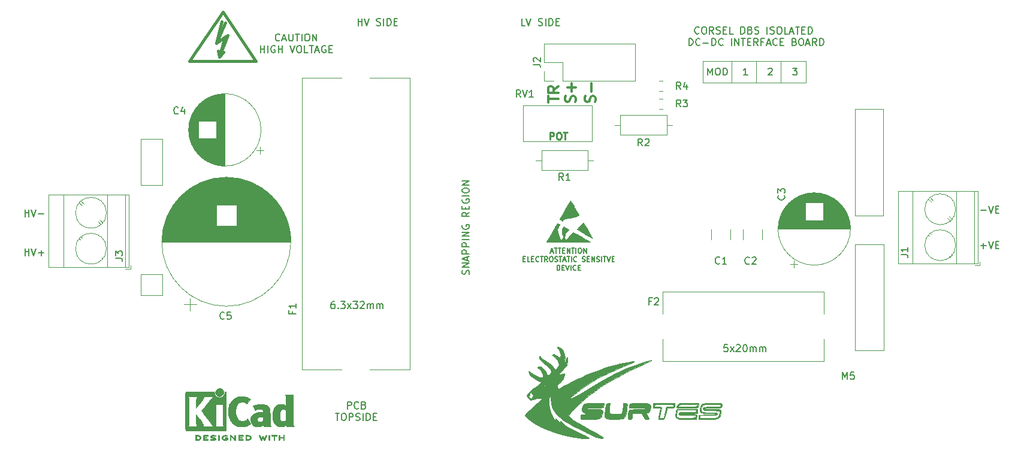
<source format=gbr>
%TF.GenerationSoftware,KiCad,Pcbnew,(5.1.4)-1*%
%TF.CreationDate,2021-09-18T23:44:11+01:00*%
%TF.ProjectId,DC_DC Converter circuit_2,44435f44-4320-4436-9f6e-766572746572,rev?*%
%TF.SameCoordinates,Original*%
%TF.FileFunction,Legend,Top*%
%TF.FilePolarity,Positive*%
%FSLAX46Y46*%
G04 Gerber Fmt 4.6, Leading zero omitted, Abs format (unit mm)*
G04 Created by KiCad (PCBNEW (5.1.4)-1) date 2021-09-18 23:44:11*
%MOMM*%
%LPD*%
G04 APERTURE LIST*
%ADD10C,0.250000*%
%ADD11C,0.300000*%
%ADD12C,0.150000*%
%ADD13C,0.120000*%
%ADD14C,0.010000*%
%ADD15C,0.381000*%
G04 APERTURE END LIST*
D10*
X148833333Y-109052380D02*
X148833333Y-108052380D01*
X149214285Y-108052380D01*
X149309523Y-108100000D01*
X149357142Y-108147619D01*
X149404761Y-108242857D01*
X149404761Y-108385714D01*
X149357142Y-108480952D01*
X149309523Y-108528571D01*
X149214285Y-108576190D01*
X148833333Y-108576190D01*
X150023809Y-108052380D02*
X150214285Y-108052380D01*
X150309523Y-108100000D01*
X150404761Y-108195238D01*
X150452380Y-108385714D01*
X150452380Y-108719047D01*
X150404761Y-108909523D01*
X150309523Y-109004761D01*
X150214285Y-109052380D01*
X150023809Y-109052380D01*
X149928571Y-109004761D01*
X149833333Y-108909523D01*
X149785714Y-108719047D01*
X149785714Y-108385714D01*
X149833333Y-108195238D01*
X149928571Y-108100000D01*
X150023809Y-108052380D01*
X150738095Y-108052380D02*
X151309523Y-108052380D01*
X151023809Y-109052380D02*
X151023809Y-108052380D01*
D11*
X155207142Y-103757142D02*
X155278571Y-103542857D01*
X155278571Y-103185714D01*
X155207142Y-103042857D01*
X155135714Y-102971428D01*
X154992857Y-102900000D01*
X154850000Y-102900000D01*
X154707142Y-102971428D01*
X154635714Y-103042857D01*
X154564285Y-103185714D01*
X154492857Y-103471428D01*
X154421428Y-103614285D01*
X154350000Y-103685714D01*
X154207142Y-103757142D01*
X154064285Y-103757142D01*
X153921428Y-103685714D01*
X153850000Y-103614285D01*
X153778571Y-103471428D01*
X153778571Y-103114285D01*
X153850000Y-102900000D01*
X154707142Y-102257142D02*
X154707142Y-101114285D01*
X152407142Y-103757142D02*
X152478571Y-103542857D01*
X152478571Y-103185714D01*
X152407142Y-103042857D01*
X152335714Y-102971428D01*
X152192857Y-102900000D01*
X152050000Y-102900000D01*
X151907142Y-102971428D01*
X151835714Y-103042857D01*
X151764285Y-103185714D01*
X151692857Y-103471428D01*
X151621428Y-103614285D01*
X151550000Y-103685714D01*
X151407142Y-103757142D01*
X151264285Y-103757142D01*
X151121428Y-103685714D01*
X151050000Y-103614285D01*
X150978571Y-103471428D01*
X150978571Y-103114285D01*
X151050000Y-102900000D01*
X151907142Y-102257142D02*
X151907142Y-101114285D01*
X152478571Y-101685714D02*
X151335714Y-101685714D01*
X148578571Y-103778571D02*
X148578571Y-102921428D01*
X150078571Y-103350000D02*
X148578571Y-103350000D01*
X150078571Y-101564285D02*
X149364285Y-102064285D01*
X150078571Y-102421428D02*
X148578571Y-102421428D01*
X148578571Y-101850000D01*
X148650000Y-101707142D01*
X148721428Y-101635714D01*
X148864285Y-101564285D01*
X149078571Y-101564285D01*
X149221428Y-101635714D01*
X149292857Y-101707142D01*
X149364285Y-101850000D01*
X149364285Y-102421428D01*
D12*
X120238095Y-147127380D02*
X120238095Y-146127380D01*
X120619047Y-146127380D01*
X120714285Y-146175000D01*
X120761904Y-146222619D01*
X120809523Y-146317857D01*
X120809523Y-146460714D01*
X120761904Y-146555952D01*
X120714285Y-146603571D01*
X120619047Y-146651190D01*
X120238095Y-146651190D01*
X121809523Y-147032142D02*
X121761904Y-147079761D01*
X121619047Y-147127380D01*
X121523809Y-147127380D01*
X121380952Y-147079761D01*
X121285714Y-146984523D01*
X121238095Y-146889285D01*
X121190476Y-146698809D01*
X121190476Y-146555952D01*
X121238095Y-146365476D01*
X121285714Y-146270238D01*
X121380952Y-146175000D01*
X121523809Y-146127380D01*
X121619047Y-146127380D01*
X121761904Y-146175000D01*
X121809523Y-146222619D01*
X122571428Y-146603571D02*
X122714285Y-146651190D01*
X122761904Y-146698809D01*
X122809523Y-146794047D01*
X122809523Y-146936904D01*
X122761904Y-147032142D01*
X122714285Y-147079761D01*
X122619047Y-147127380D01*
X122238095Y-147127380D01*
X122238095Y-146127380D01*
X122571428Y-146127380D01*
X122666666Y-146175000D01*
X122714285Y-146222619D01*
X122761904Y-146317857D01*
X122761904Y-146413095D01*
X122714285Y-146508333D01*
X122666666Y-146555952D01*
X122571428Y-146603571D01*
X122238095Y-146603571D01*
X118523809Y-147777380D02*
X119095238Y-147777380D01*
X118809523Y-148777380D02*
X118809523Y-147777380D01*
X119619047Y-147777380D02*
X119809523Y-147777380D01*
X119904761Y-147825000D01*
X120000000Y-147920238D01*
X120047619Y-148110714D01*
X120047619Y-148444047D01*
X120000000Y-148634523D01*
X119904761Y-148729761D01*
X119809523Y-148777380D01*
X119619047Y-148777380D01*
X119523809Y-148729761D01*
X119428571Y-148634523D01*
X119380952Y-148444047D01*
X119380952Y-148110714D01*
X119428571Y-147920238D01*
X119523809Y-147825000D01*
X119619047Y-147777380D01*
X120476190Y-148777380D02*
X120476190Y-147777380D01*
X120857142Y-147777380D01*
X120952380Y-147825000D01*
X121000000Y-147872619D01*
X121047619Y-147967857D01*
X121047619Y-148110714D01*
X121000000Y-148205952D01*
X120952380Y-148253571D01*
X120857142Y-148301190D01*
X120476190Y-148301190D01*
X121428571Y-148729761D02*
X121571428Y-148777380D01*
X121809523Y-148777380D01*
X121904761Y-148729761D01*
X121952380Y-148682142D01*
X122000000Y-148586904D01*
X122000000Y-148491666D01*
X121952380Y-148396428D01*
X121904761Y-148348809D01*
X121809523Y-148301190D01*
X121619047Y-148253571D01*
X121523809Y-148205952D01*
X121476190Y-148158333D01*
X121428571Y-148063095D01*
X121428571Y-147967857D01*
X121476190Y-147872619D01*
X121523809Y-147825000D01*
X121619047Y-147777380D01*
X121857142Y-147777380D01*
X122000000Y-147825000D01*
X122428571Y-148777380D02*
X122428571Y-147777380D01*
X122904761Y-148777380D02*
X122904761Y-147777380D01*
X123142857Y-147777380D01*
X123285714Y-147825000D01*
X123380952Y-147920238D01*
X123428571Y-148015476D01*
X123476190Y-148205952D01*
X123476190Y-148348809D01*
X123428571Y-148539285D01*
X123380952Y-148634523D01*
X123285714Y-148729761D01*
X123142857Y-148777380D01*
X122904761Y-148777380D01*
X123904761Y-148253571D02*
X124238095Y-148253571D01*
X124380952Y-148777380D02*
X123904761Y-148777380D01*
X123904761Y-147777380D01*
X124380952Y-147777380D01*
X169928571Y-94032142D02*
X169880952Y-94079761D01*
X169738095Y-94127380D01*
X169642857Y-94127380D01*
X169500000Y-94079761D01*
X169404761Y-93984523D01*
X169357142Y-93889285D01*
X169309523Y-93698809D01*
X169309523Y-93555952D01*
X169357142Y-93365476D01*
X169404761Y-93270238D01*
X169500000Y-93175000D01*
X169642857Y-93127380D01*
X169738095Y-93127380D01*
X169880952Y-93175000D01*
X169928571Y-93222619D01*
X170547619Y-93127380D02*
X170738095Y-93127380D01*
X170833333Y-93175000D01*
X170928571Y-93270238D01*
X170976190Y-93460714D01*
X170976190Y-93794047D01*
X170928571Y-93984523D01*
X170833333Y-94079761D01*
X170738095Y-94127380D01*
X170547619Y-94127380D01*
X170452380Y-94079761D01*
X170357142Y-93984523D01*
X170309523Y-93794047D01*
X170309523Y-93460714D01*
X170357142Y-93270238D01*
X170452380Y-93175000D01*
X170547619Y-93127380D01*
X171976190Y-94127380D02*
X171642857Y-93651190D01*
X171404761Y-94127380D02*
X171404761Y-93127380D01*
X171785714Y-93127380D01*
X171880952Y-93175000D01*
X171928571Y-93222619D01*
X171976190Y-93317857D01*
X171976190Y-93460714D01*
X171928571Y-93555952D01*
X171880952Y-93603571D01*
X171785714Y-93651190D01*
X171404761Y-93651190D01*
X172357142Y-94079761D02*
X172500000Y-94127380D01*
X172738095Y-94127380D01*
X172833333Y-94079761D01*
X172880952Y-94032142D01*
X172928571Y-93936904D01*
X172928571Y-93841666D01*
X172880952Y-93746428D01*
X172833333Y-93698809D01*
X172738095Y-93651190D01*
X172547619Y-93603571D01*
X172452380Y-93555952D01*
X172404761Y-93508333D01*
X172357142Y-93413095D01*
X172357142Y-93317857D01*
X172404761Y-93222619D01*
X172452380Y-93175000D01*
X172547619Y-93127380D01*
X172785714Y-93127380D01*
X172928571Y-93175000D01*
X173357142Y-93603571D02*
X173690476Y-93603571D01*
X173833333Y-94127380D02*
X173357142Y-94127380D01*
X173357142Y-93127380D01*
X173833333Y-93127380D01*
X174738095Y-94127380D02*
X174261904Y-94127380D01*
X174261904Y-93127380D01*
X175833333Y-94127380D02*
X175833333Y-93127380D01*
X176071428Y-93127380D01*
X176214285Y-93175000D01*
X176309523Y-93270238D01*
X176357142Y-93365476D01*
X176404761Y-93555952D01*
X176404761Y-93698809D01*
X176357142Y-93889285D01*
X176309523Y-93984523D01*
X176214285Y-94079761D01*
X176071428Y-94127380D01*
X175833333Y-94127380D01*
X177166666Y-93603571D02*
X177309523Y-93651190D01*
X177357142Y-93698809D01*
X177404761Y-93794047D01*
X177404761Y-93936904D01*
X177357142Y-94032142D01*
X177309523Y-94079761D01*
X177214285Y-94127380D01*
X176833333Y-94127380D01*
X176833333Y-93127380D01*
X177166666Y-93127380D01*
X177261904Y-93175000D01*
X177309523Y-93222619D01*
X177357142Y-93317857D01*
X177357142Y-93413095D01*
X177309523Y-93508333D01*
X177261904Y-93555952D01*
X177166666Y-93603571D01*
X176833333Y-93603571D01*
X177785714Y-94079761D02*
X177928571Y-94127380D01*
X178166666Y-94127380D01*
X178261904Y-94079761D01*
X178309523Y-94032142D01*
X178357142Y-93936904D01*
X178357142Y-93841666D01*
X178309523Y-93746428D01*
X178261904Y-93698809D01*
X178166666Y-93651190D01*
X177976190Y-93603571D01*
X177880952Y-93555952D01*
X177833333Y-93508333D01*
X177785714Y-93413095D01*
X177785714Y-93317857D01*
X177833333Y-93222619D01*
X177880952Y-93175000D01*
X177976190Y-93127380D01*
X178214285Y-93127380D01*
X178357142Y-93175000D01*
X179547619Y-94127380D02*
X179547619Y-93127380D01*
X179976190Y-94079761D02*
X180119047Y-94127380D01*
X180357142Y-94127380D01*
X180452380Y-94079761D01*
X180500000Y-94032142D01*
X180547619Y-93936904D01*
X180547619Y-93841666D01*
X180500000Y-93746428D01*
X180452380Y-93698809D01*
X180357142Y-93651190D01*
X180166666Y-93603571D01*
X180071428Y-93555952D01*
X180023809Y-93508333D01*
X179976190Y-93413095D01*
X179976190Y-93317857D01*
X180023809Y-93222619D01*
X180071428Y-93175000D01*
X180166666Y-93127380D01*
X180404761Y-93127380D01*
X180547619Y-93175000D01*
X181166666Y-93127380D02*
X181357142Y-93127380D01*
X181452380Y-93175000D01*
X181547619Y-93270238D01*
X181595238Y-93460714D01*
X181595238Y-93794047D01*
X181547619Y-93984523D01*
X181452380Y-94079761D01*
X181357142Y-94127380D01*
X181166666Y-94127380D01*
X181071428Y-94079761D01*
X180976190Y-93984523D01*
X180928571Y-93794047D01*
X180928571Y-93460714D01*
X180976190Y-93270238D01*
X181071428Y-93175000D01*
X181166666Y-93127380D01*
X182500000Y-94127380D02*
X182023809Y-94127380D01*
X182023809Y-93127380D01*
X182785714Y-93841666D02*
X183261904Y-93841666D01*
X182690476Y-94127380D02*
X183023809Y-93127380D01*
X183357142Y-94127380D01*
X183547619Y-93127380D02*
X184119047Y-93127380D01*
X183833333Y-94127380D02*
X183833333Y-93127380D01*
X184452380Y-93603571D02*
X184785714Y-93603571D01*
X184928571Y-94127380D02*
X184452380Y-94127380D01*
X184452380Y-93127380D01*
X184928571Y-93127380D01*
X185357142Y-94127380D02*
X185357142Y-93127380D01*
X185595238Y-93127380D01*
X185738095Y-93175000D01*
X185833333Y-93270238D01*
X185880952Y-93365476D01*
X185928571Y-93555952D01*
X185928571Y-93698809D01*
X185880952Y-93889285D01*
X185833333Y-93984523D01*
X185738095Y-94079761D01*
X185595238Y-94127380D01*
X185357142Y-94127380D01*
X168500000Y-95777380D02*
X168500000Y-94777380D01*
X168738095Y-94777380D01*
X168880952Y-94825000D01*
X168976190Y-94920238D01*
X169023809Y-95015476D01*
X169071428Y-95205952D01*
X169071428Y-95348809D01*
X169023809Y-95539285D01*
X168976190Y-95634523D01*
X168880952Y-95729761D01*
X168738095Y-95777380D01*
X168500000Y-95777380D01*
X170071428Y-95682142D02*
X170023809Y-95729761D01*
X169880952Y-95777380D01*
X169785714Y-95777380D01*
X169642857Y-95729761D01*
X169547619Y-95634523D01*
X169500000Y-95539285D01*
X169452380Y-95348809D01*
X169452380Y-95205952D01*
X169500000Y-95015476D01*
X169547619Y-94920238D01*
X169642857Y-94825000D01*
X169785714Y-94777380D01*
X169880952Y-94777380D01*
X170023809Y-94825000D01*
X170071428Y-94872619D01*
X170500000Y-95396428D02*
X171261904Y-95396428D01*
X171738095Y-95777380D02*
X171738095Y-94777380D01*
X171976190Y-94777380D01*
X172119047Y-94825000D01*
X172214285Y-94920238D01*
X172261904Y-95015476D01*
X172309523Y-95205952D01*
X172309523Y-95348809D01*
X172261904Y-95539285D01*
X172214285Y-95634523D01*
X172119047Y-95729761D01*
X171976190Y-95777380D01*
X171738095Y-95777380D01*
X173309523Y-95682142D02*
X173261904Y-95729761D01*
X173119047Y-95777380D01*
X173023809Y-95777380D01*
X172880952Y-95729761D01*
X172785714Y-95634523D01*
X172738095Y-95539285D01*
X172690476Y-95348809D01*
X172690476Y-95205952D01*
X172738095Y-95015476D01*
X172785714Y-94920238D01*
X172880952Y-94825000D01*
X173023809Y-94777380D01*
X173119047Y-94777380D01*
X173261904Y-94825000D01*
X173309523Y-94872619D01*
X174500000Y-95777380D02*
X174500000Y-94777380D01*
X174976190Y-95777380D02*
X174976190Y-94777380D01*
X175547619Y-95777380D01*
X175547619Y-94777380D01*
X175880952Y-94777380D02*
X176452380Y-94777380D01*
X176166666Y-95777380D02*
X176166666Y-94777380D01*
X176785714Y-95253571D02*
X177119047Y-95253571D01*
X177261904Y-95777380D02*
X176785714Y-95777380D01*
X176785714Y-94777380D01*
X177261904Y-94777380D01*
X178261904Y-95777380D02*
X177928571Y-95301190D01*
X177690476Y-95777380D02*
X177690476Y-94777380D01*
X178071428Y-94777380D01*
X178166666Y-94825000D01*
X178214285Y-94872619D01*
X178261904Y-94967857D01*
X178261904Y-95110714D01*
X178214285Y-95205952D01*
X178166666Y-95253571D01*
X178071428Y-95301190D01*
X177690476Y-95301190D01*
X179023809Y-95253571D02*
X178690476Y-95253571D01*
X178690476Y-95777380D02*
X178690476Y-94777380D01*
X179166666Y-94777380D01*
X179500000Y-95491666D02*
X179976190Y-95491666D01*
X179404761Y-95777380D02*
X179738095Y-94777380D01*
X180071428Y-95777380D01*
X180976190Y-95682142D02*
X180928571Y-95729761D01*
X180785714Y-95777380D01*
X180690476Y-95777380D01*
X180547619Y-95729761D01*
X180452380Y-95634523D01*
X180404761Y-95539285D01*
X180357142Y-95348809D01*
X180357142Y-95205952D01*
X180404761Y-95015476D01*
X180452380Y-94920238D01*
X180547619Y-94825000D01*
X180690476Y-94777380D01*
X180785714Y-94777380D01*
X180928571Y-94825000D01*
X180976190Y-94872619D01*
X181404761Y-95253571D02*
X181738095Y-95253571D01*
X181880952Y-95777380D02*
X181404761Y-95777380D01*
X181404761Y-94777380D01*
X181880952Y-94777380D01*
X183404761Y-95253571D02*
X183547619Y-95301190D01*
X183595238Y-95348809D01*
X183642857Y-95444047D01*
X183642857Y-95586904D01*
X183595238Y-95682142D01*
X183547619Y-95729761D01*
X183452380Y-95777380D01*
X183071428Y-95777380D01*
X183071428Y-94777380D01*
X183404761Y-94777380D01*
X183500000Y-94825000D01*
X183547619Y-94872619D01*
X183595238Y-94967857D01*
X183595238Y-95063095D01*
X183547619Y-95158333D01*
X183500000Y-95205952D01*
X183404761Y-95253571D01*
X183071428Y-95253571D01*
X184261904Y-94777380D02*
X184452380Y-94777380D01*
X184547619Y-94825000D01*
X184642857Y-94920238D01*
X184690476Y-95110714D01*
X184690476Y-95444047D01*
X184642857Y-95634523D01*
X184547619Y-95729761D01*
X184452380Y-95777380D01*
X184261904Y-95777380D01*
X184166666Y-95729761D01*
X184071428Y-95634523D01*
X184023809Y-95444047D01*
X184023809Y-95110714D01*
X184071428Y-94920238D01*
X184166666Y-94825000D01*
X184261904Y-94777380D01*
X185071428Y-95491666D02*
X185547619Y-95491666D01*
X184976190Y-95777380D02*
X185309523Y-94777380D01*
X185642857Y-95777380D01*
X186547619Y-95777380D02*
X186214285Y-95301190D01*
X185976190Y-95777380D02*
X185976190Y-94777380D01*
X186357142Y-94777380D01*
X186452380Y-94825000D01*
X186500000Y-94872619D01*
X186547619Y-94967857D01*
X186547619Y-95110714D01*
X186500000Y-95205952D01*
X186452380Y-95253571D01*
X186357142Y-95301190D01*
X185976190Y-95301190D01*
X186976190Y-95777380D02*
X186976190Y-94777380D01*
X187214285Y-94777380D01*
X187357142Y-94825000D01*
X187452380Y-94920238D01*
X187500000Y-95015476D01*
X187547619Y-95205952D01*
X187547619Y-95348809D01*
X187500000Y-95539285D01*
X187452380Y-95634523D01*
X187357142Y-95729761D01*
X187214285Y-95777380D01*
X186976190Y-95777380D01*
X190190476Y-142952380D02*
X190190476Y-141952380D01*
X190523809Y-142666666D01*
X190857142Y-141952380D01*
X190857142Y-142952380D01*
X191809523Y-141952380D02*
X191333333Y-141952380D01*
X191285714Y-142428571D01*
X191333333Y-142380952D01*
X191428571Y-142333333D01*
X191666666Y-142333333D01*
X191761904Y-142380952D01*
X191809523Y-142428571D01*
X191857142Y-142523809D01*
X191857142Y-142761904D01*
X191809523Y-142857142D01*
X191761904Y-142904761D01*
X191666666Y-142952380D01*
X191428571Y-142952380D01*
X191333333Y-142904761D01*
X191285714Y-142857142D01*
X209738095Y-124071428D02*
X210500000Y-124071428D01*
X210119047Y-124452380D02*
X210119047Y-123690476D01*
X210833333Y-123452380D02*
X211166666Y-124452380D01*
X211500000Y-123452380D01*
X211833333Y-123928571D02*
X212166666Y-123928571D01*
X212309523Y-124452380D02*
X211833333Y-124452380D01*
X211833333Y-123452380D01*
X212309523Y-123452380D01*
X209738095Y-119071428D02*
X210500000Y-119071428D01*
X210833333Y-118452380D02*
X211166666Y-119452380D01*
X211500000Y-118452380D01*
X211833333Y-118928571D02*
X212166666Y-118928571D01*
X212309523Y-119452380D02*
X211833333Y-119452380D01*
X211833333Y-118452380D01*
X212309523Y-118452380D01*
X74666666Y-119952380D02*
X74666666Y-118952380D01*
X74666666Y-119428571D02*
X75238095Y-119428571D01*
X75238095Y-119952380D02*
X75238095Y-118952380D01*
X75571428Y-118952380D02*
X75904761Y-119952380D01*
X76238095Y-118952380D01*
X76571428Y-119571428D02*
X77333333Y-119571428D01*
X74666666Y-125452380D02*
X74666666Y-124452380D01*
X74666666Y-124928571D02*
X75238095Y-124928571D01*
X75238095Y-125452380D02*
X75238095Y-124452380D01*
X75571428Y-124452380D02*
X75904761Y-125452380D01*
X76238095Y-124452380D01*
X76571428Y-125071428D02*
X77333333Y-125071428D01*
X76952380Y-125452380D02*
X76952380Y-124690476D01*
X137404761Y-128119047D02*
X137452380Y-127976190D01*
X137452380Y-127738095D01*
X137404761Y-127642857D01*
X137357142Y-127595238D01*
X137261904Y-127547619D01*
X137166666Y-127547619D01*
X137071428Y-127595238D01*
X137023809Y-127642857D01*
X136976190Y-127738095D01*
X136928571Y-127928571D01*
X136880952Y-128023809D01*
X136833333Y-128071428D01*
X136738095Y-128119047D01*
X136642857Y-128119047D01*
X136547619Y-128071428D01*
X136500000Y-128023809D01*
X136452380Y-127928571D01*
X136452380Y-127690476D01*
X136500000Y-127547619D01*
X137452380Y-127119047D02*
X136452380Y-127119047D01*
X137452380Y-126547619D01*
X136452380Y-126547619D01*
X137166666Y-126119047D02*
X137166666Y-125642857D01*
X137452380Y-126214285D02*
X136452380Y-125880952D01*
X137452380Y-125547619D01*
X137452380Y-125214285D02*
X136452380Y-125214285D01*
X136452380Y-124833333D01*
X136500000Y-124738095D01*
X136547619Y-124690476D01*
X136642857Y-124642857D01*
X136785714Y-124642857D01*
X136880952Y-124690476D01*
X136928571Y-124738095D01*
X136976190Y-124833333D01*
X136976190Y-125214285D01*
X137452380Y-124214285D02*
X136452380Y-124214285D01*
X136452380Y-123833333D01*
X136500000Y-123738095D01*
X136547619Y-123690476D01*
X136642857Y-123642857D01*
X136785714Y-123642857D01*
X136880952Y-123690476D01*
X136928571Y-123738095D01*
X136976190Y-123833333D01*
X136976190Y-124214285D01*
X137452380Y-123214285D02*
X136452380Y-123214285D01*
X137452380Y-122738095D02*
X136452380Y-122738095D01*
X137452380Y-122166666D01*
X136452380Y-122166666D01*
X136500000Y-121166666D02*
X136452380Y-121261904D01*
X136452380Y-121404761D01*
X136500000Y-121547619D01*
X136595238Y-121642857D01*
X136690476Y-121690476D01*
X136880952Y-121738095D01*
X137023809Y-121738095D01*
X137214285Y-121690476D01*
X137309523Y-121642857D01*
X137404761Y-121547619D01*
X137452380Y-121404761D01*
X137452380Y-121309523D01*
X137404761Y-121166666D01*
X137357142Y-121119047D01*
X137023809Y-121119047D01*
X137023809Y-121309523D01*
X137452380Y-119357142D02*
X136976190Y-119690476D01*
X137452380Y-119928571D02*
X136452380Y-119928571D01*
X136452380Y-119547619D01*
X136500000Y-119452380D01*
X136547619Y-119404761D01*
X136642857Y-119357142D01*
X136785714Y-119357142D01*
X136880952Y-119404761D01*
X136928571Y-119452380D01*
X136976190Y-119547619D01*
X136976190Y-119928571D01*
X136928571Y-118928571D02*
X136928571Y-118595238D01*
X137452380Y-118452380D02*
X137452380Y-118928571D01*
X136452380Y-118928571D01*
X136452380Y-118452380D01*
X136500000Y-117500000D02*
X136452380Y-117595238D01*
X136452380Y-117738095D01*
X136500000Y-117880952D01*
X136595238Y-117976190D01*
X136690476Y-118023809D01*
X136880952Y-118071428D01*
X137023809Y-118071428D01*
X137214285Y-118023809D01*
X137309523Y-117976190D01*
X137404761Y-117880952D01*
X137452380Y-117738095D01*
X137452380Y-117642857D01*
X137404761Y-117500000D01*
X137357142Y-117452380D01*
X137023809Y-117452380D01*
X137023809Y-117642857D01*
X137452380Y-117023809D02*
X136452380Y-117023809D01*
X136452380Y-116357142D02*
X136452380Y-116166666D01*
X136500000Y-116071428D01*
X136595238Y-115976190D01*
X136785714Y-115928571D01*
X137119047Y-115928571D01*
X137309523Y-115976190D01*
X137404761Y-116071428D01*
X137452380Y-116166666D01*
X137452380Y-116357142D01*
X137404761Y-116452380D01*
X137309523Y-116547619D01*
X137119047Y-116595238D01*
X136785714Y-116595238D01*
X136595238Y-116547619D01*
X136500000Y-116452380D01*
X136452380Y-116357142D01*
X137452380Y-115500000D02*
X136452380Y-115500000D01*
X137452380Y-114928571D01*
X136452380Y-114928571D01*
X110690476Y-95032142D02*
X110642857Y-95079761D01*
X110500000Y-95127380D01*
X110404761Y-95127380D01*
X110261904Y-95079761D01*
X110166666Y-94984523D01*
X110119047Y-94889285D01*
X110071428Y-94698809D01*
X110071428Y-94555952D01*
X110119047Y-94365476D01*
X110166666Y-94270238D01*
X110261904Y-94175000D01*
X110404761Y-94127380D01*
X110500000Y-94127380D01*
X110642857Y-94175000D01*
X110690476Y-94222619D01*
X111071428Y-94841666D02*
X111547619Y-94841666D01*
X110976190Y-95127380D02*
X111309523Y-94127380D01*
X111642857Y-95127380D01*
X111976190Y-94127380D02*
X111976190Y-94936904D01*
X112023809Y-95032142D01*
X112071428Y-95079761D01*
X112166666Y-95127380D01*
X112357142Y-95127380D01*
X112452380Y-95079761D01*
X112500000Y-95032142D01*
X112547619Y-94936904D01*
X112547619Y-94127380D01*
X112880952Y-94127380D02*
X113452380Y-94127380D01*
X113166666Y-95127380D02*
X113166666Y-94127380D01*
X113785714Y-95127380D02*
X113785714Y-94127380D01*
X114452380Y-94127380D02*
X114642857Y-94127380D01*
X114738095Y-94175000D01*
X114833333Y-94270238D01*
X114880952Y-94460714D01*
X114880952Y-94794047D01*
X114833333Y-94984523D01*
X114738095Y-95079761D01*
X114642857Y-95127380D01*
X114452380Y-95127380D01*
X114357142Y-95079761D01*
X114261904Y-94984523D01*
X114214285Y-94794047D01*
X114214285Y-94460714D01*
X114261904Y-94270238D01*
X114357142Y-94175000D01*
X114452380Y-94127380D01*
X115309523Y-95127380D02*
X115309523Y-94127380D01*
X115880952Y-95127380D01*
X115880952Y-94127380D01*
X107952380Y-96777380D02*
X107952380Y-95777380D01*
X107952380Y-96253571D02*
X108523809Y-96253571D01*
X108523809Y-96777380D02*
X108523809Y-95777380D01*
X109000000Y-96777380D02*
X109000000Y-95777380D01*
X110000000Y-95825000D02*
X109904761Y-95777380D01*
X109761904Y-95777380D01*
X109619047Y-95825000D01*
X109523809Y-95920238D01*
X109476190Y-96015476D01*
X109428571Y-96205952D01*
X109428571Y-96348809D01*
X109476190Y-96539285D01*
X109523809Y-96634523D01*
X109619047Y-96729761D01*
X109761904Y-96777380D01*
X109857142Y-96777380D01*
X110000000Y-96729761D01*
X110047619Y-96682142D01*
X110047619Y-96348809D01*
X109857142Y-96348809D01*
X110476190Y-96777380D02*
X110476190Y-95777380D01*
X110476190Y-96253571D02*
X111047619Y-96253571D01*
X111047619Y-96777380D02*
X111047619Y-95777380D01*
X112142857Y-95777380D02*
X112476190Y-96777380D01*
X112809523Y-95777380D01*
X113333333Y-95777380D02*
X113523809Y-95777380D01*
X113619047Y-95825000D01*
X113714285Y-95920238D01*
X113761904Y-96110714D01*
X113761904Y-96444047D01*
X113714285Y-96634523D01*
X113619047Y-96729761D01*
X113523809Y-96777380D01*
X113333333Y-96777380D01*
X113238095Y-96729761D01*
X113142857Y-96634523D01*
X113095238Y-96444047D01*
X113095238Y-96110714D01*
X113142857Y-95920238D01*
X113238095Y-95825000D01*
X113333333Y-95777380D01*
X114666666Y-96777380D02*
X114190476Y-96777380D01*
X114190476Y-95777380D01*
X114857142Y-95777380D02*
X115428571Y-95777380D01*
X115142857Y-96777380D02*
X115142857Y-95777380D01*
X115714285Y-96491666D02*
X116190476Y-96491666D01*
X115619047Y-96777380D02*
X115952380Y-95777380D01*
X116285714Y-96777380D01*
X117142857Y-95825000D02*
X117047619Y-95777380D01*
X116904761Y-95777380D01*
X116761904Y-95825000D01*
X116666666Y-95920238D01*
X116619047Y-96015476D01*
X116571428Y-96205952D01*
X116571428Y-96348809D01*
X116619047Y-96539285D01*
X116666666Y-96634523D01*
X116761904Y-96729761D01*
X116904761Y-96777380D01*
X117000000Y-96777380D01*
X117142857Y-96729761D01*
X117190476Y-96682142D01*
X117190476Y-96348809D01*
X117000000Y-96348809D01*
X117619047Y-96253571D02*
X117952380Y-96253571D01*
X118095238Y-96777380D02*
X117619047Y-96777380D01*
X117619047Y-95777380D01*
X118095238Y-95777380D01*
X148950000Y-124916666D02*
X149283333Y-124916666D01*
X148883333Y-125116666D02*
X149116666Y-124416666D01*
X149350000Y-125116666D01*
X149483333Y-124416666D02*
X149883333Y-124416666D01*
X149683333Y-125116666D02*
X149683333Y-124416666D01*
X150016666Y-124416666D02*
X150416666Y-124416666D01*
X150216666Y-125116666D02*
X150216666Y-124416666D01*
X150650000Y-124750000D02*
X150883333Y-124750000D01*
X150983333Y-125116666D02*
X150650000Y-125116666D01*
X150650000Y-124416666D01*
X150983333Y-124416666D01*
X151283333Y-125116666D02*
X151283333Y-124416666D01*
X151683333Y-125116666D01*
X151683333Y-124416666D01*
X151916666Y-124416666D02*
X152316666Y-124416666D01*
X152116666Y-125116666D02*
X152116666Y-124416666D01*
X152550000Y-125116666D02*
X152550000Y-124416666D01*
X153016666Y-124416666D02*
X153150000Y-124416666D01*
X153216666Y-124450000D01*
X153283333Y-124516666D01*
X153316666Y-124650000D01*
X153316666Y-124883333D01*
X153283333Y-125016666D01*
X153216666Y-125083333D01*
X153150000Y-125116666D01*
X153016666Y-125116666D01*
X152950000Y-125083333D01*
X152883333Y-125016666D01*
X152850000Y-124883333D01*
X152850000Y-124650000D01*
X152883333Y-124516666D01*
X152950000Y-124450000D01*
X153016666Y-124416666D01*
X153616666Y-125116666D02*
X153616666Y-124416666D01*
X154016666Y-125116666D01*
X154016666Y-124416666D01*
X145066666Y-125950000D02*
X145300000Y-125950000D01*
X145400000Y-126316666D02*
X145066666Y-126316666D01*
X145066666Y-125616666D01*
X145400000Y-125616666D01*
X146033333Y-126316666D02*
X145700000Y-126316666D01*
X145700000Y-125616666D01*
X146266666Y-125950000D02*
X146500000Y-125950000D01*
X146600000Y-126316666D02*
X146266666Y-126316666D01*
X146266666Y-125616666D01*
X146600000Y-125616666D01*
X147300000Y-126250000D02*
X147266666Y-126283333D01*
X147166666Y-126316666D01*
X147100000Y-126316666D01*
X147000000Y-126283333D01*
X146933333Y-126216666D01*
X146900000Y-126150000D01*
X146866666Y-126016666D01*
X146866666Y-125916666D01*
X146900000Y-125783333D01*
X146933333Y-125716666D01*
X147000000Y-125650000D01*
X147100000Y-125616666D01*
X147166666Y-125616666D01*
X147266666Y-125650000D01*
X147300000Y-125683333D01*
X147500000Y-125616666D02*
X147900000Y-125616666D01*
X147700000Y-126316666D02*
X147700000Y-125616666D01*
X148533333Y-126316666D02*
X148300000Y-125983333D01*
X148133333Y-126316666D02*
X148133333Y-125616666D01*
X148400000Y-125616666D01*
X148466666Y-125650000D01*
X148500000Y-125683333D01*
X148533333Y-125750000D01*
X148533333Y-125850000D01*
X148500000Y-125916666D01*
X148466666Y-125950000D01*
X148400000Y-125983333D01*
X148133333Y-125983333D01*
X148966666Y-125616666D02*
X149100000Y-125616666D01*
X149166666Y-125650000D01*
X149233333Y-125716666D01*
X149266666Y-125850000D01*
X149266666Y-126083333D01*
X149233333Y-126216666D01*
X149166666Y-126283333D01*
X149100000Y-126316666D01*
X148966666Y-126316666D01*
X148900000Y-126283333D01*
X148833333Y-126216666D01*
X148800000Y-126083333D01*
X148800000Y-125850000D01*
X148833333Y-125716666D01*
X148900000Y-125650000D01*
X148966666Y-125616666D01*
X149533333Y-126283333D02*
X149633333Y-126316666D01*
X149800000Y-126316666D01*
X149866666Y-126283333D01*
X149900000Y-126250000D01*
X149933333Y-126183333D01*
X149933333Y-126116666D01*
X149900000Y-126050000D01*
X149866666Y-126016666D01*
X149800000Y-125983333D01*
X149666666Y-125950000D01*
X149600000Y-125916666D01*
X149566666Y-125883333D01*
X149533333Y-125816666D01*
X149533333Y-125750000D01*
X149566666Y-125683333D01*
X149600000Y-125650000D01*
X149666666Y-125616666D01*
X149833333Y-125616666D01*
X149933333Y-125650000D01*
X150133333Y-125616666D02*
X150533333Y-125616666D01*
X150333333Y-126316666D02*
X150333333Y-125616666D01*
X150733333Y-126116666D02*
X151066666Y-126116666D01*
X150666666Y-126316666D02*
X150900000Y-125616666D01*
X151133333Y-126316666D01*
X151266666Y-125616666D02*
X151666666Y-125616666D01*
X151466666Y-126316666D02*
X151466666Y-125616666D01*
X151900000Y-126316666D02*
X151900000Y-125616666D01*
X152633333Y-126250000D02*
X152600000Y-126283333D01*
X152500000Y-126316666D01*
X152433333Y-126316666D01*
X152333333Y-126283333D01*
X152266666Y-126216666D01*
X152233333Y-126150000D01*
X152200000Y-126016666D01*
X152200000Y-125916666D01*
X152233333Y-125783333D01*
X152266666Y-125716666D01*
X152333333Y-125650000D01*
X152433333Y-125616666D01*
X152500000Y-125616666D01*
X152600000Y-125650000D01*
X152633333Y-125683333D01*
X153433333Y-126283333D02*
X153533333Y-126316666D01*
X153700000Y-126316666D01*
X153766666Y-126283333D01*
X153800000Y-126250000D01*
X153833333Y-126183333D01*
X153833333Y-126116666D01*
X153800000Y-126050000D01*
X153766666Y-126016666D01*
X153700000Y-125983333D01*
X153566666Y-125950000D01*
X153500000Y-125916666D01*
X153466666Y-125883333D01*
X153433333Y-125816666D01*
X153433333Y-125750000D01*
X153466666Y-125683333D01*
X153500000Y-125650000D01*
X153566666Y-125616666D01*
X153733333Y-125616666D01*
X153833333Y-125650000D01*
X154133333Y-125950000D02*
X154366666Y-125950000D01*
X154466666Y-126316666D02*
X154133333Y-126316666D01*
X154133333Y-125616666D01*
X154466666Y-125616666D01*
X154766666Y-126316666D02*
X154766666Y-125616666D01*
X155166666Y-126316666D01*
X155166666Y-125616666D01*
X155466666Y-126283333D02*
X155566666Y-126316666D01*
X155733333Y-126316666D01*
X155800000Y-126283333D01*
X155833333Y-126250000D01*
X155866666Y-126183333D01*
X155866666Y-126116666D01*
X155833333Y-126050000D01*
X155800000Y-126016666D01*
X155733333Y-125983333D01*
X155600000Y-125950000D01*
X155533333Y-125916666D01*
X155500000Y-125883333D01*
X155466666Y-125816666D01*
X155466666Y-125750000D01*
X155500000Y-125683333D01*
X155533333Y-125650000D01*
X155600000Y-125616666D01*
X155766666Y-125616666D01*
X155866666Y-125650000D01*
X156166666Y-126316666D02*
X156166666Y-125616666D01*
X156400000Y-125616666D02*
X156800000Y-125616666D01*
X156600000Y-126316666D02*
X156600000Y-125616666D01*
X156933333Y-125616666D02*
X157166666Y-126316666D01*
X157400000Y-125616666D01*
X157633333Y-125950000D02*
X157866666Y-125950000D01*
X157966666Y-126316666D02*
X157633333Y-126316666D01*
X157633333Y-125616666D01*
X157966666Y-125616666D01*
X149866666Y-127516666D02*
X149866666Y-126816666D01*
X150033333Y-126816666D01*
X150133333Y-126850000D01*
X150200000Y-126916666D01*
X150233333Y-126983333D01*
X150266666Y-127116666D01*
X150266666Y-127216666D01*
X150233333Y-127350000D01*
X150200000Y-127416666D01*
X150133333Y-127483333D01*
X150033333Y-127516666D01*
X149866666Y-127516666D01*
X150566666Y-127150000D02*
X150800000Y-127150000D01*
X150900000Y-127516666D02*
X150566666Y-127516666D01*
X150566666Y-126816666D01*
X150900000Y-126816666D01*
X151100000Y-126816666D02*
X151333333Y-127516666D01*
X151566666Y-126816666D01*
X151800000Y-127516666D02*
X151800000Y-126816666D01*
X152533333Y-127450000D02*
X152500000Y-127483333D01*
X152400000Y-127516666D01*
X152333333Y-127516666D01*
X152233333Y-127483333D01*
X152166666Y-127416666D01*
X152133333Y-127350000D01*
X152100000Y-127216666D01*
X152100000Y-127116666D01*
X152133333Y-126983333D01*
X152166666Y-126916666D01*
X152233333Y-126850000D01*
X152333333Y-126816666D01*
X152400000Y-126816666D01*
X152500000Y-126850000D01*
X152533333Y-126883333D01*
X152833333Y-127150000D02*
X153066666Y-127150000D01*
X153166666Y-127516666D02*
X152833333Y-127516666D01*
X152833333Y-126816666D01*
X153166666Y-126816666D01*
X183166666Y-98952380D02*
X183785714Y-98952380D01*
X183452380Y-99333333D01*
X183595238Y-99333333D01*
X183690476Y-99380952D01*
X183738095Y-99428571D01*
X183785714Y-99523809D01*
X183785714Y-99761904D01*
X183738095Y-99857142D01*
X183690476Y-99904761D01*
X183595238Y-99952380D01*
X183309523Y-99952380D01*
X183214285Y-99904761D01*
X183166666Y-99857142D01*
X179714285Y-99047619D02*
X179761904Y-99000000D01*
X179857142Y-98952380D01*
X180095238Y-98952380D01*
X180190476Y-99000000D01*
X180238095Y-99047619D01*
X180285714Y-99142857D01*
X180285714Y-99238095D01*
X180238095Y-99380952D01*
X179666666Y-99952380D01*
X180285714Y-99952380D01*
X176785714Y-99952380D02*
X176214285Y-99952380D01*
X176500000Y-99952380D02*
X176500000Y-98952380D01*
X176404761Y-99095238D01*
X176309523Y-99190476D01*
X176214285Y-99238095D01*
X171142857Y-99952380D02*
X171142857Y-98952380D01*
X171476190Y-99666666D01*
X171809523Y-98952380D01*
X171809523Y-99952380D01*
X172476190Y-98952380D02*
X172666666Y-98952380D01*
X172761904Y-99000000D01*
X172857142Y-99095238D01*
X172904761Y-99285714D01*
X172904761Y-99619047D01*
X172857142Y-99809523D01*
X172761904Y-99904761D01*
X172666666Y-99952380D01*
X172476190Y-99952380D01*
X172380952Y-99904761D01*
X172285714Y-99809523D01*
X172238095Y-99619047D01*
X172238095Y-99285714D01*
X172285714Y-99095238D01*
X172380952Y-99000000D01*
X172476190Y-98952380D01*
X173333333Y-99952380D02*
X173333333Y-98952380D01*
X173571428Y-98952380D01*
X173714285Y-99000000D01*
X173809523Y-99095238D01*
X173857142Y-99190476D01*
X173904761Y-99380952D01*
X173904761Y-99523809D01*
X173857142Y-99714285D01*
X173809523Y-99809523D01*
X173714285Y-99904761D01*
X173571428Y-99952380D01*
X173333333Y-99952380D01*
D13*
X181500000Y-98000000D02*
X181500000Y-101000000D01*
X178000000Y-101000000D02*
X178000000Y-98000000D01*
X174500000Y-98000000D02*
X174500000Y-101000000D01*
X185000000Y-101000000D02*
X184500000Y-101000000D01*
X185000000Y-98000000D02*
X185000000Y-101000000D01*
X170500000Y-98000000D02*
X185000000Y-98000000D01*
X170500000Y-101000000D02*
X184800000Y-101000000D01*
X170500000Y-98000000D02*
X170500000Y-101000000D01*
D12*
X173947619Y-138052380D02*
X173471428Y-138052380D01*
X173423809Y-138528571D01*
X173471428Y-138480952D01*
X173566666Y-138433333D01*
X173804761Y-138433333D01*
X173900000Y-138480952D01*
X173947619Y-138528571D01*
X173995238Y-138623809D01*
X173995238Y-138861904D01*
X173947619Y-138957142D01*
X173900000Y-139004761D01*
X173804761Y-139052380D01*
X173566666Y-139052380D01*
X173471428Y-139004761D01*
X173423809Y-138957142D01*
X174328571Y-139052380D02*
X174852380Y-138385714D01*
X174328571Y-138385714D02*
X174852380Y-139052380D01*
X175185714Y-138147619D02*
X175233333Y-138100000D01*
X175328571Y-138052380D01*
X175566666Y-138052380D01*
X175661904Y-138100000D01*
X175709523Y-138147619D01*
X175757142Y-138242857D01*
X175757142Y-138338095D01*
X175709523Y-138480952D01*
X175138095Y-139052380D01*
X175757142Y-139052380D01*
X176376190Y-138052380D02*
X176471428Y-138052380D01*
X176566666Y-138100000D01*
X176614285Y-138147619D01*
X176661904Y-138242857D01*
X176709523Y-138433333D01*
X176709523Y-138671428D01*
X176661904Y-138861904D01*
X176614285Y-138957142D01*
X176566666Y-139004761D01*
X176471428Y-139052380D01*
X176376190Y-139052380D01*
X176280952Y-139004761D01*
X176233333Y-138957142D01*
X176185714Y-138861904D01*
X176138095Y-138671428D01*
X176138095Y-138433333D01*
X176185714Y-138242857D01*
X176233333Y-138147619D01*
X176280952Y-138100000D01*
X176376190Y-138052380D01*
X177138095Y-139052380D02*
X177138095Y-138385714D01*
X177138095Y-138480952D02*
X177185714Y-138433333D01*
X177280952Y-138385714D01*
X177423809Y-138385714D01*
X177519047Y-138433333D01*
X177566666Y-138528571D01*
X177566666Y-139052380D01*
X177566666Y-138528571D02*
X177614285Y-138433333D01*
X177709523Y-138385714D01*
X177852380Y-138385714D01*
X177947619Y-138433333D01*
X177995238Y-138528571D01*
X177995238Y-139052380D01*
X178471428Y-139052380D02*
X178471428Y-138385714D01*
X178471428Y-138480952D02*
X178519047Y-138433333D01*
X178614285Y-138385714D01*
X178757142Y-138385714D01*
X178852380Y-138433333D01*
X178900000Y-138528571D01*
X178900000Y-139052380D01*
X178900000Y-138528571D02*
X178947619Y-138433333D01*
X179042857Y-138385714D01*
X179185714Y-138385714D01*
X179280952Y-138433333D01*
X179328571Y-138528571D01*
X179328571Y-139052380D01*
X118385714Y-131952380D02*
X118195238Y-131952380D01*
X118100000Y-132000000D01*
X118052380Y-132047619D01*
X117957142Y-132190476D01*
X117909523Y-132380952D01*
X117909523Y-132761904D01*
X117957142Y-132857142D01*
X118004761Y-132904761D01*
X118100000Y-132952380D01*
X118290476Y-132952380D01*
X118385714Y-132904761D01*
X118433333Y-132857142D01*
X118480952Y-132761904D01*
X118480952Y-132523809D01*
X118433333Y-132428571D01*
X118385714Y-132380952D01*
X118290476Y-132333333D01*
X118100000Y-132333333D01*
X118004761Y-132380952D01*
X117957142Y-132428571D01*
X117909523Y-132523809D01*
X118909523Y-132857142D02*
X118957142Y-132904761D01*
X118909523Y-132952380D01*
X118861904Y-132904761D01*
X118909523Y-132857142D01*
X118909523Y-132952380D01*
X119290476Y-131952380D02*
X119909523Y-131952380D01*
X119576190Y-132333333D01*
X119719047Y-132333333D01*
X119814285Y-132380952D01*
X119861904Y-132428571D01*
X119909523Y-132523809D01*
X119909523Y-132761904D01*
X119861904Y-132857142D01*
X119814285Y-132904761D01*
X119719047Y-132952380D01*
X119433333Y-132952380D01*
X119338095Y-132904761D01*
X119290476Y-132857142D01*
X120242857Y-132952380D02*
X120766666Y-132285714D01*
X120242857Y-132285714D02*
X120766666Y-132952380D01*
X121052380Y-131952380D02*
X121671428Y-131952380D01*
X121338095Y-132333333D01*
X121480952Y-132333333D01*
X121576190Y-132380952D01*
X121623809Y-132428571D01*
X121671428Y-132523809D01*
X121671428Y-132761904D01*
X121623809Y-132857142D01*
X121576190Y-132904761D01*
X121480952Y-132952380D01*
X121195238Y-132952380D01*
X121100000Y-132904761D01*
X121052380Y-132857142D01*
X122052380Y-132047619D02*
X122100000Y-132000000D01*
X122195238Y-131952380D01*
X122433333Y-131952380D01*
X122528571Y-132000000D01*
X122576190Y-132047619D01*
X122623809Y-132142857D01*
X122623809Y-132238095D01*
X122576190Y-132380952D01*
X122004761Y-132952380D01*
X122623809Y-132952380D01*
X123052380Y-132952380D02*
X123052380Y-132285714D01*
X123052380Y-132380952D02*
X123100000Y-132333333D01*
X123195238Y-132285714D01*
X123338095Y-132285714D01*
X123433333Y-132333333D01*
X123480952Y-132428571D01*
X123480952Y-132952380D01*
X123480952Y-132428571D02*
X123528571Y-132333333D01*
X123623809Y-132285714D01*
X123766666Y-132285714D01*
X123861904Y-132333333D01*
X123909523Y-132428571D01*
X123909523Y-132952380D01*
X124385714Y-132952380D02*
X124385714Y-132285714D01*
X124385714Y-132380952D02*
X124433333Y-132333333D01*
X124528571Y-132285714D01*
X124671428Y-132285714D01*
X124766666Y-132333333D01*
X124814285Y-132428571D01*
X124814285Y-132952380D01*
X124814285Y-132428571D02*
X124861904Y-132333333D01*
X124957142Y-132285714D01*
X125100000Y-132285714D01*
X125195238Y-132333333D01*
X125242857Y-132428571D01*
X125242857Y-132952380D01*
X145333333Y-92952380D02*
X144857142Y-92952380D01*
X144857142Y-91952380D01*
X145523809Y-91952380D02*
X145857142Y-92952380D01*
X146190476Y-91952380D01*
X147238095Y-92904761D02*
X147380952Y-92952380D01*
X147619047Y-92952380D01*
X147714285Y-92904761D01*
X147761904Y-92857142D01*
X147809523Y-92761904D01*
X147809523Y-92666666D01*
X147761904Y-92571428D01*
X147714285Y-92523809D01*
X147619047Y-92476190D01*
X147428571Y-92428571D01*
X147333333Y-92380952D01*
X147285714Y-92333333D01*
X147238095Y-92238095D01*
X147238095Y-92142857D01*
X147285714Y-92047619D01*
X147333333Y-92000000D01*
X147428571Y-91952380D01*
X147666666Y-91952380D01*
X147809523Y-92000000D01*
X148238095Y-92952380D02*
X148238095Y-91952380D01*
X148714285Y-92952380D02*
X148714285Y-91952380D01*
X148952380Y-91952380D01*
X149095238Y-92000000D01*
X149190476Y-92095238D01*
X149238095Y-92190476D01*
X149285714Y-92380952D01*
X149285714Y-92523809D01*
X149238095Y-92714285D01*
X149190476Y-92809523D01*
X149095238Y-92904761D01*
X148952380Y-92952380D01*
X148714285Y-92952380D01*
X149714285Y-92428571D02*
X150047619Y-92428571D01*
X150190476Y-92952380D02*
X149714285Y-92952380D01*
X149714285Y-91952380D01*
X150190476Y-91952380D01*
X121738095Y-92952380D02*
X121738095Y-91952380D01*
X121738095Y-92428571D02*
X122309523Y-92428571D01*
X122309523Y-92952380D02*
X122309523Y-91952380D01*
X122642857Y-91952380D02*
X122976190Y-92952380D01*
X123309523Y-91952380D01*
X124357142Y-92904761D02*
X124500000Y-92952380D01*
X124738095Y-92952380D01*
X124833333Y-92904761D01*
X124880952Y-92857142D01*
X124928571Y-92761904D01*
X124928571Y-92666666D01*
X124880952Y-92571428D01*
X124833333Y-92523809D01*
X124738095Y-92476190D01*
X124547619Y-92428571D01*
X124452380Y-92380952D01*
X124404761Y-92333333D01*
X124357142Y-92238095D01*
X124357142Y-92142857D01*
X124404761Y-92047619D01*
X124452380Y-92000000D01*
X124547619Y-91952380D01*
X124785714Y-91952380D01*
X124928571Y-92000000D01*
X125357142Y-92952380D02*
X125357142Y-91952380D01*
X125833333Y-92952380D02*
X125833333Y-91952380D01*
X126071428Y-91952380D01*
X126214285Y-92000000D01*
X126309523Y-92095238D01*
X126357142Y-92190476D01*
X126404761Y-92380952D01*
X126404761Y-92523809D01*
X126357142Y-92714285D01*
X126309523Y-92809523D01*
X126214285Y-92904761D01*
X126071428Y-92952380D01*
X125833333Y-92952380D01*
X126833333Y-92428571D02*
X127166666Y-92428571D01*
X127309523Y-92952380D02*
X126833333Y-92952380D01*
X126833333Y-91952380D01*
X127309523Y-91952380D01*
D14*
%TO.C,REF\002A\002A*%
G36*
X151764043Y-117685835D02*
G01*
X151787065Y-117723245D01*
X151822534Y-117782514D01*
X151868996Y-117861118D01*
X151924996Y-117956538D01*
X151989081Y-118066250D01*
X152059796Y-118187734D01*
X152135687Y-118318468D01*
X152215299Y-118455930D01*
X152297178Y-118597598D01*
X152379870Y-118740951D01*
X152461921Y-118883467D01*
X152541876Y-119022624D01*
X152618281Y-119155901D01*
X152689682Y-119280776D01*
X152754624Y-119394727D01*
X152811653Y-119495233D01*
X152859315Y-119579772D01*
X152896155Y-119645822D01*
X152920720Y-119690862D01*
X152931554Y-119712370D01*
X152931951Y-119713714D01*
X152918501Y-119731965D01*
X152881114Y-119759882D01*
X152824235Y-119794725D01*
X152752312Y-119833754D01*
X152677015Y-119870843D01*
X152574560Y-119915817D01*
X152466817Y-119956226D01*
X152350073Y-119992969D01*
X152220618Y-120026942D01*
X152074740Y-120059044D01*
X151908726Y-120090173D01*
X151718866Y-120121227D01*
X151522469Y-120150145D01*
X151351834Y-120175800D01*
X151208545Y-120201198D01*
X151089008Y-120227602D01*
X150989630Y-120256273D01*
X150906818Y-120288473D01*
X150836978Y-120325465D01*
X150776518Y-120368512D01*
X150721845Y-120418875D01*
X150704214Y-120437583D01*
X150666000Y-120481139D01*
X150637732Y-120516682D01*
X150624618Y-120537583D01*
X150624268Y-120539297D01*
X150619680Y-120549806D01*
X150603758Y-120549924D01*
X150573266Y-120538254D01*
X150524968Y-120513396D01*
X150455627Y-120473952D01*
X150407439Y-120445587D01*
X150335583Y-120401247D01*
X150279742Y-120363279D01*
X150243667Y-120334416D01*
X150231113Y-120317388D01*
X150231121Y-120317264D01*
X150238906Y-120301037D01*
X150260892Y-120260400D01*
X150295803Y-120197567D01*
X150342363Y-120114752D01*
X150399295Y-120014172D01*
X150465323Y-119898040D01*
X150539172Y-119768571D01*
X150619564Y-119627980D01*
X150705224Y-119478482D01*
X150794876Y-119322292D01*
X150887243Y-119161624D01*
X150981049Y-118998693D01*
X151075018Y-118835713D01*
X151167874Y-118674900D01*
X151258340Y-118518468D01*
X151345141Y-118368633D01*
X151427000Y-118227608D01*
X151502641Y-118097609D01*
X151570787Y-117980849D01*
X151630163Y-117879545D01*
X151679493Y-117795911D01*
X151717500Y-117732162D01*
X151742907Y-117690511D01*
X151754440Y-117673175D01*
X151754923Y-117672805D01*
X151764043Y-117685835D01*
X151764043Y-117685835D01*
G37*
X151764043Y-117685835D02*
X151787065Y-117723245D01*
X151822534Y-117782514D01*
X151868996Y-117861118D01*
X151924996Y-117956538D01*
X151989081Y-118066250D01*
X152059796Y-118187734D01*
X152135687Y-118318468D01*
X152215299Y-118455930D01*
X152297178Y-118597598D01*
X152379870Y-118740951D01*
X152461921Y-118883467D01*
X152541876Y-119022624D01*
X152618281Y-119155901D01*
X152689682Y-119280776D01*
X152754624Y-119394727D01*
X152811653Y-119495233D01*
X152859315Y-119579772D01*
X152896155Y-119645822D01*
X152920720Y-119690862D01*
X152931554Y-119712370D01*
X152931951Y-119713714D01*
X152918501Y-119731965D01*
X152881114Y-119759882D01*
X152824235Y-119794725D01*
X152752312Y-119833754D01*
X152677015Y-119870843D01*
X152574560Y-119915817D01*
X152466817Y-119956226D01*
X152350073Y-119992969D01*
X152220618Y-120026942D01*
X152074740Y-120059044D01*
X151908726Y-120090173D01*
X151718866Y-120121227D01*
X151522469Y-120150145D01*
X151351834Y-120175800D01*
X151208545Y-120201198D01*
X151089008Y-120227602D01*
X150989630Y-120256273D01*
X150906818Y-120288473D01*
X150836978Y-120325465D01*
X150776518Y-120368512D01*
X150721845Y-120418875D01*
X150704214Y-120437583D01*
X150666000Y-120481139D01*
X150637732Y-120516682D01*
X150624618Y-120537583D01*
X150624268Y-120539297D01*
X150619680Y-120549806D01*
X150603758Y-120549924D01*
X150573266Y-120538254D01*
X150524968Y-120513396D01*
X150455627Y-120473952D01*
X150407439Y-120445587D01*
X150335583Y-120401247D01*
X150279742Y-120363279D01*
X150243667Y-120334416D01*
X150231113Y-120317388D01*
X150231121Y-120317264D01*
X150238906Y-120301037D01*
X150260892Y-120260400D01*
X150295803Y-120197567D01*
X150342363Y-120114752D01*
X150399295Y-120014172D01*
X150465323Y-119898040D01*
X150539172Y-119768571D01*
X150619564Y-119627980D01*
X150705224Y-119478482D01*
X150794876Y-119322292D01*
X150887243Y-119161624D01*
X150981049Y-118998693D01*
X151075018Y-118835713D01*
X151167874Y-118674900D01*
X151258340Y-118518468D01*
X151345141Y-118368633D01*
X151427000Y-118227608D01*
X151502641Y-118097609D01*
X151570787Y-117980849D01*
X151630163Y-117879545D01*
X151679493Y-117795911D01*
X151717500Y-117732162D01*
X151742907Y-117690511D01*
X151754440Y-117673175D01*
X151754923Y-117672805D01*
X151764043Y-117685835D01*
G36*
X153587528Y-120834619D02*
G01*
X153598908Y-120853693D01*
X153624488Y-120897421D01*
X153663002Y-120963619D01*
X153713186Y-121050102D01*
X153773775Y-121154685D01*
X153843503Y-121275183D01*
X153921107Y-121409412D01*
X154005320Y-121555187D01*
X154094879Y-121710323D01*
X154186998Y-121870000D01*
X154281076Y-122033117D01*
X154371402Y-122189709D01*
X154456665Y-122337506D01*
X154535557Y-122474240D01*
X154606769Y-122597642D01*
X154668991Y-122705444D01*
X154720913Y-122795377D01*
X154761228Y-122865173D01*
X154788624Y-122912564D01*
X154801507Y-122934786D01*
X154822507Y-122972330D01*
X154833925Y-122995831D01*
X154834551Y-122999920D01*
X154820636Y-122992242D01*
X154781941Y-122970203D01*
X154720487Y-122934971D01*
X154638298Y-122887711D01*
X154537396Y-122829589D01*
X154419805Y-122761771D01*
X154287546Y-122685424D01*
X154142642Y-122601714D01*
X153987117Y-122511806D01*
X153822992Y-122416867D01*
X153760549Y-122380732D01*
X153593487Y-122284083D01*
X153434074Y-122191938D01*
X153284355Y-122105475D01*
X153146376Y-122025871D01*
X153022185Y-121954305D01*
X152913827Y-121891955D01*
X152823348Y-121839998D01*
X152752796Y-121799613D01*
X152704215Y-121771978D01*
X152679654Y-121758272D01*
X152677085Y-121756974D01*
X152684569Y-121745220D01*
X152710614Y-121713795D01*
X152752559Y-121665594D01*
X152807746Y-121603510D01*
X152873517Y-121530439D01*
X152947212Y-121449276D01*
X153026173Y-121362916D01*
X153107740Y-121274253D01*
X153189254Y-121186182D01*
X153268057Y-121101599D01*
X153341490Y-121023397D01*
X153406893Y-120954472D01*
X153461608Y-120897719D01*
X153502977Y-120856032D01*
X153517164Y-120842363D01*
X153564180Y-120798201D01*
X153587528Y-120834619D01*
X153587528Y-120834619D01*
G37*
X153587528Y-120834619D02*
X153598908Y-120853693D01*
X153624488Y-120897421D01*
X153663002Y-120963619D01*
X153713186Y-121050102D01*
X153773775Y-121154685D01*
X153843503Y-121275183D01*
X153921107Y-121409412D01*
X154005320Y-121555187D01*
X154094879Y-121710323D01*
X154186998Y-121870000D01*
X154281076Y-122033117D01*
X154371402Y-122189709D01*
X154456665Y-122337506D01*
X154535557Y-122474240D01*
X154606769Y-122597642D01*
X154668991Y-122705444D01*
X154720913Y-122795377D01*
X154761228Y-122865173D01*
X154788624Y-122912564D01*
X154801507Y-122934786D01*
X154822507Y-122972330D01*
X154833925Y-122995831D01*
X154834551Y-122999920D01*
X154820636Y-122992242D01*
X154781941Y-122970203D01*
X154720487Y-122934971D01*
X154638298Y-122887711D01*
X154537396Y-122829589D01*
X154419805Y-122761771D01*
X154287546Y-122685424D01*
X154142642Y-122601714D01*
X153987117Y-122511806D01*
X153822992Y-122416867D01*
X153760549Y-122380732D01*
X153593487Y-122284083D01*
X153434074Y-122191938D01*
X153284355Y-122105475D01*
X153146376Y-122025871D01*
X153022185Y-121954305D01*
X152913827Y-121891955D01*
X152823348Y-121839998D01*
X152752796Y-121799613D01*
X152704215Y-121771978D01*
X152679654Y-121758272D01*
X152677085Y-121756974D01*
X152684569Y-121745220D01*
X152710614Y-121713795D01*
X152752559Y-121665594D01*
X152807746Y-121603510D01*
X152873517Y-121530439D01*
X152947212Y-121449276D01*
X153026173Y-121362916D01*
X153107740Y-121274253D01*
X153189254Y-121186182D01*
X153268057Y-121101599D01*
X153341490Y-121023397D01*
X153406893Y-120954472D01*
X153461608Y-120897719D01*
X153502977Y-120856032D01*
X153517164Y-120842363D01*
X153564180Y-120798201D01*
X153587528Y-120834619D01*
G36*
X149922094Y-120891158D02*
G01*
X149954619Y-120903736D01*
X150004193Y-120928712D01*
X150075374Y-120967876D01*
X150080916Y-120970988D01*
X150146474Y-121008476D01*
X150201798Y-121041319D01*
X150241455Y-121066205D01*
X150260012Y-121079820D01*
X150260531Y-121080487D01*
X150256048Y-121099390D01*
X150235486Y-121141605D01*
X150200183Y-121204832D01*
X150151480Y-121286772D01*
X150090718Y-121385122D01*
X150019236Y-121497585D01*
X150001445Y-121525165D01*
X149955093Y-121601699D01*
X149921342Y-121667556D01*
X149903153Y-121716782D01*
X149901286Y-121726507D01*
X149902115Y-121769312D01*
X149911394Y-121837209D01*
X149927968Y-121925843D01*
X149950680Y-122030859D01*
X149978373Y-122147902D01*
X150009890Y-122272616D01*
X150044075Y-122400645D01*
X150079771Y-122527634D01*
X150115821Y-122649228D01*
X150151068Y-122761072D01*
X150184356Y-122858810D01*
X150214528Y-122938087D01*
X150235561Y-122985122D01*
X150260337Y-123035225D01*
X150283730Y-123083168D01*
X150284997Y-123085793D01*
X150323699Y-123134220D01*
X150380184Y-123166828D01*
X150445939Y-123182454D01*
X150512451Y-123179937D01*
X150571205Y-123158114D01*
X150604258Y-123129382D01*
X150651859Y-123050583D01*
X150686739Y-122952378D01*
X150705877Y-122844779D01*
X150708588Y-122783780D01*
X150697670Y-122669935D01*
X150665624Y-122575660D01*
X150610726Y-122496379D01*
X150593607Y-122478733D01*
X150542661Y-122429235D01*
X150539163Y-122079362D01*
X150535664Y-121729489D01*
X150624818Y-121594531D01*
X150666654Y-121533445D01*
X150706945Y-121478493D01*
X150739943Y-121437336D01*
X150754126Y-121422192D01*
X150794281Y-121384810D01*
X150848665Y-121414098D01*
X150883039Y-121435084D01*
X150901846Y-121451378D01*
X150903049Y-121454307D01*
X150915903Y-121466728D01*
X150937896Y-121475977D01*
X150959150Y-121484313D01*
X150991694Y-121500149D01*
X151038322Y-121525033D01*
X151101829Y-121560509D01*
X151185008Y-121608123D01*
X151290653Y-121669422D01*
X151348062Y-121702932D01*
X151415594Y-121743071D01*
X151459885Y-121771659D01*
X151484855Y-121792039D01*
X151494423Y-121807553D01*
X151492508Y-121821546D01*
X151490911Y-121824796D01*
X151475376Y-121845266D01*
X151442136Y-121883665D01*
X151395062Y-121935696D01*
X151338028Y-121997066D01*
X151288700Y-122049090D01*
X151175030Y-122172567D01*
X151086105Y-122279591D01*
X151021134Y-122371240D01*
X150979321Y-122448588D01*
X150965217Y-122487866D01*
X150959392Y-122522249D01*
X150953375Y-122580899D01*
X150947696Y-122657117D01*
X150942884Y-122744202D01*
X150940619Y-122799268D01*
X150937459Y-122894464D01*
X150936069Y-122964062D01*
X150936858Y-123013409D01*
X150940235Y-123047854D01*
X150946608Y-123072743D01*
X150956387Y-123093425D01*
X150964067Y-123106053D01*
X151008421Y-123154726D01*
X151065574Y-123188645D01*
X151125708Y-123203438D01*
X151170773Y-123198086D01*
X151211576Y-123174930D01*
X151262724Y-123133462D01*
X151317042Y-123080912D01*
X151367357Y-123024516D01*
X151406494Y-122971505D01*
X151420905Y-122945889D01*
X151442491Y-122910814D01*
X151481753Y-122857389D01*
X151535102Y-122789789D01*
X151598952Y-122712190D01*
X151669715Y-122628768D01*
X151743804Y-122543698D01*
X151817632Y-122461155D01*
X151887611Y-122385316D01*
X151950155Y-122320356D01*
X151999260Y-122272669D01*
X152053779Y-122225032D01*
X152099642Y-122189908D01*
X152131811Y-122170949D01*
X152142489Y-122168864D01*
X152158853Y-122177274D01*
X152199671Y-122199846D01*
X152262586Y-122235224D01*
X152345244Y-122282054D01*
X152445289Y-122338981D01*
X152560366Y-122404649D01*
X152688119Y-122477703D01*
X152826194Y-122556788D01*
X152972234Y-122640548D01*
X153123884Y-122727629D01*
X153278790Y-122816676D01*
X153434595Y-122906332D01*
X153588944Y-122995243D01*
X153739482Y-123082054D01*
X153883854Y-123165409D01*
X154019704Y-123243954D01*
X154144677Y-123316333D01*
X154256417Y-123381190D01*
X154352570Y-123437171D01*
X154430779Y-123482920D01*
X154488689Y-123517083D01*
X154523946Y-123538304D01*
X154534165Y-123544963D01*
X154520402Y-123546280D01*
X154477104Y-123547559D01*
X154405714Y-123548796D01*
X154307673Y-123549983D01*
X154184422Y-123551115D01*
X154037403Y-123552186D01*
X153868057Y-123553189D01*
X153677826Y-123554119D01*
X153468151Y-123554968D01*
X153240473Y-123555732D01*
X152996235Y-123556403D01*
X152736877Y-123556976D01*
X152463841Y-123557444D01*
X152178568Y-123557802D01*
X151882500Y-123558042D01*
X151577079Y-123558159D01*
X151448924Y-123558171D01*
X148348970Y-123558171D01*
X148570053Y-123174847D01*
X148616856Y-123093680D01*
X148677102Y-122989166D01*
X148748778Y-122864801D01*
X148829869Y-122724082D01*
X148918362Y-122570503D01*
X149012240Y-122407562D01*
X149109491Y-122238754D01*
X149208100Y-122067575D01*
X149306053Y-121897521D01*
X149330825Y-121854512D01*
X149421152Y-121697857D01*
X149507289Y-121548803D01*
X149587942Y-121409568D01*
X149661816Y-121282371D01*
X149727617Y-121169432D01*
X149784050Y-121072968D01*
X149829821Y-120995200D01*
X149863635Y-120938346D01*
X149884198Y-120904625D01*
X149889953Y-120896040D01*
X149902058Y-120889189D01*
X149922094Y-120891158D01*
X149922094Y-120891158D01*
G37*
X149922094Y-120891158D02*
X149954619Y-120903736D01*
X150004193Y-120928712D01*
X150075374Y-120967876D01*
X150080916Y-120970988D01*
X150146474Y-121008476D01*
X150201798Y-121041319D01*
X150241455Y-121066205D01*
X150260012Y-121079820D01*
X150260531Y-121080487D01*
X150256048Y-121099390D01*
X150235486Y-121141605D01*
X150200183Y-121204832D01*
X150151480Y-121286772D01*
X150090718Y-121385122D01*
X150019236Y-121497585D01*
X150001445Y-121525165D01*
X149955093Y-121601699D01*
X149921342Y-121667556D01*
X149903153Y-121716782D01*
X149901286Y-121726507D01*
X149902115Y-121769312D01*
X149911394Y-121837209D01*
X149927968Y-121925843D01*
X149950680Y-122030859D01*
X149978373Y-122147902D01*
X150009890Y-122272616D01*
X150044075Y-122400645D01*
X150079771Y-122527634D01*
X150115821Y-122649228D01*
X150151068Y-122761072D01*
X150184356Y-122858810D01*
X150214528Y-122938087D01*
X150235561Y-122985122D01*
X150260337Y-123035225D01*
X150283730Y-123083168D01*
X150284997Y-123085793D01*
X150323699Y-123134220D01*
X150380184Y-123166828D01*
X150445939Y-123182454D01*
X150512451Y-123179937D01*
X150571205Y-123158114D01*
X150604258Y-123129382D01*
X150651859Y-123050583D01*
X150686739Y-122952378D01*
X150705877Y-122844779D01*
X150708588Y-122783780D01*
X150697670Y-122669935D01*
X150665624Y-122575660D01*
X150610726Y-122496379D01*
X150593607Y-122478733D01*
X150542661Y-122429235D01*
X150539163Y-122079362D01*
X150535664Y-121729489D01*
X150624818Y-121594531D01*
X150666654Y-121533445D01*
X150706945Y-121478493D01*
X150739943Y-121437336D01*
X150754126Y-121422192D01*
X150794281Y-121384810D01*
X150848665Y-121414098D01*
X150883039Y-121435084D01*
X150901846Y-121451378D01*
X150903049Y-121454307D01*
X150915903Y-121466728D01*
X150937896Y-121475977D01*
X150959150Y-121484313D01*
X150991694Y-121500149D01*
X151038322Y-121525033D01*
X151101829Y-121560509D01*
X151185008Y-121608123D01*
X151290653Y-121669422D01*
X151348062Y-121702932D01*
X151415594Y-121743071D01*
X151459885Y-121771659D01*
X151484855Y-121792039D01*
X151494423Y-121807553D01*
X151492508Y-121821546D01*
X151490911Y-121824796D01*
X151475376Y-121845266D01*
X151442136Y-121883665D01*
X151395062Y-121935696D01*
X151338028Y-121997066D01*
X151288700Y-122049090D01*
X151175030Y-122172567D01*
X151086105Y-122279591D01*
X151021134Y-122371240D01*
X150979321Y-122448588D01*
X150965217Y-122487866D01*
X150959392Y-122522249D01*
X150953375Y-122580899D01*
X150947696Y-122657117D01*
X150942884Y-122744202D01*
X150940619Y-122799268D01*
X150937459Y-122894464D01*
X150936069Y-122964062D01*
X150936858Y-123013409D01*
X150940235Y-123047854D01*
X150946608Y-123072743D01*
X150956387Y-123093425D01*
X150964067Y-123106053D01*
X151008421Y-123154726D01*
X151065574Y-123188645D01*
X151125708Y-123203438D01*
X151170773Y-123198086D01*
X151211576Y-123174930D01*
X151262724Y-123133462D01*
X151317042Y-123080912D01*
X151367357Y-123024516D01*
X151406494Y-122971505D01*
X151420905Y-122945889D01*
X151442491Y-122910814D01*
X151481753Y-122857389D01*
X151535102Y-122789789D01*
X151598952Y-122712190D01*
X151669715Y-122628768D01*
X151743804Y-122543698D01*
X151817632Y-122461155D01*
X151887611Y-122385316D01*
X151950155Y-122320356D01*
X151999260Y-122272669D01*
X152053779Y-122225032D01*
X152099642Y-122189908D01*
X152131811Y-122170949D01*
X152142489Y-122168864D01*
X152158853Y-122177274D01*
X152199671Y-122199846D01*
X152262586Y-122235224D01*
X152345244Y-122282054D01*
X152445289Y-122338981D01*
X152560366Y-122404649D01*
X152688119Y-122477703D01*
X152826194Y-122556788D01*
X152972234Y-122640548D01*
X153123884Y-122727629D01*
X153278790Y-122816676D01*
X153434595Y-122906332D01*
X153588944Y-122995243D01*
X153739482Y-123082054D01*
X153883854Y-123165409D01*
X154019704Y-123243954D01*
X154144677Y-123316333D01*
X154256417Y-123381190D01*
X154352570Y-123437171D01*
X154430779Y-123482920D01*
X154488689Y-123517083D01*
X154523946Y-123538304D01*
X154534165Y-123544963D01*
X154520402Y-123546280D01*
X154477104Y-123547559D01*
X154405714Y-123548796D01*
X154307673Y-123549983D01*
X154184422Y-123551115D01*
X154037403Y-123552186D01*
X153868057Y-123553189D01*
X153677826Y-123554119D01*
X153468151Y-123554968D01*
X153240473Y-123555732D01*
X152996235Y-123556403D01*
X152736877Y-123556976D01*
X152463841Y-123557444D01*
X152178568Y-123557802D01*
X151882500Y-123558042D01*
X151577079Y-123558159D01*
X151448924Y-123558171D01*
X148348970Y-123558171D01*
X148570053Y-123174847D01*
X148616856Y-123093680D01*
X148677102Y-122989166D01*
X148748778Y-122864801D01*
X148829869Y-122724082D01*
X148918362Y-122570503D01*
X149012240Y-122407562D01*
X149109491Y-122238754D01*
X149208100Y-122067575D01*
X149306053Y-121897521D01*
X149330825Y-121854512D01*
X149421152Y-121697857D01*
X149507289Y-121548803D01*
X149587942Y-121409568D01*
X149661816Y-121282371D01*
X149727617Y-121169432D01*
X149784050Y-121072968D01*
X149829821Y-120995200D01*
X149863635Y-120938346D01*
X149884198Y-120904625D01*
X149889953Y-120896040D01*
X149902058Y-120889189D01*
X149922094Y-120891158D01*
D15*
X97901000Y-97994000D02*
X102600000Y-91009000D01*
X107299000Y-97994000D02*
X97901000Y-97994000D01*
X102600000Y-91009000D02*
X107299000Y-97994000D01*
X102102160Y-97399640D02*
X102000560Y-96500480D01*
X102899720Y-94600560D02*
X102102160Y-97399640D01*
X101700840Y-95400660D02*
X102899720Y-94600560D01*
X102500940Y-92400920D02*
X101700840Y-95400660D01*
X102102160Y-97399640D02*
X102701600Y-96701140D01*
X101700840Y-95400660D02*
X103001320Y-92599040D01*
X103301040Y-94300840D02*
X102701600Y-94699620D01*
X102102160Y-97399640D02*
X103301040Y-94300840D01*
D14*
%TO.C,G\002A\002A\002A*%
G36*
X169836697Y-146514500D02*
G01*
X169794323Y-146734447D01*
X169784489Y-146853167D01*
X169771628Y-146906055D01*
X169718846Y-146944687D01*
X169603420Y-146971271D01*
X169402628Y-146988013D01*
X169093750Y-146997121D01*
X168654063Y-147000803D01*
X168259333Y-147001334D01*
X167710467Y-146999674D01*
X167308936Y-146993437D01*
X167032763Y-146980736D01*
X166859971Y-146959683D01*
X166768584Y-146928393D01*
X166736625Y-146884978D01*
X166735333Y-146870485D01*
X166773806Y-146770927D01*
X166967556Y-146770927D01*
X167019237Y-146801015D01*
X167155593Y-146819127D01*
X167398261Y-146828302D01*
X167768876Y-146831580D01*
X168237153Y-146832000D01*
X168754990Y-146829890D01*
X169127708Y-146822028D01*
X169379482Y-146806119D01*
X169534490Y-146779866D01*
X169616911Y-146740973D01*
X169647275Y-146698075D01*
X169692103Y-146563108D01*
X169698667Y-146528742D01*
X169618905Y-146516360D01*
X169399232Y-146505866D01*
X169069067Y-146498090D01*
X168657829Y-146493861D01*
X168441789Y-146493334D01*
X167950600Y-146495098D01*
X167600153Y-146502677D01*
X167361873Y-146519504D01*
X167207186Y-146549009D01*
X167107517Y-146594624D01*
X167034292Y-146659780D01*
X167031667Y-146662667D01*
X166978911Y-146725824D01*
X166967556Y-146770927D01*
X166773806Y-146770927D01*
X166791563Y-146724977D01*
X166928412Y-146546886D01*
X166943151Y-146531818D01*
X167026483Y-146454398D01*
X167115825Y-146399070D01*
X167239308Y-146362126D01*
X167425063Y-146339856D01*
X167701220Y-146328552D01*
X168095910Y-146324505D01*
X168519359Y-146324000D01*
X169887749Y-146324000D01*
X169836697Y-146514500D01*
X169836697Y-146514500D01*
G37*
X169836697Y-146514500D02*
X169794323Y-146734447D01*
X169784489Y-146853167D01*
X169771628Y-146906055D01*
X169718846Y-146944687D01*
X169603420Y-146971271D01*
X169402628Y-146988013D01*
X169093750Y-146997121D01*
X168654063Y-147000803D01*
X168259333Y-147001334D01*
X167710467Y-146999674D01*
X167308936Y-146993437D01*
X167032763Y-146980736D01*
X166859971Y-146959683D01*
X166768584Y-146928393D01*
X166736625Y-146884978D01*
X166735333Y-146870485D01*
X166773806Y-146770927D01*
X166967556Y-146770927D01*
X167019237Y-146801015D01*
X167155593Y-146819127D01*
X167398261Y-146828302D01*
X167768876Y-146831580D01*
X168237153Y-146832000D01*
X168754990Y-146829890D01*
X169127708Y-146822028D01*
X169379482Y-146806119D01*
X169534490Y-146779866D01*
X169616911Y-146740973D01*
X169647275Y-146698075D01*
X169692103Y-146563108D01*
X169698667Y-146528742D01*
X169618905Y-146516360D01*
X169399232Y-146505866D01*
X169069067Y-146498090D01*
X168657829Y-146493861D01*
X168441789Y-146493334D01*
X167950600Y-146495098D01*
X167600153Y-146502677D01*
X167361873Y-146519504D01*
X167207186Y-146549009D01*
X167107517Y-146594624D01*
X167034292Y-146659780D01*
X167031667Y-146662667D01*
X166978911Y-146725824D01*
X166967556Y-146770927D01*
X166773806Y-146770927D01*
X166791563Y-146724977D01*
X166928412Y-146546886D01*
X166943151Y-146531818D01*
X167026483Y-146454398D01*
X167115825Y-146399070D01*
X167239308Y-146362126D01*
X167425063Y-146339856D01*
X167701220Y-146328552D01*
X168095910Y-146324505D01*
X168519359Y-146324000D01*
X169887749Y-146324000D01*
X169836697Y-146514500D01*
G36*
X172726070Y-146332706D02*
G01*
X172971344Y-146354402D01*
X173112668Y-146399546D01*
X173171833Y-146476380D01*
X173170634Y-146593146D01*
X173130861Y-146758087D01*
X173116636Y-146810834D01*
X173090451Y-146885313D01*
X173040644Y-146937313D01*
X172940339Y-146970870D01*
X172762659Y-146990018D01*
X172480727Y-146998793D01*
X172067667Y-147001230D01*
X171847792Y-147001334D01*
X171344326Y-147007037D01*
X170963374Y-147023438D01*
X170720235Y-147049474D01*
X170630208Y-147084080D01*
X170630000Y-147086000D01*
X170711606Y-147122395D01*
X170944548Y-147149540D01*
X171311009Y-147166045D01*
X171713733Y-147170667D01*
X172256661Y-147178861D01*
X172634511Y-147203641D01*
X172850755Y-147245305D01*
X172899066Y-147272267D01*
X172979741Y-147452907D01*
X172994324Y-147721639D01*
X172944235Y-148011263D01*
X172880016Y-148174388D01*
X172777648Y-148331508D01*
X172639886Y-148446505D01*
X172441099Y-148525603D01*
X172155658Y-148575030D01*
X171757933Y-148601009D01*
X171222294Y-148609766D01*
X171086572Y-148610000D01*
X169857778Y-148610000D01*
X169884056Y-148292500D01*
X169906829Y-148017334D01*
X170037333Y-148017334D01*
X170037333Y-148440667D01*
X171226515Y-148440667D01*
X171698203Y-148439453D01*
X172031513Y-148432678D01*
X172257399Y-148415642D01*
X172406816Y-148383647D01*
X172510715Y-148331992D01*
X172600053Y-148255979D01*
X172628555Y-148227809D01*
X172781167Y-148020484D01*
X172819677Y-147777512D01*
X172815206Y-147698642D01*
X172789000Y-147382334D01*
X171815333Y-147361510D01*
X171301849Y-147347610D01*
X170934804Y-147327916D01*
X170691308Y-147297305D01*
X170548467Y-147250653D01*
X170483392Y-147182837D01*
X170473188Y-147088734D01*
X170476337Y-147061841D01*
X170493207Y-146989186D01*
X170537082Y-146937583D01*
X170633950Y-146902734D01*
X170809800Y-146880341D01*
X171090621Y-146866105D01*
X171502403Y-146855730D01*
X171751833Y-146850903D01*
X172235578Y-146840548D01*
X172575306Y-146828080D01*
X172796324Y-146809637D01*
X172923941Y-146781359D01*
X172983464Y-146739386D01*
X173000200Y-146679858D01*
X173000667Y-146660403D01*
X172991652Y-146595246D01*
X172947571Y-146549654D01*
X172842869Y-146520149D01*
X172651988Y-146503255D01*
X172349373Y-146495493D01*
X171909468Y-146493385D01*
X171773000Y-146493334D01*
X171288046Y-146495156D01*
X170942888Y-146503068D01*
X170708004Y-146520731D01*
X170553874Y-146551812D01*
X170450976Y-146599974D01*
X170371358Y-146667308D01*
X170250248Y-146850120D01*
X170218598Y-147100211D01*
X170223192Y-147193101D01*
X170245938Y-147368969D01*
X170301064Y-147494309D01*
X170413810Y-147577982D01*
X170609419Y-147628848D01*
X170913131Y-147655767D01*
X171350190Y-147667599D01*
X171582500Y-147670227D01*
X171984746Y-147676053D01*
X172247238Y-147688445D01*
X172399556Y-147713178D01*
X172471278Y-147756032D01*
X172491982Y-147822782D01*
X172492667Y-147848000D01*
X172484117Y-147914022D01*
X172441416Y-147960215D01*
X172338985Y-147990109D01*
X172151248Y-148007231D01*
X171852627Y-148015110D01*
X171417542Y-148017272D01*
X171265000Y-148017334D01*
X170037333Y-148017334D01*
X169906829Y-148017334D01*
X169910333Y-147975000D01*
X171093949Y-147951318D01*
X171604952Y-147934178D01*
X171990936Y-147908027D01*
X172245503Y-147876466D01*
X172362257Y-147843098D01*
X172334800Y-147811525D01*
X172156735Y-147785350D01*
X171821665Y-147768175D01*
X171427772Y-147763334D01*
X170906573Y-147754964D01*
X170531442Y-147723750D01*
X170279670Y-147660533D01*
X170128546Y-147556156D01*
X170055359Y-147401459D01*
X170037333Y-147202633D01*
X170102923Y-146810933D01*
X170288056Y-146504930D01*
X170368663Y-146432526D01*
X170507604Y-146386533D01*
X170791892Y-146353942D01*
X171229352Y-146334190D01*
X171827814Y-146326711D01*
X171836500Y-146326693D01*
X172355053Y-146326217D01*
X172726070Y-146332706D01*
X172726070Y-146332706D01*
G37*
X172726070Y-146332706D02*
X172971344Y-146354402D01*
X173112668Y-146399546D01*
X173171833Y-146476380D01*
X173170634Y-146593146D01*
X173130861Y-146758087D01*
X173116636Y-146810834D01*
X173090451Y-146885313D01*
X173040644Y-146937313D01*
X172940339Y-146970870D01*
X172762659Y-146990018D01*
X172480727Y-146998793D01*
X172067667Y-147001230D01*
X171847792Y-147001334D01*
X171344326Y-147007037D01*
X170963374Y-147023438D01*
X170720235Y-147049474D01*
X170630208Y-147084080D01*
X170630000Y-147086000D01*
X170711606Y-147122395D01*
X170944548Y-147149540D01*
X171311009Y-147166045D01*
X171713733Y-147170667D01*
X172256661Y-147178861D01*
X172634511Y-147203641D01*
X172850755Y-147245305D01*
X172899066Y-147272267D01*
X172979741Y-147452907D01*
X172994324Y-147721639D01*
X172944235Y-148011263D01*
X172880016Y-148174388D01*
X172777648Y-148331508D01*
X172639886Y-148446505D01*
X172441099Y-148525603D01*
X172155658Y-148575030D01*
X171757933Y-148601009D01*
X171222294Y-148609766D01*
X171086572Y-148610000D01*
X169857778Y-148610000D01*
X169884056Y-148292500D01*
X169906829Y-148017334D01*
X170037333Y-148017334D01*
X170037333Y-148440667D01*
X171226515Y-148440667D01*
X171698203Y-148439453D01*
X172031513Y-148432678D01*
X172257399Y-148415642D01*
X172406816Y-148383647D01*
X172510715Y-148331992D01*
X172600053Y-148255979D01*
X172628555Y-148227809D01*
X172781167Y-148020484D01*
X172819677Y-147777512D01*
X172815206Y-147698642D01*
X172789000Y-147382334D01*
X171815333Y-147361510D01*
X171301849Y-147347610D01*
X170934804Y-147327916D01*
X170691308Y-147297305D01*
X170548467Y-147250653D01*
X170483392Y-147182837D01*
X170473188Y-147088734D01*
X170476337Y-147061841D01*
X170493207Y-146989186D01*
X170537082Y-146937583D01*
X170633950Y-146902734D01*
X170809800Y-146880341D01*
X171090621Y-146866105D01*
X171502403Y-146855730D01*
X171751833Y-146850903D01*
X172235578Y-146840548D01*
X172575306Y-146828080D01*
X172796324Y-146809637D01*
X172923941Y-146781359D01*
X172983464Y-146739386D01*
X173000200Y-146679858D01*
X173000667Y-146660403D01*
X172991652Y-146595246D01*
X172947571Y-146549654D01*
X172842869Y-146520149D01*
X172651988Y-146503255D01*
X172349373Y-146495493D01*
X171909468Y-146493385D01*
X171773000Y-146493334D01*
X171288046Y-146495156D01*
X170942888Y-146503068D01*
X170708004Y-146520731D01*
X170553874Y-146551812D01*
X170450976Y-146599974D01*
X170371358Y-146667308D01*
X170250248Y-146850120D01*
X170218598Y-147100211D01*
X170223192Y-147193101D01*
X170245938Y-147368969D01*
X170301064Y-147494309D01*
X170413810Y-147577982D01*
X170609419Y-147628848D01*
X170913131Y-147655767D01*
X171350190Y-147667599D01*
X171582500Y-147670227D01*
X171984746Y-147676053D01*
X172247238Y-147688445D01*
X172399556Y-147713178D01*
X172471278Y-147756032D01*
X172491982Y-147822782D01*
X172492667Y-147848000D01*
X172484117Y-147914022D01*
X172441416Y-147960215D01*
X172338985Y-147990109D01*
X172151248Y-148007231D01*
X171852627Y-148015110D01*
X171417542Y-148017272D01*
X171265000Y-148017334D01*
X170037333Y-148017334D01*
X169906829Y-148017334D01*
X169910333Y-147975000D01*
X171093949Y-147951318D01*
X171604952Y-147934178D01*
X171990936Y-147908027D01*
X172245503Y-147876466D01*
X172362257Y-147843098D01*
X172334800Y-147811525D01*
X172156735Y-147785350D01*
X171821665Y-147768175D01*
X171427772Y-147763334D01*
X170906573Y-147754964D01*
X170531442Y-147723750D01*
X170279670Y-147660533D01*
X170128546Y-147556156D01*
X170055359Y-147401459D01*
X170037333Y-147202633D01*
X170102923Y-146810933D01*
X170288056Y-146504930D01*
X170368663Y-146432526D01*
X170507604Y-146386533D01*
X170791892Y-146353942D01*
X171229352Y-146334190D01*
X171827814Y-146326711D01*
X171836500Y-146326693D01*
X172355053Y-146326217D01*
X172726070Y-146332706D01*
G36*
X166925833Y-147133625D02*
G01*
X167091341Y-147136533D01*
X167389423Y-147140959D01*
X167783330Y-147146387D01*
X168236317Y-147152303D01*
X168434031Y-147154792D01*
X169709395Y-147170667D01*
X169682864Y-147445834D01*
X169656333Y-147721000D01*
X168386333Y-147766788D01*
X167116333Y-147812575D01*
X168317836Y-147830288D01*
X168764341Y-147842425D01*
X169139732Y-147863316D01*
X169414170Y-147890555D01*
X169557815Y-147921740D01*
X169570776Y-147931227D01*
X169590757Y-148064099D01*
X169572019Y-148279977D01*
X169566351Y-148312227D01*
X169510488Y-148610000D01*
X168254632Y-148610000D01*
X167765426Y-148608533D01*
X167415258Y-148601483D01*
X167173840Y-148584874D01*
X167010885Y-148554734D01*
X166896105Y-148507088D01*
X166799212Y-148437960D01*
X166772709Y-148415546D01*
X166652059Y-148301283D01*
X166591598Y-148189205D01*
X166580554Y-148027112D01*
X166591469Y-147922583D01*
X166738566Y-147922583D01*
X166768906Y-148213775D01*
X166839087Y-148341221D01*
X166943884Y-148385344D01*
X167164070Y-148413236D01*
X167516037Y-148425887D01*
X168016180Y-148424285D01*
X168172587Y-148421654D01*
X168651436Y-148411613D01*
X168987183Y-148399721D01*
X169206040Y-148381521D01*
X169334219Y-148352552D01*
X169397932Y-148308355D01*
X169423390Y-148244471D01*
X169429388Y-148207834D01*
X169435400Y-148132582D01*
X169411385Y-148080329D01*
X169331822Y-148046879D01*
X169171194Y-148028038D01*
X168903981Y-148019614D01*
X168504663Y-148017412D01*
X168270219Y-148017334D01*
X167839050Y-148012119D01*
X167470910Y-147997804D01*
X167197717Y-147976381D01*
X167051392Y-147949843D01*
X167036389Y-147940307D01*
X167021616Y-147802201D01*
X167040450Y-147728641D01*
X167083460Y-147674901D01*
X167181393Y-147637326D01*
X167359812Y-147613208D01*
X167644281Y-147599836D01*
X168060363Y-147594502D01*
X168310725Y-147594000D01*
X168787340Y-147592805D01*
X169120298Y-147586842D01*
X169335268Y-147572543D01*
X169457922Y-147546342D01*
X169513932Y-147504670D01*
X169528968Y-147443962D01*
X169529333Y-147424667D01*
X169521375Y-147361138D01*
X169481192Y-147315860D01*
X169384323Y-147285752D01*
X169206307Y-147267731D01*
X168922682Y-147258717D01*
X168508986Y-147255626D01*
X168185250Y-147255334D01*
X166841167Y-147255334D01*
X166788250Y-147519917D01*
X166738566Y-147922583D01*
X166591469Y-147922583D01*
X166608155Y-147762806D01*
X166619821Y-147674713D01*
X166663489Y-147380978D01*
X166709133Y-147217870D01*
X166778023Y-147147785D01*
X166891424Y-147133118D01*
X166925833Y-147133625D01*
X166925833Y-147133625D01*
G37*
X166925833Y-147133625D02*
X167091341Y-147136533D01*
X167389423Y-147140959D01*
X167783330Y-147146387D01*
X168236317Y-147152303D01*
X168434031Y-147154792D01*
X169709395Y-147170667D01*
X169682864Y-147445834D01*
X169656333Y-147721000D01*
X168386333Y-147766788D01*
X167116333Y-147812575D01*
X168317836Y-147830288D01*
X168764341Y-147842425D01*
X169139732Y-147863316D01*
X169414170Y-147890555D01*
X169557815Y-147921740D01*
X169570776Y-147931227D01*
X169590757Y-148064099D01*
X169572019Y-148279977D01*
X169566351Y-148312227D01*
X169510488Y-148610000D01*
X168254632Y-148610000D01*
X167765426Y-148608533D01*
X167415258Y-148601483D01*
X167173840Y-148584874D01*
X167010885Y-148554734D01*
X166896105Y-148507088D01*
X166799212Y-148437960D01*
X166772709Y-148415546D01*
X166652059Y-148301283D01*
X166591598Y-148189205D01*
X166580554Y-148027112D01*
X166591469Y-147922583D01*
X166738566Y-147922583D01*
X166768906Y-148213775D01*
X166839087Y-148341221D01*
X166943884Y-148385344D01*
X167164070Y-148413236D01*
X167516037Y-148425887D01*
X168016180Y-148424285D01*
X168172587Y-148421654D01*
X168651436Y-148411613D01*
X168987183Y-148399721D01*
X169206040Y-148381521D01*
X169334219Y-148352552D01*
X169397932Y-148308355D01*
X169423390Y-148244471D01*
X169429388Y-148207834D01*
X169435400Y-148132582D01*
X169411385Y-148080329D01*
X169331822Y-148046879D01*
X169171194Y-148028038D01*
X168903981Y-148019614D01*
X168504663Y-148017412D01*
X168270219Y-148017334D01*
X167839050Y-148012119D01*
X167470910Y-147997804D01*
X167197717Y-147976381D01*
X167051392Y-147949843D01*
X167036389Y-147940307D01*
X167021616Y-147802201D01*
X167040450Y-147728641D01*
X167083460Y-147674901D01*
X167181393Y-147637326D01*
X167359812Y-147613208D01*
X167644281Y-147599836D01*
X168060363Y-147594502D01*
X168310725Y-147594000D01*
X168787340Y-147592805D01*
X169120298Y-147586842D01*
X169335268Y-147572543D01*
X169457922Y-147546342D01*
X169513932Y-147504670D01*
X169528968Y-147443962D01*
X169529333Y-147424667D01*
X169521375Y-147361138D01*
X169481192Y-147315860D01*
X169384323Y-147285752D01*
X169206307Y-147267731D01*
X168922682Y-147258717D01*
X168508986Y-147255626D01*
X168185250Y-147255334D01*
X166841167Y-147255334D01*
X166788250Y-147519917D01*
X166738566Y-147922583D01*
X166591469Y-147922583D01*
X166608155Y-147762806D01*
X166619821Y-147674713D01*
X166663489Y-147380978D01*
X166709133Y-147217870D01*
X166778023Y-147147785D01*
X166891424Y-147133118D01*
X166925833Y-147133625D01*
G36*
X166481333Y-146528742D02*
G01*
X166461719Y-146778664D01*
X166379314Y-146921742D01*
X166198778Y-146986466D01*
X165895089Y-147001334D01*
X165411628Y-147001334D01*
X165258677Y-147657500D01*
X165159504Y-148066246D01*
X165075752Y-148337484D01*
X164987606Y-148499335D01*
X164875250Y-148579917D01*
X164718870Y-148607350D01*
X164587465Y-148610000D01*
X164354004Y-148600419D01*
X164201725Y-148576371D01*
X164178584Y-148565029D01*
X164175692Y-148467306D01*
X164208147Y-148248100D01*
X164269249Y-147949958D01*
X164288581Y-147866529D01*
X164379637Y-147480043D01*
X164424950Y-147229838D01*
X164413151Y-147086386D01*
X164332870Y-147020159D01*
X164172739Y-147001631D01*
X163955444Y-147001334D01*
X163683342Y-146995044D01*
X163487762Y-146978761D01*
X163421810Y-146961588D01*
X163404276Y-146859262D01*
X163408747Y-146756901D01*
X163568332Y-146756901D01*
X163625563Y-146807767D01*
X163785406Y-146828406D01*
X164036584Y-146832000D01*
X164377940Y-146851442D01*
X164556322Y-146910021D01*
X164581890Y-146942950D01*
X164583240Y-147072453D01*
X164549497Y-147319751D01*
X164487498Y-147638583D01*
X164463011Y-147747284D01*
X164301557Y-148440667D01*
X164935302Y-148440667D01*
X165031515Y-147953834D01*
X165102292Y-147618818D01*
X165177689Y-147296401D01*
X165215843Y-147149500D01*
X165303959Y-146832000D01*
X165807980Y-146832000D01*
X166090356Y-146825724D01*
X166242451Y-146798195D01*
X166303119Y-146736359D01*
X166312000Y-146662667D01*
X166304045Y-146599152D01*
X166263876Y-146553880D01*
X166167038Y-146523771D01*
X165989077Y-146505745D01*
X165705536Y-146496724D01*
X165291962Y-146493628D01*
X164967208Y-146493334D01*
X164461733Y-146494480D01*
X164100305Y-146499973D01*
X163857638Y-146512896D01*
X163708452Y-146536330D01*
X163627462Y-146573358D01*
X163589385Y-146627061D01*
X163578134Y-146662667D01*
X163568332Y-146756901D01*
X163408747Y-146756901D01*
X163412990Y-146659792D01*
X163416962Y-146622921D01*
X163451859Y-146324000D01*
X166481333Y-146324000D01*
X166481333Y-146528742D01*
X166481333Y-146528742D01*
G37*
X166481333Y-146528742D02*
X166461719Y-146778664D01*
X166379314Y-146921742D01*
X166198778Y-146986466D01*
X165895089Y-147001334D01*
X165411628Y-147001334D01*
X165258677Y-147657500D01*
X165159504Y-148066246D01*
X165075752Y-148337484D01*
X164987606Y-148499335D01*
X164875250Y-148579917D01*
X164718870Y-148607350D01*
X164587465Y-148610000D01*
X164354004Y-148600419D01*
X164201725Y-148576371D01*
X164178584Y-148565029D01*
X164175692Y-148467306D01*
X164208147Y-148248100D01*
X164269249Y-147949958D01*
X164288581Y-147866529D01*
X164379637Y-147480043D01*
X164424950Y-147229838D01*
X164413151Y-147086386D01*
X164332870Y-147020159D01*
X164172739Y-147001631D01*
X163955444Y-147001334D01*
X163683342Y-146995044D01*
X163487762Y-146978761D01*
X163421810Y-146961588D01*
X163404276Y-146859262D01*
X163408747Y-146756901D01*
X163568332Y-146756901D01*
X163625563Y-146807767D01*
X163785406Y-146828406D01*
X164036584Y-146832000D01*
X164377940Y-146851442D01*
X164556322Y-146910021D01*
X164581890Y-146942950D01*
X164583240Y-147072453D01*
X164549497Y-147319751D01*
X164487498Y-147638583D01*
X164463011Y-147747284D01*
X164301557Y-148440667D01*
X164935302Y-148440667D01*
X165031515Y-147953834D01*
X165102292Y-147618818D01*
X165177689Y-147296401D01*
X165215843Y-147149500D01*
X165303959Y-146832000D01*
X165807980Y-146832000D01*
X166090356Y-146825724D01*
X166242451Y-146798195D01*
X166303119Y-146736359D01*
X166312000Y-146662667D01*
X166304045Y-146599152D01*
X166263876Y-146553880D01*
X166167038Y-146523771D01*
X165989077Y-146505745D01*
X165705536Y-146496724D01*
X165291962Y-146493628D01*
X164967208Y-146493334D01*
X164461733Y-146494480D01*
X164100305Y-146499973D01*
X163857638Y-146512896D01*
X163708452Y-146536330D01*
X163627462Y-146573358D01*
X163589385Y-146627061D01*
X163578134Y-146662667D01*
X163568332Y-146756901D01*
X163408747Y-146756901D01*
X163412990Y-146659792D01*
X163416962Y-146622921D01*
X163451859Y-146324000D01*
X166481333Y-146324000D01*
X166481333Y-146528742D01*
G36*
X162001475Y-146329480D02*
G01*
X162430143Y-146350267D01*
X162731955Y-146392883D01*
X162928036Y-146463850D01*
X163039511Y-146569690D01*
X163087505Y-146716924D01*
X163094667Y-146839520D01*
X163047334Y-147179756D01*
X162921894Y-147470771D01*
X162743184Y-147664683D01*
X162643209Y-147709868D01*
X162427530Y-147764000D01*
X162633078Y-148123500D01*
X162753202Y-148345266D01*
X162827755Y-148505348D01*
X162839647Y-148546500D01*
X162765984Y-148588776D01*
X162583931Y-148609558D01*
X162549617Y-148610000D01*
X162373458Y-148594264D01*
X162247043Y-148522343D01*
X162124707Y-148357164D01*
X162028161Y-148186667D01*
X161797755Y-147763334D01*
X160470000Y-147763334D01*
X160468844Y-147996167D01*
X160442467Y-148329822D01*
X160358325Y-148524452D01*
X160202776Y-148604514D01*
X160126455Y-148610000D01*
X159940800Y-148589908D01*
X159850928Y-148546500D01*
X159845501Y-148437651D01*
X159864432Y-148207960D01*
X159903691Y-147903522D01*
X159912042Y-147848000D01*
X160009554Y-147213000D01*
X161190560Y-147189318D01*
X161744167Y-147171146D01*
X162140705Y-147144338D01*
X162378463Y-147112459D01*
X162455732Y-147079074D01*
X162370803Y-147047749D01*
X162121966Y-147022049D01*
X161707512Y-147005540D01*
X161280683Y-147001334D01*
X160025500Y-147001334D01*
X160078417Y-146736750D01*
X160115627Y-146529160D01*
X160131331Y-146398779D01*
X160131333Y-146398084D01*
X160211160Y-146372523D01*
X160431310Y-146350778D01*
X160762785Y-146334510D01*
X161176589Y-146325379D01*
X161424828Y-146324000D01*
X162001475Y-146329480D01*
X162001475Y-146329480D01*
G37*
X162001475Y-146329480D02*
X162430143Y-146350267D01*
X162731955Y-146392883D01*
X162928036Y-146463850D01*
X163039511Y-146569690D01*
X163087505Y-146716924D01*
X163094667Y-146839520D01*
X163047334Y-147179756D01*
X162921894Y-147470771D01*
X162743184Y-147664683D01*
X162643209Y-147709868D01*
X162427530Y-147764000D01*
X162633078Y-148123500D01*
X162753202Y-148345266D01*
X162827755Y-148505348D01*
X162839647Y-148546500D01*
X162765984Y-148588776D01*
X162583931Y-148609558D01*
X162549617Y-148610000D01*
X162373458Y-148594264D01*
X162247043Y-148522343D01*
X162124707Y-148357164D01*
X162028161Y-148186667D01*
X161797755Y-147763334D01*
X160470000Y-147763334D01*
X160468844Y-147996167D01*
X160442467Y-148329822D01*
X160358325Y-148524452D01*
X160202776Y-148604514D01*
X160126455Y-148610000D01*
X159940800Y-148589908D01*
X159850928Y-148546500D01*
X159845501Y-148437651D01*
X159864432Y-148207960D01*
X159903691Y-147903522D01*
X159912042Y-147848000D01*
X160009554Y-147213000D01*
X161190560Y-147189318D01*
X161744167Y-147171146D01*
X162140705Y-147144338D01*
X162378463Y-147112459D01*
X162455732Y-147079074D01*
X162370803Y-147047749D01*
X162121966Y-147022049D01*
X161707512Y-147005540D01*
X161280683Y-147001334D01*
X160025500Y-147001334D01*
X160078417Y-146736750D01*
X160115627Y-146529160D01*
X160131331Y-146398779D01*
X160131333Y-146398084D01*
X160211160Y-146372523D01*
X160431310Y-146350778D01*
X160762785Y-146334510D01*
X161176589Y-146325379D01*
X161424828Y-146324000D01*
X162001475Y-146329480D01*
G36*
X157288876Y-146847130D02*
G01*
X157235598Y-147261605D01*
X157214292Y-147536352D01*
X157248601Y-147700771D01*
X157362168Y-147784263D01*
X157578638Y-147816226D01*
X157921653Y-147826063D01*
X158079132Y-147829806D01*
X158469957Y-147839196D01*
X158724918Y-147836812D01*
X158877406Y-147815993D01*
X158960812Y-147770075D01*
X159008528Y-147692398D01*
X159029177Y-147640251D01*
X159080739Y-147443312D01*
X159132530Y-147147785D01*
X159166904Y-146875278D01*
X159223384Y-146324000D01*
X159508025Y-146324000D01*
X159648393Y-146330757D01*
X159738229Y-146369045D01*
X159781893Y-146465888D01*
X159783743Y-146648313D01*
X159748138Y-146943343D01*
X159679439Y-147378004D01*
X159678732Y-147382334D01*
X159596576Y-147823283D01*
X159509167Y-148127031D01*
X159400411Y-148325362D01*
X159254213Y-148450060D01*
X159104486Y-148516428D01*
X158874668Y-148563505D01*
X158535637Y-148593581D01*
X158133828Y-148606973D01*
X157715676Y-148603996D01*
X157327618Y-148584967D01*
X157016090Y-148550202D01*
X156829333Y-148500939D01*
X156692495Y-148383142D01*
X156614044Y-148183439D01*
X156591805Y-147880494D01*
X156623602Y-147452974D01*
X156680669Y-147043667D01*
X156787000Y-146366334D01*
X157071180Y-146339130D01*
X157355361Y-146311927D01*
X157288876Y-146847130D01*
X157288876Y-146847130D01*
G37*
X157288876Y-146847130D02*
X157235598Y-147261605D01*
X157214292Y-147536352D01*
X157248601Y-147700771D01*
X157362168Y-147784263D01*
X157578638Y-147816226D01*
X157921653Y-147826063D01*
X158079132Y-147829806D01*
X158469957Y-147839196D01*
X158724918Y-147836812D01*
X158877406Y-147815993D01*
X158960812Y-147770075D01*
X159008528Y-147692398D01*
X159029177Y-147640251D01*
X159080739Y-147443312D01*
X159132530Y-147147785D01*
X159166904Y-146875278D01*
X159223384Y-146324000D01*
X159508025Y-146324000D01*
X159648393Y-146330757D01*
X159738229Y-146369045D01*
X159781893Y-146465888D01*
X159783743Y-146648313D01*
X159748138Y-146943343D01*
X159679439Y-147378004D01*
X159678732Y-147382334D01*
X159596576Y-147823283D01*
X159509167Y-148127031D01*
X159400411Y-148325362D01*
X159254213Y-148450060D01*
X159104486Y-148516428D01*
X158874668Y-148563505D01*
X158535637Y-148593581D01*
X158133828Y-148606973D01*
X157715676Y-148603996D01*
X157327618Y-148584967D01*
X157016090Y-148550202D01*
X156829333Y-148500939D01*
X156692495Y-148383142D01*
X156614044Y-148183439D01*
X156591805Y-147880494D01*
X156623602Y-147452974D01*
X156680669Y-147043667D01*
X156787000Y-146366334D01*
X157071180Y-146339130D01*
X157355361Y-146311927D01*
X157288876Y-146847130D01*
G36*
X156458917Y-146588583D02*
G01*
X156421706Y-146796174D01*
X156406002Y-146926554D01*
X156406000Y-146927250D01*
X156326301Y-146953443D01*
X156107049Y-146975568D01*
X155778005Y-146991831D01*
X155368936Y-147000436D01*
X155178333Y-147001334D01*
X154672179Y-147006993D01*
X154288817Y-147023275D01*
X154043382Y-147049137D01*
X153951012Y-147083534D01*
X153950667Y-147086000D01*
X154032155Y-147122747D01*
X154264283Y-147150054D01*
X154628544Y-147166433D01*
X155002952Y-147170667D01*
X155513428Y-147176809D01*
X155876446Y-147202297D01*
X156113654Y-147257730D01*
X156246701Y-147353700D01*
X156297236Y-147500806D01*
X156286908Y-147709643D01*
X156274024Y-147792784D01*
X156185226Y-148144790D01*
X156045843Y-148369179D01*
X155828869Y-148506018D01*
X155781277Y-148523822D01*
X155614256Y-148554506D01*
X155331646Y-148578630D01*
X154969637Y-148595909D01*
X154564420Y-148606059D01*
X154152188Y-148608795D01*
X153769131Y-148603834D01*
X153451441Y-148590892D01*
X153235308Y-148569684D01*
X153158122Y-148544408D01*
X153146505Y-148424503D01*
X153171307Y-148216964D01*
X153177593Y-148184575D01*
X153237602Y-147890334D01*
X154461967Y-147844448D01*
X155686333Y-147798563D01*
X154710339Y-147780948D01*
X154196163Y-147762634D01*
X153828038Y-147722642D01*
X153583099Y-147651195D01*
X153438483Y-147538517D01*
X153371324Y-147374828D01*
X153358000Y-147202633D01*
X153423590Y-146810933D01*
X153608723Y-146504930D01*
X153689330Y-146432526D01*
X153827384Y-146386761D01*
X154109921Y-146354262D01*
X154544987Y-146334453D01*
X155140627Y-146326757D01*
X155167750Y-146326693D01*
X156511833Y-146324000D01*
X156458917Y-146588583D01*
X156458917Y-146588583D01*
G37*
X156458917Y-146588583D02*
X156421706Y-146796174D01*
X156406002Y-146926554D01*
X156406000Y-146927250D01*
X156326301Y-146953443D01*
X156107049Y-146975568D01*
X155778005Y-146991831D01*
X155368936Y-147000436D01*
X155178333Y-147001334D01*
X154672179Y-147006993D01*
X154288817Y-147023275D01*
X154043382Y-147049137D01*
X153951012Y-147083534D01*
X153950667Y-147086000D01*
X154032155Y-147122747D01*
X154264283Y-147150054D01*
X154628544Y-147166433D01*
X155002952Y-147170667D01*
X155513428Y-147176809D01*
X155876446Y-147202297D01*
X156113654Y-147257730D01*
X156246701Y-147353700D01*
X156297236Y-147500806D01*
X156286908Y-147709643D01*
X156274024Y-147792784D01*
X156185226Y-148144790D01*
X156045843Y-148369179D01*
X155828869Y-148506018D01*
X155781277Y-148523822D01*
X155614256Y-148554506D01*
X155331646Y-148578630D01*
X154969637Y-148595909D01*
X154564420Y-148606059D01*
X154152188Y-148608795D01*
X153769131Y-148603834D01*
X153451441Y-148590892D01*
X153235308Y-148569684D01*
X153158122Y-148544408D01*
X153146505Y-148424503D01*
X153171307Y-148216964D01*
X153177593Y-148184575D01*
X153237602Y-147890334D01*
X154461967Y-147844448D01*
X155686333Y-147798563D01*
X154710339Y-147780948D01*
X154196163Y-147762634D01*
X153828038Y-147722642D01*
X153583099Y-147651195D01*
X153438483Y-147538517D01*
X153371324Y-147374828D01*
X153358000Y-147202633D01*
X153423590Y-146810933D01*
X153608723Y-146504930D01*
X153689330Y-146432526D01*
X153827384Y-146386761D01*
X154109921Y-146354262D01*
X154544987Y-146334453D01*
X155140627Y-146326757D01*
X155167750Y-146326693D01*
X156511833Y-146324000D01*
X156458917Y-146588583D01*
G36*
X150185178Y-138429754D02*
G01*
X150446822Y-138591248D01*
X150673485Y-138805187D01*
X150769134Y-138945368D01*
X150928391Y-139422696D01*
X150955497Y-139949120D01*
X150913749Y-140225704D01*
X150861382Y-140501797D01*
X150865223Y-140618756D01*
X150923727Y-140576625D01*
X151035349Y-140375451D01*
X151108460Y-140219949D01*
X151316245Y-139762334D01*
X151315172Y-140270334D01*
X151305325Y-140568829D01*
X151280990Y-140812622D01*
X151256549Y-140920864D01*
X151175153Y-141040239D01*
X151002881Y-141245697D01*
X150768694Y-141503684D01*
X150607858Y-141672463D01*
X150016717Y-142281532D01*
X150353858Y-142242135D01*
X150608543Y-142201108D01*
X150807287Y-142150071D01*
X150833299Y-142139896D01*
X150910799Y-142117893D01*
X150935941Y-142166319D01*
X150910884Y-142318506D01*
X150858487Y-142528360D01*
X150761930Y-142814976D01*
X150616865Y-143056458D01*
X150383764Y-143313489D01*
X150286107Y-143407072D01*
X150052466Y-143633973D01*
X149925681Y-143786809D01*
X149884488Y-143902232D01*
X149907622Y-144016897D01*
X149917723Y-144042072D01*
X149989919Y-144207574D01*
X150026480Y-144281120D01*
X150104721Y-144260001D01*
X150282247Y-144172033D01*
X150432674Y-144087345D01*
X150849859Y-143856105D01*
X151386296Y-143578731D01*
X152004469Y-143273098D01*
X152666862Y-142957078D01*
X153335958Y-142648549D01*
X153974241Y-142365382D01*
X154544193Y-142125454D01*
X154585667Y-142108682D01*
X155771044Y-141649895D01*
X156848444Y-141274294D01*
X157850958Y-140971404D01*
X158811679Y-140730749D01*
X159200000Y-140647875D01*
X159796249Y-140529791D01*
X160244552Y-140449074D01*
X160543622Y-140408364D01*
X160692174Y-140410298D01*
X160688925Y-140457515D01*
X160532588Y-140552653D01*
X160221878Y-140698351D01*
X159755512Y-140897248D01*
X159132202Y-141151981D01*
X158911115Y-141241008D01*
X157828125Y-141706876D01*
X156727881Y-142237221D01*
X155661545Y-142805330D01*
X154680280Y-143384492D01*
X154162333Y-143720309D01*
X153655700Y-144068216D01*
X153171373Y-144411794D01*
X152726698Y-144737634D01*
X152339019Y-145032324D01*
X152025678Y-145282454D01*
X151804020Y-145474614D01*
X151691390Y-145595394D01*
X151690587Y-145631464D01*
X151848274Y-145617316D01*
X152101690Y-145528522D01*
X152459540Y-145360685D01*
X152930529Y-145109408D01*
X153523363Y-144770294D01*
X154233227Y-144347123D01*
X155343502Y-143682606D01*
X156332370Y-143106292D01*
X157217019Y-142609096D01*
X158014636Y-142181931D01*
X158742409Y-141815710D01*
X159417526Y-141501348D01*
X160057174Y-141229758D01*
X160343000Y-141117162D01*
X160792737Y-140950823D01*
X161274533Y-140783705D01*
X161759225Y-140624685D01*
X162217651Y-140482640D01*
X162620647Y-140366443D01*
X162939052Y-140284973D01*
X163143703Y-140247103D01*
X163197820Y-140248274D01*
X163149518Y-140289871D01*
X162966133Y-140391097D01*
X162667106Y-140542318D01*
X162271875Y-140733901D01*
X161799879Y-140956212D01*
X161363997Y-141157053D01*
X159861970Y-141869197D01*
X158493373Y-142576183D01*
X157224104Y-143297485D01*
X156020059Y-144052580D01*
X154847138Y-144860942D01*
X154730359Y-144945375D01*
X154350674Y-145240433D01*
X153905719Y-145617161D01*
X153426394Y-146046345D01*
X152943602Y-146498771D01*
X152488241Y-146945226D01*
X152091213Y-147356494D01*
X151783418Y-147703364D01*
X151691765Y-147818114D01*
X151457499Y-148125254D01*
X151793916Y-148417103D01*
X152107247Y-148661122D01*
X152546521Y-148957680D01*
X153118236Y-149310739D01*
X153828887Y-149724261D01*
X154684973Y-150202210D01*
X155030309Y-150390964D01*
X155519672Y-150662727D01*
X155913659Y-150892976D01*
X156198061Y-151072767D01*
X156358669Y-151193155D01*
X156384976Y-151243705D01*
X156174743Y-151286164D01*
X155850975Y-151242276D01*
X155409727Y-151110426D01*
X154847054Y-150889000D01*
X154159011Y-150576382D01*
X153341652Y-150170958D01*
X152391032Y-149671112D01*
X151922776Y-149417161D01*
X151371840Y-149109959D01*
X150937479Y-148850000D01*
X150583816Y-148610824D01*
X150274974Y-148365972D01*
X149975076Y-148088984D01*
X149648244Y-147753399D01*
X149606183Y-147708653D01*
X149352634Y-147339986D01*
X149150758Y-146849059D01*
X149013778Y-146278521D01*
X148954917Y-145671020D01*
X148953784Y-145604334D01*
X148948759Y-145329517D01*
X148933586Y-145201597D01*
X148898767Y-145198140D01*
X148834805Y-145296708D01*
X148828333Y-145308000D01*
X148730582Y-145609470D01*
X148698374Y-146024786D01*
X148726845Y-146513792D01*
X148811132Y-147036332D01*
X148946372Y-147552250D01*
X149127700Y-148021391D01*
X149166632Y-148101273D01*
X149331750Y-148392854D01*
X149474713Y-148582753D01*
X149579595Y-148655413D01*
X149630477Y-148595275D01*
X149632896Y-148556867D01*
X149661926Y-148499439D01*
X149758471Y-148558758D01*
X149937198Y-148744563D01*
X149967952Y-148779334D01*
X150152378Y-148983457D01*
X150253422Y-149070737D01*
X150296368Y-149054202D01*
X150306390Y-148953709D01*
X150318495Y-148857808D01*
X150365845Y-148846377D01*
X150471998Y-148933001D01*
X150660511Y-149131263D01*
X150712167Y-149187695D01*
X150864939Y-149345654D01*
X151025975Y-149485410D01*
X151220447Y-149621913D01*
X151473527Y-149770110D01*
X151810389Y-149944950D01*
X152256203Y-150161383D01*
X152719954Y-150380017D01*
X153200828Y-150608776D01*
X153627176Y-150818513D01*
X153975833Y-150997263D01*
X154223634Y-151133059D01*
X154347412Y-151213935D01*
X154356843Y-151225531D01*
X154300174Y-151279370D01*
X154103309Y-151307139D01*
X153793197Y-151309909D01*
X153396785Y-151288755D01*
X152941022Y-151244749D01*
X152452855Y-151178964D01*
X152216957Y-151140317D01*
X150984893Y-150881446D01*
X149783390Y-150542649D01*
X148641292Y-150135072D01*
X147587441Y-149669860D01*
X146650680Y-149158156D01*
X146053328Y-148758701D01*
X145686844Y-148471929D01*
X145457950Y-148247465D01*
X145354069Y-148069359D01*
X145362623Y-147921664D01*
X145374587Y-147898026D01*
X145473214Y-147780940D01*
X145677529Y-147576444D01*
X145963827Y-147306358D01*
X146308404Y-146992501D01*
X146687554Y-146656694D01*
X147077573Y-146320755D01*
X147203974Y-146214131D01*
X147485461Y-145967995D01*
X147640342Y-145805071D01*
X147680480Y-145711102D01*
X147648819Y-145679518D01*
X147432269Y-145653322D01*
X147101411Y-145682374D01*
X146700109Y-145761464D01*
X146490534Y-145817055D01*
X146100067Y-145929529D01*
X145836849Y-145639931D01*
X145678045Y-145444343D01*
X145664803Y-145422437D01*
X145848772Y-145422437D01*
X145950175Y-145560048D01*
X146106497Y-145642172D01*
X146257315Y-145664379D01*
X146317718Y-145572739D01*
X146387913Y-145402446D01*
X146423551Y-145354567D01*
X146494494Y-145225162D01*
X146430454Y-145086186D01*
X146368951Y-145019713D01*
X146283963Y-144878102D01*
X146332814Y-144711321D01*
X146389647Y-144594047D01*
X146356897Y-144585148D01*
X146209863Y-144676726D01*
X146047585Y-144842156D01*
X145992000Y-145004471D01*
X145951465Y-145196808D01*
X145897777Y-145283690D01*
X145848772Y-145422437D01*
X145664803Y-145422437D01*
X145582940Y-145287019D01*
X145571148Y-145244500D01*
X145638169Y-145104961D01*
X145837693Y-144880816D01*
X146160776Y-144580550D01*
X146598471Y-144212646D01*
X146752452Y-144090550D01*
X147649816Y-144090550D01*
X147692781Y-144116978D01*
X147699575Y-144117300D01*
X147907329Y-144091686D01*
X147977094Y-144070373D01*
X148123166Y-143957082D01*
X148208005Y-143837539D01*
X148267204Y-143714409D01*
X148231833Y-143722052D01*
X148140412Y-143800709D01*
X147928368Y-143948124D01*
X147768259Y-144028176D01*
X147649816Y-144090550D01*
X146752452Y-144090550D01*
X146969346Y-143918570D01*
X147722177Y-143333473D01*
X147423959Y-143230227D01*
X146890224Y-142999311D01*
X146436851Y-142712159D01*
X146091858Y-142390785D01*
X145883264Y-142057203D01*
X145864740Y-142005183D01*
X145831506Y-141834854D01*
X145886363Y-141797956D01*
X146035478Y-141894581D01*
X146165382Y-142009783D01*
X146660838Y-142373429D01*
X147208433Y-142600508D01*
X147464428Y-142652862D01*
X147700901Y-142674856D01*
X147823911Y-142645396D01*
X147885463Y-142549007D01*
X147893441Y-142525213D01*
X147885319Y-142324709D01*
X147785793Y-142059751D01*
X147625577Y-141783194D01*
X147435384Y-141547891D01*
X147245927Y-141406698D01*
X147242686Y-141405333D01*
X147080055Y-141305853D01*
X147077516Y-141221741D01*
X147225829Y-141169105D01*
X147383797Y-141159334D01*
X147579458Y-141187074D01*
X147750750Y-141292761D01*
X147951540Y-141510096D01*
X147958970Y-141519167D01*
X148158563Y-141782981D01*
X148333524Y-142046780D01*
X148395412Y-142155589D01*
X148503173Y-142333123D01*
X148599308Y-142380972D01*
X148708438Y-142340864D01*
X148931239Y-142149361D01*
X149000978Y-141904559D01*
X148920682Y-141618806D01*
X148693381Y-141304449D01*
X148385147Y-141022628D01*
X147957078Y-140672317D01*
X147655351Y-140396078D01*
X147463996Y-140176219D01*
X147367042Y-139995046D01*
X147346667Y-139872151D01*
X147363907Y-139687854D01*
X147426581Y-139653527D01*
X147551121Y-139767806D01*
X147617898Y-139849676D01*
X147782445Y-140013143D01*
X148030489Y-140210494D01*
X148228650Y-140346858D01*
X148702859Y-140679147D01*
X149099960Y-141014718D01*
X149387343Y-141324801D01*
X149466677Y-141439185D01*
X149611123Y-141676708D01*
X149875895Y-141316675D01*
X150026454Y-141091739D01*
X150122367Y-140909612D01*
X150140667Y-140843506D01*
X150084675Y-140615285D01*
X149940735Y-140327760D01*
X149744901Y-140036942D01*
X149533224Y-139798843D01*
X149403696Y-139698572D01*
X149217879Y-139582855D01*
X149163540Y-139515849D01*
X149224675Y-139463068D01*
X149282010Y-139436366D01*
X149419422Y-139407134D01*
X149579667Y-139456908D01*
X149810225Y-139602040D01*
X149854495Y-139633540D01*
X150086840Y-139788690D01*
X150225919Y-139844872D01*
X150306368Y-139814093D01*
X150320742Y-139795186D01*
X150369315Y-139585758D01*
X150322936Y-139292169D01*
X150193405Y-138961699D01*
X150053693Y-138725167D01*
X149916223Y-138513513D01*
X149874812Y-138404404D01*
X149920815Y-138367303D01*
X149951911Y-138365650D01*
X150185178Y-138429754D01*
X150185178Y-138429754D01*
G37*
X150185178Y-138429754D02*
X150446822Y-138591248D01*
X150673485Y-138805187D01*
X150769134Y-138945368D01*
X150928391Y-139422696D01*
X150955497Y-139949120D01*
X150913749Y-140225704D01*
X150861382Y-140501797D01*
X150865223Y-140618756D01*
X150923727Y-140576625D01*
X151035349Y-140375451D01*
X151108460Y-140219949D01*
X151316245Y-139762334D01*
X151315172Y-140270334D01*
X151305325Y-140568829D01*
X151280990Y-140812622D01*
X151256549Y-140920864D01*
X151175153Y-141040239D01*
X151002881Y-141245697D01*
X150768694Y-141503684D01*
X150607858Y-141672463D01*
X150016717Y-142281532D01*
X150353858Y-142242135D01*
X150608543Y-142201108D01*
X150807287Y-142150071D01*
X150833299Y-142139896D01*
X150910799Y-142117893D01*
X150935941Y-142166319D01*
X150910884Y-142318506D01*
X150858487Y-142528360D01*
X150761930Y-142814976D01*
X150616865Y-143056458D01*
X150383764Y-143313489D01*
X150286107Y-143407072D01*
X150052466Y-143633973D01*
X149925681Y-143786809D01*
X149884488Y-143902232D01*
X149907622Y-144016897D01*
X149917723Y-144042072D01*
X149989919Y-144207574D01*
X150026480Y-144281120D01*
X150104721Y-144260001D01*
X150282247Y-144172033D01*
X150432674Y-144087345D01*
X150849859Y-143856105D01*
X151386296Y-143578731D01*
X152004469Y-143273098D01*
X152666862Y-142957078D01*
X153335958Y-142648549D01*
X153974241Y-142365382D01*
X154544193Y-142125454D01*
X154585667Y-142108682D01*
X155771044Y-141649895D01*
X156848444Y-141274294D01*
X157850958Y-140971404D01*
X158811679Y-140730749D01*
X159200000Y-140647875D01*
X159796249Y-140529791D01*
X160244552Y-140449074D01*
X160543622Y-140408364D01*
X160692174Y-140410298D01*
X160688925Y-140457515D01*
X160532588Y-140552653D01*
X160221878Y-140698351D01*
X159755512Y-140897248D01*
X159132202Y-141151981D01*
X158911115Y-141241008D01*
X157828125Y-141706876D01*
X156727881Y-142237221D01*
X155661545Y-142805330D01*
X154680280Y-143384492D01*
X154162333Y-143720309D01*
X153655700Y-144068216D01*
X153171373Y-144411794D01*
X152726698Y-144737634D01*
X152339019Y-145032324D01*
X152025678Y-145282454D01*
X151804020Y-145474614D01*
X151691390Y-145595394D01*
X151690587Y-145631464D01*
X151848274Y-145617316D01*
X152101690Y-145528522D01*
X152459540Y-145360685D01*
X152930529Y-145109408D01*
X153523363Y-144770294D01*
X154233227Y-144347123D01*
X155343502Y-143682606D01*
X156332370Y-143106292D01*
X157217019Y-142609096D01*
X158014636Y-142181931D01*
X158742409Y-141815710D01*
X159417526Y-141501348D01*
X160057174Y-141229758D01*
X160343000Y-141117162D01*
X160792737Y-140950823D01*
X161274533Y-140783705D01*
X161759225Y-140624685D01*
X162217651Y-140482640D01*
X162620647Y-140366443D01*
X162939052Y-140284973D01*
X163143703Y-140247103D01*
X163197820Y-140248274D01*
X163149518Y-140289871D01*
X162966133Y-140391097D01*
X162667106Y-140542318D01*
X162271875Y-140733901D01*
X161799879Y-140956212D01*
X161363997Y-141157053D01*
X159861970Y-141869197D01*
X158493373Y-142576183D01*
X157224104Y-143297485D01*
X156020059Y-144052580D01*
X154847138Y-144860942D01*
X154730359Y-144945375D01*
X154350674Y-145240433D01*
X153905719Y-145617161D01*
X153426394Y-146046345D01*
X152943602Y-146498771D01*
X152488241Y-146945226D01*
X152091213Y-147356494D01*
X151783418Y-147703364D01*
X151691765Y-147818114D01*
X151457499Y-148125254D01*
X151793916Y-148417103D01*
X152107247Y-148661122D01*
X152546521Y-148957680D01*
X153118236Y-149310739D01*
X153828887Y-149724261D01*
X154684973Y-150202210D01*
X155030309Y-150390964D01*
X155519672Y-150662727D01*
X155913659Y-150892976D01*
X156198061Y-151072767D01*
X156358669Y-151193155D01*
X156384976Y-151243705D01*
X156174743Y-151286164D01*
X155850975Y-151242276D01*
X155409727Y-151110426D01*
X154847054Y-150889000D01*
X154159011Y-150576382D01*
X153341652Y-150170958D01*
X152391032Y-149671112D01*
X151922776Y-149417161D01*
X151371840Y-149109959D01*
X150937479Y-148850000D01*
X150583816Y-148610824D01*
X150274974Y-148365972D01*
X149975076Y-148088984D01*
X149648244Y-147753399D01*
X149606183Y-147708653D01*
X149352634Y-147339986D01*
X149150758Y-146849059D01*
X149013778Y-146278521D01*
X148954917Y-145671020D01*
X148953784Y-145604334D01*
X148948759Y-145329517D01*
X148933586Y-145201597D01*
X148898767Y-145198140D01*
X148834805Y-145296708D01*
X148828333Y-145308000D01*
X148730582Y-145609470D01*
X148698374Y-146024786D01*
X148726845Y-146513792D01*
X148811132Y-147036332D01*
X148946372Y-147552250D01*
X149127700Y-148021391D01*
X149166632Y-148101273D01*
X149331750Y-148392854D01*
X149474713Y-148582753D01*
X149579595Y-148655413D01*
X149630477Y-148595275D01*
X149632896Y-148556867D01*
X149661926Y-148499439D01*
X149758471Y-148558758D01*
X149937198Y-148744563D01*
X149967952Y-148779334D01*
X150152378Y-148983457D01*
X150253422Y-149070737D01*
X150296368Y-149054202D01*
X150306390Y-148953709D01*
X150318495Y-148857808D01*
X150365845Y-148846377D01*
X150471998Y-148933001D01*
X150660511Y-149131263D01*
X150712167Y-149187695D01*
X150864939Y-149345654D01*
X151025975Y-149485410D01*
X151220447Y-149621913D01*
X151473527Y-149770110D01*
X151810389Y-149944950D01*
X152256203Y-150161383D01*
X152719954Y-150380017D01*
X153200828Y-150608776D01*
X153627176Y-150818513D01*
X153975833Y-150997263D01*
X154223634Y-151133059D01*
X154347412Y-151213935D01*
X154356843Y-151225531D01*
X154300174Y-151279370D01*
X154103309Y-151307139D01*
X153793197Y-151309909D01*
X153396785Y-151288755D01*
X152941022Y-151244749D01*
X152452855Y-151178964D01*
X152216957Y-151140317D01*
X150984893Y-150881446D01*
X149783390Y-150542649D01*
X148641292Y-150135072D01*
X147587441Y-149669860D01*
X146650680Y-149158156D01*
X146053328Y-148758701D01*
X145686844Y-148471929D01*
X145457950Y-148247465D01*
X145354069Y-148069359D01*
X145362623Y-147921664D01*
X145374587Y-147898026D01*
X145473214Y-147780940D01*
X145677529Y-147576444D01*
X145963827Y-147306358D01*
X146308404Y-146992501D01*
X146687554Y-146656694D01*
X147077573Y-146320755D01*
X147203974Y-146214131D01*
X147485461Y-145967995D01*
X147640342Y-145805071D01*
X147680480Y-145711102D01*
X147648819Y-145679518D01*
X147432269Y-145653322D01*
X147101411Y-145682374D01*
X146700109Y-145761464D01*
X146490534Y-145817055D01*
X146100067Y-145929529D01*
X145836849Y-145639931D01*
X145678045Y-145444343D01*
X145664803Y-145422437D01*
X145848772Y-145422437D01*
X145950175Y-145560048D01*
X146106497Y-145642172D01*
X146257315Y-145664379D01*
X146317718Y-145572739D01*
X146387913Y-145402446D01*
X146423551Y-145354567D01*
X146494494Y-145225162D01*
X146430454Y-145086186D01*
X146368951Y-145019713D01*
X146283963Y-144878102D01*
X146332814Y-144711321D01*
X146389647Y-144594047D01*
X146356897Y-144585148D01*
X146209863Y-144676726D01*
X146047585Y-144842156D01*
X145992000Y-145004471D01*
X145951465Y-145196808D01*
X145897777Y-145283690D01*
X145848772Y-145422437D01*
X145664803Y-145422437D01*
X145582940Y-145287019D01*
X145571148Y-145244500D01*
X145638169Y-145104961D01*
X145837693Y-144880816D01*
X146160776Y-144580550D01*
X146598471Y-144212646D01*
X146752452Y-144090550D01*
X147649816Y-144090550D01*
X147692781Y-144116978D01*
X147699575Y-144117300D01*
X147907329Y-144091686D01*
X147977094Y-144070373D01*
X148123166Y-143957082D01*
X148208005Y-143837539D01*
X148267204Y-143714409D01*
X148231833Y-143722052D01*
X148140412Y-143800709D01*
X147928368Y-143948124D01*
X147768259Y-144028176D01*
X147649816Y-144090550D01*
X146752452Y-144090550D01*
X146969346Y-143918570D01*
X147722177Y-143333473D01*
X147423959Y-143230227D01*
X146890224Y-142999311D01*
X146436851Y-142712159D01*
X146091858Y-142390785D01*
X145883264Y-142057203D01*
X145864740Y-142005183D01*
X145831506Y-141834854D01*
X145886363Y-141797956D01*
X146035478Y-141894581D01*
X146165382Y-142009783D01*
X146660838Y-142373429D01*
X147208433Y-142600508D01*
X147464428Y-142652862D01*
X147700901Y-142674856D01*
X147823911Y-142645396D01*
X147885463Y-142549007D01*
X147893441Y-142525213D01*
X147885319Y-142324709D01*
X147785793Y-142059751D01*
X147625577Y-141783194D01*
X147435384Y-141547891D01*
X147245927Y-141406698D01*
X147242686Y-141405333D01*
X147080055Y-141305853D01*
X147077516Y-141221741D01*
X147225829Y-141169105D01*
X147383797Y-141159334D01*
X147579458Y-141187074D01*
X147750750Y-141292761D01*
X147951540Y-141510096D01*
X147958970Y-141519167D01*
X148158563Y-141782981D01*
X148333524Y-142046780D01*
X148395412Y-142155589D01*
X148503173Y-142333123D01*
X148599308Y-142380972D01*
X148708438Y-142340864D01*
X148931239Y-142149361D01*
X149000978Y-141904559D01*
X148920682Y-141618806D01*
X148693381Y-141304449D01*
X148385147Y-141022628D01*
X147957078Y-140672317D01*
X147655351Y-140396078D01*
X147463996Y-140176219D01*
X147367042Y-139995046D01*
X147346667Y-139872151D01*
X147363907Y-139687854D01*
X147426581Y-139653527D01*
X147551121Y-139767806D01*
X147617898Y-139849676D01*
X147782445Y-140013143D01*
X148030489Y-140210494D01*
X148228650Y-140346858D01*
X148702859Y-140679147D01*
X149099960Y-141014718D01*
X149387343Y-141324801D01*
X149466677Y-141439185D01*
X149611123Y-141676708D01*
X149875895Y-141316675D01*
X150026454Y-141091739D01*
X150122367Y-140909612D01*
X150140667Y-140843506D01*
X150084675Y-140615285D01*
X149940735Y-140327760D01*
X149744901Y-140036942D01*
X149533224Y-139798843D01*
X149403696Y-139698572D01*
X149217879Y-139582855D01*
X149163540Y-139515849D01*
X149224675Y-139463068D01*
X149282010Y-139436366D01*
X149419422Y-139407134D01*
X149579667Y-139456908D01*
X149810225Y-139602040D01*
X149854495Y-139633540D01*
X150086840Y-139788690D01*
X150225919Y-139844872D01*
X150306368Y-139814093D01*
X150320742Y-139795186D01*
X150369315Y-139585758D01*
X150322936Y-139292169D01*
X150193405Y-138961699D01*
X150053693Y-138725167D01*
X149916223Y-138513513D01*
X149874812Y-138404404D01*
X149920815Y-138367303D01*
X149951911Y-138365650D01*
X150185178Y-138429754D01*
%TO.C,REF\002A\002A*%
G36*
X98890337Y-150835258D02*
G01*
X98929819Y-150835659D01*
X99045508Y-150838451D01*
X99142397Y-150846742D01*
X99223789Y-150861424D01*
X99292985Y-150883385D01*
X99353288Y-150913514D01*
X99408000Y-150952702D01*
X99427541Y-150969724D01*
X99459958Y-151009555D01*
X99489188Y-151063605D01*
X99511717Y-151123515D01*
X99524029Y-151180931D01*
X99525308Y-151202148D01*
X99517291Y-151260961D01*
X99495809Y-151325205D01*
X99464709Y-151386013D01*
X99427842Y-151434522D01*
X99421854Y-151440374D01*
X99371129Y-151481513D01*
X99315583Y-151513627D01*
X99252012Y-151537557D01*
X99177214Y-151554145D01*
X99087986Y-151564233D01*
X98981126Y-151568661D01*
X98932180Y-151569037D01*
X98869946Y-151568737D01*
X98826180Y-151567484D01*
X98796777Y-151564746D01*
X98777629Y-151559993D01*
X98764631Y-151552693D01*
X98757663Y-151546459D01*
X98751082Y-151538886D01*
X98745920Y-151529116D01*
X98742005Y-151514532D01*
X98739165Y-151492518D01*
X98737228Y-151460456D01*
X98736024Y-151415728D01*
X98735380Y-151355718D01*
X98735125Y-151277809D01*
X98735086Y-151202148D01*
X98734838Y-151101233D01*
X98734891Y-151020619D01*
X98735851Y-150982014D01*
X98881841Y-150982014D01*
X98881841Y-151422281D01*
X98974974Y-151422196D01*
X99031015Y-151420588D01*
X99089709Y-151416448D01*
X99138680Y-151410656D01*
X99140170Y-151410418D01*
X99219316Y-151391282D01*
X99280706Y-151361479D01*
X99327403Y-151319070D01*
X99357073Y-151273153D01*
X99375355Y-151222218D01*
X99373937Y-151174392D01*
X99352720Y-151123125D01*
X99311219Y-151070091D01*
X99253710Y-151030792D01*
X99178958Y-151004523D01*
X99129000Y-150995227D01*
X99072292Y-150988699D01*
X99012189Y-150983974D01*
X98961069Y-150982009D01*
X98958041Y-150982000D01*
X98881841Y-150982014D01*
X98735851Y-150982014D01*
X98736448Y-150958043D01*
X98740710Y-150911247D01*
X98748878Y-150877970D01*
X98762152Y-150855951D01*
X98781734Y-150842931D01*
X98808825Y-150836649D01*
X98844626Y-150834845D01*
X98890337Y-150835258D01*
X98890337Y-150835258D01*
G37*
X98890337Y-150835258D02*
X98929819Y-150835659D01*
X99045508Y-150838451D01*
X99142397Y-150846742D01*
X99223789Y-150861424D01*
X99292985Y-150883385D01*
X99353288Y-150913514D01*
X99408000Y-150952702D01*
X99427541Y-150969724D01*
X99459958Y-151009555D01*
X99489188Y-151063605D01*
X99511717Y-151123515D01*
X99524029Y-151180931D01*
X99525308Y-151202148D01*
X99517291Y-151260961D01*
X99495809Y-151325205D01*
X99464709Y-151386013D01*
X99427842Y-151434522D01*
X99421854Y-151440374D01*
X99371129Y-151481513D01*
X99315583Y-151513627D01*
X99252012Y-151537557D01*
X99177214Y-151554145D01*
X99087986Y-151564233D01*
X98981126Y-151568661D01*
X98932180Y-151569037D01*
X98869946Y-151568737D01*
X98826180Y-151567484D01*
X98796777Y-151564746D01*
X98777629Y-151559993D01*
X98764631Y-151552693D01*
X98757663Y-151546459D01*
X98751082Y-151538886D01*
X98745920Y-151529116D01*
X98742005Y-151514532D01*
X98739165Y-151492518D01*
X98737228Y-151460456D01*
X98736024Y-151415728D01*
X98735380Y-151355718D01*
X98735125Y-151277809D01*
X98735086Y-151202148D01*
X98734838Y-151101233D01*
X98734891Y-151020619D01*
X98735851Y-150982014D01*
X98881841Y-150982014D01*
X98881841Y-151422281D01*
X98974974Y-151422196D01*
X99031015Y-151420588D01*
X99089709Y-151416448D01*
X99138680Y-151410656D01*
X99140170Y-151410418D01*
X99219316Y-151391282D01*
X99280706Y-151361479D01*
X99327403Y-151319070D01*
X99357073Y-151273153D01*
X99375355Y-151222218D01*
X99373937Y-151174392D01*
X99352720Y-151123125D01*
X99311219Y-151070091D01*
X99253710Y-151030792D01*
X99178958Y-151004523D01*
X99129000Y-150995227D01*
X99072292Y-150988699D01*
X99012189Y-150983974D01*
X98961069Y-150982009D01*
X98958041Y-150982000D01*
X98881841Y-150982014D01*
X98735851Y-150982014D01*
X98736448Y-150958043D01*
X98740710Y-150911247D01*
X98748878Y-150877970D01*
X98762152Y-150855951D01*
X98781734Y-150842931D01*
X98808825Y-150836649D01*
X98844626Y-150834845D01*
X98890337Y-150835258D01*
G36*
X100298914Y-150835338D02*
G01*
X100368322Y-150835710D01*
X100420711Y-150836577D01*
X100458861Y-150838138D01*
X100485549Y-150840595D01*
X100503555Y-150844149D01*
X100515659Y-150849002D01*
X100524639Y-150855353D01*
X100527890Y-150858276D01*
X100547665Y-150889334D01*
X100551226Y-150925020D01*
X100538217Y-150956702D01*
X100532202Y-150963105D01*
X100522473Y-150969313D01*
X100506807Y-150974102D01*
X100482300Y-150977706D01*
X100446047Y-150980356D01*
X100395143Y-150982287D01*
X100326682Y-150983731D01*
X100264091Y-150984610D01*
X100016374Y-150987659D01*
X100012989Y-151052570D01*
X100009603Y-151117481D01*
X100177750Y-151117481D01*
X100250749Y-151118111D01*
X100304191Y-151120745D01*
X100341080Y-151126501D01*
X100364420Y-151136496D01*
X100377214Y-151151848D01*
X100382466Y-151173674D01*
X100383263Y-151193930D01*
X100380785Y-151218784D01*
X100371431Y-151237098D01*
X100352325Y-151249829D01*
X100320590Y-151257933D01*
X100273349Y-151262368D01*
X100207725Y-151264091D01*
X100171907Y-151264237D01*
X100010730Y-151264237D01*
X100010730Y-151422281D01*
X100259086Y-151422281D01*
X100340495Y-151422394D01*
X100402366Y-151422904D01*
X100447740Y-151424062D01*
X100479654Y-151426122D01*
X100501149Y-151429338D01*
X100515265Y-151433964D01*
X100525040Y-151440251D01*
X100530019Y-151444859D01*
X100547098Y-151471752D01*
X100552597Y-151495659D01*
X100544745Y-151524859D01*
X100530019Y-151546459D01*
X100522162Y-151553258D01*
X100512020Y-151558538D01*
X100496864Y-151562490D01*
X100473967Y-151565305D01*
X100440599Y-151567174D01*
X100394033Y-151568290D01*
X100331541Y-151568843D01*
X100250394Y-151569025D01*
X100208286Y-151569037D01*
X100118110Y-151568957D01*
X100047784Y-151568590D01*
X99994579Y-151567744D01*
X99955768Y-151566228D01*
X99928621Y-151563851D01*
X99910410Y-151560421D01*
X99898408Y-151555746D01*
X99889886Y-151549636D01*
X99886552Y-151546459D01*
X99879953Y-151538862D01*
X99874781Y-151529062D01*
X99870862Y-151514431D01*
X99868024Y-151492344D01*
X99866093Y-151460174D01*
X99864896Y-151415295D01*
X99864260Y-151355081D01*
X99864011Y-151276905D01*
X99863974Y-151204115D01*
X99864008Y-151110899D01*
X99864243Y-151037623D01*
X99864878Y-150981650D01*
X99866114Y-150940343D01*
X99868152Y-150911064D01*
X99871191Y-150891176D01*
X99875431Y-150878042D01*
X99881073Y-150869024D01*
X99888317Y-150861485D01*
X99890102Y-150859804D01*
X99898763Y-150852364D01*
X99908826Y-150846601D01*
X99923083Y-150842304D01*
X99944325Y-150839256D01*
X99975344Y-150837243D01*
X100018931Y-150836052D01*
X100077877Y-150835467D01*
X100154974Y-150835275D01*
X100209707Y-150835259D01*
X100298914Y-150835338D01*
X100298914Y-150835338D01*
G37*
X100298914Y-150835338D02*
X100368322Y-150835710D01*
X100420711Y-150836577D01*
X100458861Y-150838138D01*
X100485549Y-150840595D01*
X100503555Y-150844149D01*
X100515659Y-150849002D01*
X100524639Y-150855353D01*
X100527890Y-150858276D01*
X100547665Y-150889334D01*
X100551226Y-150925020D01*
X100538217Y-150956702D01*
X100532202Y-150963105D01*
X100522473Y-150969313D01*
X100506807Y-150974102D01*
X100482300Y-150977706D01*
X100446047Y-150980356D01*
X100395143Y-150982287D01*
X100326682Y-150983731D01*
X100264091Y-150984610D01*
X100016374Y-150987659D01*
X100012989Y-151052570D01*
X100009603Y-151117481D01*
X100177750Y-151117481D01*
X100250749Y-151118111D01*
X100304191Y-151120745D01*
X100341080Y-151126501D01*
X100364420Y-151136496D01*
X100377214Y-151151848D01*
X100382466Y-151173674D01*
X100383263Y-151193930D01*
X100380785Y-151218784D01*
X100371431Y-151237098D01*
X100352325Y-151249829D01*
X100320590Y-151257933D01*
X100273349Y-151262368D01*
X100207725Y-151264091D01*
X100171907Y-151264237D01*
X100010730Y-151264237D01*
X100010730Y-151422281D01*
X100259086Y-151422281D01*
X100340495Y-151422394D01*
X100402366Y-151422904D01*
X100447740Y-151424062D01*
X100479654Y-151426122D01*
X100501149Y-151429338D01*
X100515265Y-151433964D01*
X100525040Y-151440251D01*
X100530019Y-151444859D01*
X100547098Y-151471752D01*
X100552597Y-151495659D01*
X100544745Y-151524859D01*
X100530019Y-151546459D01*
X100522162Y-151553258D01*
X100512020Y-151558538D01*
X100496864Y-151562490D01*
X100473967Y-151565305D01*
X100440599Y-151567174D01*
X100394033Y-151568290D01*
X100331541Y-151568843D01*
X100250394Y-151569025D01*
X100208286Y-151569037D01*
X100118110Y-151568957D01*
X100047784Y-151568590D01*
X99994579Y-151567744D01*
X99955768Y-151566228D01*
X99928621Y-151563851D01*
X99910410Y-151560421D01*
X99898408Y-151555746D01*
X99889886Y-151549636D01*
X99886552Y-151546459D01*
X99879953Y-151538862D01*
X99874781Y-151529062D01*
X99870862Y-151514431D01*
X99868024Y-151492344D01*
X99866093Y-151460174D01*
X99864896Y-151415295D01*
X99864260Y-151355081D01*
X99864011Y-151276905D01*
X99863974Y-151204115D01*
X99864008Y-151110899D01*
X99864243Y-151037623D01*
X99864878Y-150981650D01*
X99866114Y-150940343D01*
X99868152Y-150911064D01*
X99871191Y-150891176D01*
X99875431Y-150878042D01*
X99881073Y-150869024D01*
X99888317Y-150861485D01*
X99890102Y-150859804D01*
X99898763Y-150852364D01*
X99908826Y-150846601D01*
X99923083Y-150842304D01*
X99944325Y-150839256D01*
X99975344Y-150837243D01*
X100018931Y-150836052D01*
X100077877Y-150835467D01*
X100154974Y-150835275D01*
X100209707Y-150835259D01*
X100298914Y-150835338D01*
G36*
X101320005Y-150836543D02*
G01*
X101394820Y-150841773D01*
X101464402Y-150849942D01*
X101524706Y-150860742D01*
X101571688Y-150873865D01*
X101601302Y-150889005D01*
X101605848Y-150893461D01*
X101621654Y-150928042D01*
X101616861Y-150963543D01*
X101592344Y-150993917D01*
X101591174Y-150994788D01*
X101576754Y-151004146D01*
X101561700Y-151009068D01*
X101540703Y-151009665D01*
X101508451Y-151006053D01*
X101459635Y-150998346D01*
X101455708Y-150997697D01*
X101382969Y-150988761D01*
X101304491Y-150984353D01*
X101225781Y-150984311D01*
X101152347Y-150988471D01*
X101089697Y-150996671D01*
X101043338Y-151008749D01*
X101040292Y-151009963D01*
X101006660Y-151028807D01*
X100994844Y-151047877D01*
X101004094Y-151066631D01*
X101033661Y-151084529D01*
X101082797Y-151101029D01*
X101150751Y-151115588D01*
X101196063Y-151122598D01*
X101290252Y-151136081D01*
X101365164Y-151148406D01*
X101423991Y-151160641D01*
X101469923Y-151173853D01*
X101506153Y-151189109D01*
X101535870Y-151207477D01*
X101562266Y-151230023D01*
X101583478Y-151252163D01*
X101608643Y-151283011D01*
X101621027Y-151309537D01*
X101624900Y-151342218D01*
X101625041Y-151354187D01*
X101622132Y-151393904D01*
X101610506Y-151423451D01*
X101590385Y-151449678D01*
X101549492Y-151489768D01*
X101503891Y-151520341D01*
X101450195Y-151542395D01*
X101385016Y-151556927D01*
X101304964Y-151564933D01*
X101206651Y-151567410D01*
X101190419Y-151567369D01*
X101124859Y-151566010D01*
X101059842Y-151562922D01*
X101002456Y-151558548D01*
X100959786Y-151553332D01*
X100956336Y-151552733D01*
X100913912Y-151542683D01*
X100877928Y-151529988D01*
X100857558Y-151518382D01*
X100838601Y-151487764D01*
X100837281Y-151452110D01*
X100853623Y-151420336D01*
X100857279Y-151416743D01*
X100872393Y-151406068D01*
X100891293Y-151401468D01*
X100920546Y-151402251D01*
X100956057Y-151406319D01*
X100995738Y-151409954D01*
X101051363Y-151413020D01*
X101116302Y-151415245D01*
X101183923Y-151416356D01*
X101201708Y-151416429D01*
X101269580Y-151416156D01*
X101319254Y-151414838D01*
X101355098Y-151412019D01*
X101381484Y-151407242D01*
X101402782Y-151400049D01*
X101415582Y-151394059D01*
X101443708Y-151377425D01*
X101461640Y-151362360D01*
X101464261Y-151358089D01*
X101458732Y-151340455D01*
X101432448Y-151323384D01*
X101387230Y-151307650D01*
X101324900Y-151294030D01*
X101306537Y-151290996D01*
X101210618Y-151275930D01*
X101134067Y-151263338D01*
X101073928Y-151252303D01*
X101027248Y-151241912D01*
X100991071Y-151231248D01*
X100962443Y-151219397D01*
X100938410Y-151205443D01*
X100916016Y-151188473D01*
X100892306Y-151167570D01*
X100884328Y-151160241D01*
X100856355Y-151132891D01*
X100841548Y-151111221D01*
X100835756Y-151086424D01*
X100834819Y-151055175D01*
X100845133Y-150993897D01*
X100875956Y-150941832D01*
X100927113Y-150899150D01*
X100998425Y-150866017D01*
X101049308Y-150851156D01*
X101104608Y-150841558D01*
X101170855Y-150836128D01*
X101244002Y-150834559D01*
X101320005Y-150836543D01*
X101320005Y-150836543D01*
G37*
X101320005Y-150836543D02*
X101394820Y-150841773D01*
X101464402Y-150849942D01*
X101524706Y-150860742D01*
X101571688Y-150873865D01*
X101601302Y-150889005D01*
X101605848Y-150893461D01*
X101621654Y-150928042D01*
X101616861Y-150963543D01*
X101592344Y-150993917D01*
X101591174Y-150994788D01*
X101576754Y-151004146D01*
X101561700Y-151009068D01*
X101540703Y-151009665D01*
X101508451Y-151006053D01*
X101459635Y-150998346D01*
X101455708Y-150997697D01*
X101382969Y-150988761D01*
X101304491Y-150984353D01*
X101225781Y-150984311D01*
X101152347Y-150988471D01*
X101089697Y-150996671D01*
X101043338Y-151008749D01*
X101040292Y-151009963D01*
X101006660Y-151028807D01*
X100994844Y-151047877D01*
X101004094Y-151066631D01*
X101033661Y-151084529D01*
X101082797Y-151101029D01*
X101150751Y-151115588D01*
X101196063Y-151122598D01*
X101290252Y-151136081D01*
X101365164Y-151148406D01*
X101423991Y-151160641D01*
X101469923Y-151173853D01*
X101506153Y-151189109D01*
X101535870Y-151207477D01*
X101562266Y-151230023D01*
X101583478Y-151252163D01*
X101608643Y-151283011D01*
X101621027Y-151309537D01*
X101624900Y-151342218D01*
X101625041Y-151354187D01*
X101622132Y-151393904D01*
X101610506Y-151423451D01*
X101590385Y-151449678D01*
X101549492Y-151489768D01*
X101503891Y-151520341D01*
X101450195Y-151542395D01*
X101385016Y-151556927D01*
X101304964Y-151564933D01*
X101206651Y-151567410D01*
X101190419Y-151567369D01*
X101124859Y-151566010D01*
X101059842Y-151562922D01*
X101002456Y-151558548D01*
X100959786Y-151553332D01*
X100956336Y-151552733D01*
X100913912Y-151542683D01*
X100877928Y-151529988D01*
X100857558Y-151518382D01*
X100838601Y-151487764D01*
X100837281Y-151452110D01*
X100853623Y-151420336D01*
X100857279Y-151416743D01*
X100872393Y-151406068D01*
X100891293Y-151401468D01*
X100920546Y-151402251D01*
X100956057Y-151406319D01*
X100995738Y-151409954D01*
X101051363Y-151413020D01*
X101116302Y-151415245D01*
X101183923Y-151416356D01*
X101201708Y-151416429D01*
X101269580Y-151416156D01*
X101319254Y-151414838D01*
X101355098Y-151412019D01*
X101381484Y-151407242D01*
X101402782Y-151400049D01*
X101415582Y-151394059D01*
X101443708Y-151377425D01*
X101461640Y-151362360D01*
X101464261Y-151358089D01*
X101458732Y-151340455D01*
X101432448Y-151323384D01*
X101387230Y-151307650D01*
X101324900Y-151294030D01*
X101306537Y-151290996D01*
X101210618Y-151275930D01*
X101134067Y-151263338D01*
X101073928Y-151252303D01*
X101027248Y-151241912D01*
X100991071Y-151231248D01*
X100962443Y-151219397D01*
X100938410Y-151205443D01*
X100916016Y-151188473D01*
X100892306Y-151167570D01*
X100884328Y-151160241D01*
X100856355Y-151132891D01*
X100841548Y-151111221D01*
X100835756Y-151086424D01*
X100834819Y-151055175D01*
X100845133Y-150993897D01*
X100875956Y-150941832D01*
X100927113Y-150899150D01*
X100998425Y-150866017D01*
X101049308Y-150851156D01*
X101104608Y-150841558D01*
X101170855Y-150836128D01*
X101244002Y-150834559D01*
X101320005Y-150836543D01*
G36*
X102087886Y-150857837D02*
G01*
X102094466Y-150865410D01*
X102099629Y-150875179D01*
X102103544Y-150889763D01*
X102106384Y-150911777D01*
X102108321Y-150943840D01*
X102109525Y-150988567D01*
X102110169Y-151048577D01*
X102110424Y-151126486D01*
X102110463Y-151202148D01*
X102110394Y-151295994D01*
X102110070Y-151369881D01*
X102109322Y-151426424D01*
X102107976Y-151468241D01*
X102105862Y-151497949D01*
X102102808Y-151518165D01*
X102098642Y-151531506D01*
X102093192Y-151540590D01*
X102087886Y-151546459D01*
X102054882Y-151566139D01*
X102019717Y-151564373D01*
X101988253Y-151542909D01*
X101981024Y-151534529D01*
X101975374Y-151524806D01*
X101971109Y-151511053D01*
X101968035Y-151490581D01*
X101965956Y-151460704D01*
X101964678Y-151418733D01*
X101964007Y-151361981D01*
X101963749Y-151287759D01*
X101963708Y-151203729D01*
X101963708Y-150890677D01*
X101991417Y-150862968D01*
X102025571Y-150839655D01*
X102058702Y-150838815D01*
X102087886Y-150857837D01*
X102087886Y-150857837D01*
G37*
X102087886Y-150857837D02*
X102094466Y-150865410D01*
X102099629Y-150875179D01*
X102103544Y-150889763D01*
X102106384Y-150911777D01*
X102108321Y-150943840D01*
X102109525Y-150988567D01*
X102110169Y-151048577D01*
X102110424Y-151126486D01*
X102110463Y-151202148D01*
X102110394Y-151295994D01*
X102110070Y-151369881D01*
X102109322Y-151426424D01*
X102107976Y-151468241D01*
X102105862Y-151497949D01*
X102102808Y-151518165D01*
X102098642Y-151531506D01*
X102093192Y-151540590D01*
X102087886Y-151546459D01*
X102054882Y-151566139D01*
X102019717Y-151564373D01*
X101988253Y-151542909D01*
X101981024Y-151534529D01*
X101975374Y-151524806D01*
X101971109Y-151511053D01*
X101968035Y-151490581D01*
X101965956Y-151460704D01*
X101964678Y-151418733D01*
X101964007Y-151361981D01*
X101963749Y-151287759D01*
X101963708Y-151203729D01*
X101963708Y-150890677D01*
X101991417Y-150862968D01*
X102025571Y-150839655D01*
X102058702Y-150838815D01*
X102087886Y-150857837D01*
G36*
X103061627Y-150840791D02*
G01*
X103130143Y-150852287D01*
X103182765Y-150870159D01*
X103217000Y-150893691D01*
X103226329Y-150907116D01*
X103235815Y-150938340D01*
X103229431Y-150966587D01*
X103209278Y-150993374D01*
X103177963Y-151005905D01*
X103132525Y-151004888D01*
X103097382Y-150998098D01*
X103019289Y-150985163D01*
X102939482Y-150983934D01*
X102850153Y-150994433D01*
X102825479Y-150998882D01*
X102742417Y-151022300D01*
X102677435Y-151057137D01*
X102631247Y-151102796D01*
X102604563Y-151158686D01*
X102599045Y-151187580D01*
X102602657Y-151246204D01*
X102625979Y-151298071D01*
X102666884Y-151342170D01*
X102723249Y-151377491D01*
X102792948Y-151403021D01*
X102873856Y-151417751D01*
X102963848Y-151420670D01*
X103060798Y-151410767D01*
X103066272Y-151409833D01*
X103104833Y-151402651D01*
X103126214Y-151395713D01*
X103135481Y-151385419D01*
X103137702Y-151368168D01*
X103137752Y-151359033D01*
X103137752Y-151320681D01*
X103069277Y-151320681D01*
X103008808Y-151316539D01*
X102967543Y-151303339D01*
X102943533Y-151279922D01*
X102934831Y-151245128D01*
X102934725Y-151240586D01*
X102939816Y-151210846D01*
X102957275Y-151189611D01*
X102989769Y-151175558D01*
X103039965Y-151167365D01*
X103088585Y-151164353D01*
X103159252Y-151162625D01*
X103210510Y-151165262D01*
X103245469Y-151174992D01*
X103267238Y-151194545D01*
X103278928Y-151226648D01*
X103283648Y-151274030D01*
X103284508Y-151336263D01*
X103283099Y-151405727D01*
X103278860Y-151452978D01*
X103271772Y-151478204D01*
X103270397Y-151480180D01*
X103231480Y-151511700D01*
X103174422Y-151536662D01*
X103102839Y-151554532D01*
X103020350Y-151564778D01*
X102930569Y-151566865D01*
X102837116Y-151560260D01*
X102782152Y-151552148D01*
X102695942Y-151527746D01*
X102615816Y-151487854D01*
X102548731Y-151436079D01*
X102538535Y-151425731D01*
X102505406Y-151382227D01*
X102475514Y-151328310D01*
X102452351Y-151271784D01*
X102439410Y-151220451D01*
X102437850Y-151200736D01*
X102444490Y-151159611D01*
X102462140Y-151108444D01*
X102487411Y-151054586D01*
X102516919Y-151005387D01*
X102542989Y-150972526D01*
X102603943Y-150923644D01*
X102682739Y-150884737D01*
X102776551Y-150856686D01*
X102882558Y-150840371D01*
X102979708Y-150836384D01*
X103061627Y-150840791D01*
X103061627Y-150840791D01*
G37*
X103061627Y-150840791D02*
X103130143Y-150852287D01*
X103182765Y-150870159D01*
X103217000Y-150893691D01*
X103226329Y-150907116D01*
X103235815Y-150938340D01*
X103229431Y-150966587D01*
X103209278Y-150993374D01*
X103177963Y-151005905D01*
X103132525Y-151004888D01*
X103097382Y-150998098D01*
X103019289Y-150985163D01*
X102939482Y-150983934D01*
X102850153Y-150994433D01*
X102825479Y-150998882D01*
X102742417Y-151022300D01*
X102677435Y-151057137D01*
X102631247Y-151102796D01*
X102604563Y-151158686D01*
X102599045Y-151187580D01*
X102602657Y-151246204D01*
X102625979Y-151298071D01*
X102666884Y-151342170D01*
X102723249Y-151377491D01*
X102792948Y-151403021D01*
X102873856Y-151417751D01*
X102963848Y-151420670D01*
X103060798Y-151410767D01*
X103066272Y-151409833D01*
X103104833Y-151402651D01*
X103126214Y-151395713D01*
X103135481Y-151385419D01*
X103137702Y-151368168D01*
X103137752Y-151359033D01*
X103137752Y-151320681D01*
X103069277Y-151320681D01*
X103008808Y-151316539D01*
X102967543Y-151303339D01*
X102943533Y-151279922D01*
X102934831Y-151245128D01*
X102934725Y-151240586D01*
X102939816Y-151210846D01*
X102957275Y-151189611D01*
X102989769Y-151175558D01*
X103039965Y-151167365D01*
X103088585Y-151164353D01*
X103159252Y-151162625D01*
X103210510Y-151165262D01*
X103245469Y-151174992D01*
X103267238Y-151194545D01*
X103278928Y-151226648D01*
X103283648Y-151274030D01*
X103284508Y-151336263D01*
X103283099Y-151405727D01*
X103278860Y-151452978D01*
X103271772Y-151478204D01*
X103270397Y-151480180D01*
X103231480Y-151511700D01*
X103174422Y-151536662D01*
X103102839Y-151554532D01*
X103020350Y-151564778D01*
X102930569Y-151566865D01*
X102837116Y-151560260D01*
X102782152Y-151552148D01*
X102695942Y-151527746D01*
X102615816Y-151487854D01*
X102548731Y-151436079D01*
X102538535Y-151425731D01*
X102505406Y-151382227D01*
X102475514Y-151328310D01*
X102452351Y-151271784D01*
X102439410Y-151220451D01*
X102437850Y-151200736D01*
X102444490Y-151159611D01*
X102462140Y-151108444D01*
X102487411Y-151054586D01*
X102516919Y-151005387D01*
X102542989Y-150972526D01*
X102603943Y-150923644D01*
X102682739Y-150884737D01*
X102776551Y-150856686D01*
X102882558Y-150840371D01*
X102979708Y-150836384D01*
X103061627Y-150840791D01*
G36*
X103711594Y-150839640D02*
G01*
X103735160Y-150853465D01*
X103765973Y-150876073D01*
X103805630Y-150908530D01*
X103855728Y-150951900D01*
X103917865Y-151007250D01*
X103993636Y-151075643D01*
X104080374Y-151154276D01*
X104260997Y-151318070D01*
X104266641Y-151098221D01*
X104268679Y-151022543D01*
X104270645Y-150966186D01*
X104272974Y-150925898D01*
X104276102Y-150898427D01*
X104280463Y-150880521D01*
X104286492Y-150868929D01*
X104294624Y-150860400D01*
X104298936Y-150856815D01*
X104333467Y-150837862D01*
X104366325Y-150840633D01*
X104392390Y-150856825D01*
X104419041Y-150878391D01*
X104422356Y-151193343D01*
X104423273Y-151285971D01*
X104423740Y-151358736D01*
X104423595Y-151414353D01*
X104422676Y-151455534D01*
X104420821Y-151484995D01*
X104417869Y-151505447D01*
X104413658Y-151519605D01*
X104408026Y-151530183D01*
X104401781Y-151538666D01*
X104388269Y-151554399D01*
X104374825Y-151564828D01*
X104359584Y-151568831D01*
X104340682Y-151565286D01*
X104316253Y-151553071D01*
X104284435Y-151531063D01*
X104243360Y-151498141D01*
X104191166Y-151453183D01*
X104125986Y-151395067D01*
X104052152Y-151328291D01*
X103786863Y-151087650D01*
X103781219Y-151306781D01*
X103779177Y-151382320D01*
X103777206Y-151438546D01*
X103774869Y-151478716D01*
X103771727Y-151506088D01*
X103767344Y-151523920D01*
X103761284Y-151535471D01*
X103753108Y-151543999D01*
X103748924Y-151547474D01*
X103711943Y-151566564D01*
X103677000Y-151563685D01*
X103646572Y-151539292D01*
X103639611Y-151529478D01*
X103634185Y-151518018D01*
X103630105Y-151502160D01*
X103627179Y-151479155D01*
X103625216Y-151446254D01*
X103624025Y-151400708D01*
X103623416Y-151339765D01*
X103623197Y-151260678D01*
X103623174Y-151202148D01*
X103623248Y-151110599D01*
X103623595Y-151038879D01*
X103624407Y-150984237D01*
X103625875Y-150943924D01*
X103628189Y-150915190D01*
X103631541Y-150895285D01*
X103636120Y-150881460D01*
X103642119Y-150870964D01*
X103646572Y-150865003D01*
X103657858Y-150850883D01*
X103668407Y-150840221D01*
X103679815Y-150834084D01*
X103693678Y-150833535D01*
X103711594Y-150839640D01*
X103711594Y-150839640D01*
G37*
X103711594Y-150839640D02*
X103735160Y-150853465D01*
X103765973Y-150876073D01*
X103805630Y-150908530D01*
X103855728Y-150951900D01*
X103917865Y-151007250D01*
X103993636Y-151075643D01*
X104080374Y-151154276D01*
X104260997Y-151318070D01*
X104266641Y-151098221D01*
X104268679Y-151022543D01*
X104270645Y-150966186D01*
X104272974Y-150925898D01*
X104276102Y-150898427D01*
X104280463Y-150880521D01*
X104286492Y-150868929D01*
X104294624Y-150860400D01*
X104298936Y-150856815D01*
X104333467Y-150837862D01*
X104366325Y-150840633D01*
X104392390Y-150856825D01*
X104419041Y-150878391D01*
X104422356Y-151193343D01*
X104423273Y-151285971D01*
X104423740Y-151358736D01*
X104423595Y-151414353D01*
X104422676Y-151455534D01*
X104420821Y-151484995D01*
X104417869Y-151505447D01*
X104413658Y-151519605D01*
X104408026Y-151530183D01*
X104401781Y-151538666D01*
X104388269Y-151554399D01*
X104374825Y-151564828D01*
X104359584Y-151568831D01*
X104340682Y-151565286D01*
X104316253Y-151553071D01*
X104284435Y-151531063D01*
X104243360Y-151498141D01*
X104191166Y-151453183D01*
X104125986Y-151395067D01*
X104052152Y-151328291D01*
X103786863Y-151087650D01*
X103781219Y-151306781D01*
X103779177Y-151382320D01*
X103777206Y-151438546D01*
X103774869Y-151478716D01*
X103771727Y-151506088D01*
X103767344Y-151523920D01*
X103761284Y-151535471D01*
X103753108Y-151543999D01*
X103748924Y-151547474D01*
X103711943Y-151566564D01*
X103677000Y-151563685D01*
X103646572Y-151539292D01*
X103639611Y-151529478D01*
X103634185Y-151518018D01*
X103630105Y-151502160D01*
X103627179Y-151479155D01*
X103625216Y-151446254D01*
X103624025Y-151400708D01*
X103623416Y-151339765D01*
X103623197Y-151260678D01*
X103623174Y-151202148D01*
X103623248Y-151110599D01*
X103623595Y-151038879D01*
X103624407Y-150984237D01*
X103625875Y-150943924D01*
X103628189Y-150915190D01*
X103631541Y-150895285D01*
X103636120Y-150881460D01*
X103642119Y-150870964D01*
X103646572Y-150865003D01*
X103657858Y-150850883D01*
X103668407Y-150840221D01*
X103679815Y-150834084D01*
X103693678Y-150833535D01*
X103711594Y-150839640D01*
G36*
X105242051Y-150835452D02*
G01*
X105318409Y-150836366D01*
X105376925Y-150838503D01*
X105419963Y-150842367D01*
X105449891Y-150848459D01*
X105469076Y-150857282D01*
X105479884Y-150869338D01*
X105484681Y-150885131D01*
X105485835Y-150905162D01*
X105485841Y-150907527D01*
X105484839Y-150930184D01*
X105480104Y-150947695D01*
X105469041Y-150960766D01*
X105449056Y-150970105D01*
X105417554Y-150976419D01*
X105371940Y-150980414D01*
X105309621Y-150982798D01*
X105228001Y-150984278D01*
X105202985Y-150984606D01*
X104960908Y-150987659D01*
X104957522Y-151052570D01*
X104954137Y-151117481D01*
X105122284Y-151117481D01*
X105187974Y-151117723D01*
X105234880Y-151118748D01*
X105266791Y-151121003D01*
X105287499Y-151124934D01*
X105300792Y-151130990D01*
X105310463Y-151139616D01*
X105310525Y-151139685D01*
X105328064Y-151173304D01*
X105327430Y-151209640D01*
X105309022Y-151240615D01*
X105305379Y-151243799D01*
X105292449Y-151252004D01*
X105274732Y-151257713D01*
X105248278Y-151261354D01*
X105209140Y-151263359D01*
X105153370Y-151264156D01*
X105117702Y-151264237D01*
X104955263Y-151264237D01*
X104955263Y-151422281D01*
X105201869Y-151422281D01*
X105283288Y-151422423D01*
X105345118Y-151423006D01*
X105390345Y-151424260D01*
X105421956Y-151426419D01*
X105442939Y-151429715D01*
X105456281Y-151434381D01*
X105464969Y-151440649D01*
X105467158Y-151442925D01*
X105483322Y-151474472D01*
X105484505Y-151510360D01*
X105471244Y-151541477D01*
X105460751Y-151551463D01*
X105449837Y-151556961D01*
X105432925Y-151561214D01*
X105407341Y-151564372D01*
X105370409Y-151566584D01*
X105319454Y-151567998D01*
X105251802Y-151568764D01*
X105164777Y-151569030D01*
X105145102Y-151569037D01*
X105056619Y-151568979D01*
X104987935Y-151568659D01*
X104936272Y-151567859D01*
X104898853Y-151566359D01*
X104872898Y-151563941D01*
X104855630Y-151560386D01*
X104844270Y-151555474D01*
X104836040Y-151548987D01*
X104831525Y-151544330D01*
X104824729Y-151536081D01*
X104819420Y-151525861D01*
X104815414Y-151510992D01*
X104812529Y-151488794D01*
X104810582Y-151456585D01*
X104809389Y-151411688D01*
X104808769Y-151351420D01*
X104808537Y-151273103D01*
X104808508Y-151207186D01*
X104808579Y-151114820D01*
X104808916Y-151042309D01*
X104809706Y-150986929D01*
X104811134Y-150945957D01*
X104813387Y-150916670D01*
X104816651Y-150896345D01*
X104821112Y-150882258D01*
X104826956Y-150871687D01*
X104831905Y-150865003D01*
X104855302Y-150835259D01*
X105145482Y-150835259D01*
X105242051Y-150835452D01*
X105242051Y-150835452D01*
G37*
X105242051Y-150835452D02*
X105318409Y-150836366D01*
X105376925Y-150838503D01*
X105419963Y-150842367D01*
X105449891Y-150848459D01*
X105469076Y-150857282D01*
X105479884Y-150869338D01*
X105484681Y-150885131D01*
X105485835Y-150905162D01*
X105485841Y-150907527D01*
X105484839Y-150930184D01*
X105480104Y-150947695D01*
X105469041Y-150960766D01*
X105449056Y-150970105D01*
X105417554Y-150976419D01*
X105371940Y-150980414D01*
X105309621Y-150982798D01*
X105228001Y-150984278D01*
X105202985Y-150984606D01*
X104960908Y-150987659D01*
X104957522Y-151052570D01*
X104954137Y-151117481D01*
X105122284Y-151117481D01*
X105187974Y-151117723D01*
X105234880Y-151118748D01*
X105266791Y-151121003D01*
X105287499Y-151124934D01*
X105300792Y-151130990D01*
X105310463Y-151139616D01*
X105310525Y-151139685D01*
X105328064Y-151173304D01*
X105327430Y-151209640D01*
X105309022Y-151240615D01*
X105305379Y-151243799D01*
X105292449Y-151252004D01*
X105274732Y-151257713D01*
X105248278Y-151261354D01*
X105209140Y-151263359D01*
X105153370Y-151264156D01*
X105117702Y-151264237D01*
X104955263Y-151264237D01*
X104955263Y-151422281D01*
X105201869Y-151422281D01*
X105283288Y-151422423D01*
X105345118Y-151423006D01*
X105390345Y-151424260D01*
X105421956Y-151426419D01*
X105442939Y-151429715D01*
X105456281Y-151434381D01*
X105464969Y-151440649D01*
X105467158Y-151442925D01*
X105483322Y-151474472D01*
X105484505Y-151510360D01*
X105471244Y-151541477D01*
X105460751Y-151551463D01*
X105449837Y-151556961D01*
X105432925Y-151561214D01*
X105407341Y-151564372D01*
X105370409Y-151566584D01*
X105319454Y-151567998D01*
X105251802Y-151568764D01*
X105164777Y-151569030D01*
X105145102Y-151569037D01*
X105056619Y-151568979D01*
X104987935Y-151568659D01*
X104936272Y-151567859D01*
X104898853Y-151566359D01*
X104872898Y-151563941D01*
X104855630Y-151560386D01*
X104844270Y-151555474D01*
X104836040Y-151548987D01*
X104831525Y-151544330D01*
X104824729Y-151536081D01*
X104819420Y-151525861D01*
X104815414Y-151510992D01*
X104812529Y-151488794D01*
X104810582Y-151456585D01*
X104809389Y-151411688D01*
X104808769Y-151351420D01*
X104808537Y-151273103D01*
X104808508Y-151207186D01*
X104808579Y-151114820D01*
X104808916Y-151042309D01*
X104809706Y-150986929D01*
X104811134Y-150945957D01*
X104813387Y-150916670D01*
X104816651Y-150896345D01*
X104821112Y-150882258D01*
X104826956Y-150871687D01*
X104831905Y-150865003D01*
X104855302Y-150835259D01*
X105145482Y-150835259D01*
X105242051Y-150835452D01*
G36*
X106030017Y-150835467D02*
G01*
X106158996Y-150839828D01*
X106268699Y-150853053D01*
X106360934Y-150875933D01*
X106437510Y-150909262D01*
X106500235Y-150953830D01*
X106550920Y-151010428D01*
X106591371Y-151079850D01*
X106592167Y-151081543D01*
X106616309Y-151143675D01*
X106624911Y-151198701D01*
X106617939Y-151254079D01*
X106595362Y-151317265D01*
X106591080Y-151326881D01*
X106561880Y-151383158D01*
X106529064Y-151426643D01*
X106486710Y-151463609D01*
X106428898Y-151500327D01*
X106425539Y-151502244D01*
X106375212Y-151526419D01*
X106318329Y-151544474D01*
X106251235Y-151557031D01*
X106170273Y-151564714D01*
X106071790Y-151568145D01*
X106036994Y-151568443D01*
X105871302Y-151569037D01*
X105847905Y-151539292D01*
X105840965Y-151529511D01*
X105835550Y-151518089D01*
X105831473Y-151502287D01*
X105828545Y-151479367D01*
X105826575Y-151446588D01*
X105825933Y-151422281D01*
X105982552Y-151422281D01*
X106076434Y-151422281D01*
X106131372Y-151420675D01*
X106187768Y-151416447D01*
X106234053Y-151410484D01*
X106236847Y-151409982D01*
X106319056Y-151387928D01*
X106382822Y-151354792D01*
X106430160Y-151309039D01*
X106463090Y-151249131D01*
X106468816Y-151233253D01*
X106474429Y-151208525D01*
X106471999Y-151184094D01*
X106460175Y-151151592D01*
X106453048Y-151135626D01*
X106429708Y-151093198D01*
X106401588Y-151063432D01*
X106370648Y-151042703D01*
X106308674Y-151015729D01*
X106229359Y-150996190D01*
X106136961Y-150984938D01*
X106070041Y-150982462D01*
X105982552Y-150982014D01*
X105982552Y-151422281D01*
X105825933Y-151422281D01*
X105825376Y-151401213D01*
X105824758Y-151340503D01*
X105824533Y-151261718D01*
X105824508Y-151200112D01*
X105824508Y-150890677D01*
X105852217Y-150862968D01*
X105864514Y-150851736D01*
X105877811Y-150844045D01*
X105896380Y-150839232D01*
X105924494Y-150836638D01*
X105966425Y-150835602D01*
X106026445Y-150835462D01*
X106030017Y-150835467D01*
X106030017Y-150835467D01*
G37*
X106030017Y-150835467D02*
X106158996Y-150839828D01*
X106268699Y-150853053D01*
X106360934Y-150875933D01*
X106437510Y-150909262D01*
X106500235Y-150953830D01*
X106550920Y-151010428D01*
X106591371Y-151079850D01*
X106592167Y-151081543D01*
X106616309Y-151143675D01*
X106624911Y-151198701D01*
X106617939Y-151254079D01*
X106595362Y-151317265D01*
X106591080Y-151326881D01*
X106561880Y-151383158D01*
X106529064Y-151426643D01*
X106486710Y-151463609D01*
X106428898Y-151500327D01*
X106425539Y-151502244D01*
X106375212Y-151526419D01*
X106318329Y-151544474D01*
X106251235Y-151557031D01*
X106170273Y-151564714D01*
X106071790Y-151568145D01*
X106036994Y-151568443D01*
X105871302Y-151569037D01*
X105847905Y-151539292D01*
X105840965Y-151529511D01*
X105835550Y-151518089D01*
X105831473Y-151502287D01*
X105828545Y-151479367D01*
X105826575Y-151446588D01*
X105825933Y-151422281D01*
X105982552Y-151422281D01*
X106076434Y-151422281D01*
X106131372Y-151420675D01*
X106187768Y-151416447D01*
X106234053Y-151410484D01*
X106236847Y-151409982D01*
X106319056Y-151387928D01*
X106382822Y-151354792D01*
X106430160Y-151309039D01*
X106463090Y-151249131D01*
X106468816Y-151233253D01*
X106474429Y-151208525D01*
X106471999Y-151184094D01*
X106460175Y-151151592D01*
X106453048Y-151135626D01*
X106429708Y-151093198D01*
X106401588Y-151063432D01*
X106370648Y-151042703D01*
X106308674Y-151015729D01*
X106229359Y-150996190D01*
X106136961Y-150984938D01*
X106070041Y-150982462D01*
X105982552Y-150982014D01*
X105982552Y-151422281D01*
X105825933Y-151422281D01*
X105825376Y-151401213D01*
X105824758Y-151340503D01*
X105824533Y-151261718D01*
X105824508Y-151200112D01*
X105824508Y-150890677D01*
X105852217Y-150862968D01*
X105864514Y-150851736D01*
X105877811Y-150844045D01*
X105896380Y-150839232D01*
X105924494Y-150836638D01*
X105966425Y-150835602D01*
X106026445Y-150835462D01*
X106030017Y-150835467D01*
G36*
X108756373Y-150837226D02*
G01*
X108775963Y-150844227D01*
X108776718Y-150844569D01*
X108803321Y-150864870D01*
X108817978Y-150885753D01*
X108820846Y-150895544D01*
X108820704Y-150908553D01*
X108816669Y-150927087D01*
X108807854Y-150953449D01*
X108793377Y-150989944D01*
X108772353Y-151038879D01*
X108743896Y-151102557D01*
X108707123Y-151183285D01*
X108686883Y-151227408D01*
X108650333Y-151306177D01*
X108616023Y-151378615D01*
X108585260Y-151442072D01*
X108559356Y-151493900D01*
X108539618Y-151531451D01*
X108527358Y-151552076D01*
X108524932Y-151554925D01*
X108493891Y-151567494D01*
X108458829Y-151565811D01*
X108430708Y-151550524D01*
X108429562Y-151549281D01*
X108418376Y-151532346D01*
X108399612Y-151499362D01*
X108375583Y-151454572D01*
X108348605Y-151402224D01*
X108338909Y-151382934D01*
X108265722Y-151236342D01*
X108185948Y-151395585D01*
X108157475Y-151450607D01*
X108131058Y-151498324D01*
X108108856Y-151535085D01*
X108093027Y-151557236D01*
X108087662Y-151561933D01*
X108045965Y-151568294D01*
X108011557Y-151554925D01*
X108001436Y-151540638D01*
X107983922Y-151508884D01*
X107960443Y-151462789D01*
X107932428Y-151405477D01*
X107901307Y-151340072D01*
X107868507Y-151269699D01*
X107835458Y-151197483D01*
X107803589Y-151126547D01*
X107774327Y-151060017D01*
X107749103Y-151001018D01*
X107729344Y-150952673D01*
X107716480Y-150918107D01*
X107711939Y-150900445D01*
X107711985Y-150899805D01*
X107723034Y-150877580D01*
X107745118Y-150854945D01*
X107746418Y-150853960D01*
X107773561Y-150838617D01*
X107798666Y-150838766D01*
X107808076Y-150841658D01*
X107819542Y-150847910D01*
X107831718Y-150860206D01*
X107846065Y-150881100D01*
X107864044Y-150913141D01*
X107887115Y-150958880D01*
X107916738Y-151020869D01*
X107943453Y-151078090D01*
X107974188Y-151144418D01*
X108001729Y-151204066D01*
X108024646Y-151253917D01*
X108041506Y-151290856D01*
X108050881Y-151311765D01*
X108052248Y-151315037D01*
X108058397Y-151309689D01*
X108072530Y-151287301D01*
X108092765Y-151251138D01*
X108117223Y-151204469D01*
X108126956Y-151185214D01*
X108159925Y-151120196D01*
X108185351Y-151072846D01*
X108205320Y-151040411D01*
X108221918Y-151020138D01*
X108237232Y-151009274D01*
X108253348Y-151005067D01*
X108263851Y-151004592D01*
X108282378Y-151006234D01*
X108298612Y-151013023D01*
X108314743Y-151027758D01*
X108332959Y-151053236D01*
X108355447Y-151092253D01*
X108384397Y-151147606D01*
X108400370Y-151179095D01*
X108426278Y-151229279D01*
X108448875Y-151270896D01*
X108466166Y-151300434D01*
X108476158Y-151314381D01*
X108477517Y-151314962D01*
X108483969Y-151303985D01*
X108498416Y-151275482D01*
X108519411Y-151232436D01*
X108545505Y-151177830D01*
X108575254Y-151114646D01*
X108589888Y-151083263D01*
X108627958Y-151002270D01*
X108658613Y-150939948D01*
X108683445Y-150894263D01*
X108704045Y-150863181D01*
X108722006Y-150844670D01*
X108738918Y-150836696D01*
X108756373Y-150837226D01*
X108756373Y-150837226D01*
G37*
X108756373Y-150837226D02*
X108775963Y-150844227D01*
X108776718Y-150844569D01*
X108803321Y-150864870D01*
X108817978Y-150885753D01*
X108820846Y-150895544D01*
X108820704Y-150908553D01*
X108816669Y-150927087D01*
X108807854Y-150953449D01*
X108793377Y-150989944D01*
X108772353Y-151038879D01*
X108743896Y-151102557D01*
X108707123Y-151183285D01*
X108686883Y-151227408D01*
X108650333Y-151306177D01*
X108616023Y-151378615D01*
X108585260Y-151442072D01*
X108559356Y-151493900D01*
X108539618Y-151531451D01*
X108527358Y-151552076D01*
X108524932Y-151554925D01*
X108493891Y-151567494D01*
X108458829Y-151565811D01*
X108430708Y-151550524D01*
X108429562Y-151549281D01*
X108418376Y-151532346D01*
X108399612Y-151499362D01*
X108375583Y-151454572D01*
X108348605Y-151402224D01*
X108338909Y-151382934D01*
X108265722Y-151236342D01*
X108185948Y-151395585D01*
X108157475Y-151450607D01*
X108131058Y-151498324D01*
X108108856Y-151535085D01*
X108093027Y-151557236D01*
X108087662Y-151561933D01*
X108045965Y-151568294D01*
X108011557Y-151554925D01*
X108001436Y-151540638D01*
X107983922Y-151508884D01*
X107960443Y-151462789D01*
X107932428Y-151405477D01*
X107901307Y-151340072D01*
X107868507Y-151269699D01*
X107835458Y-151197483D01*
X107803589Y-151126547D01*
X107774327Y-151060017D01*
X107749103Y-151001018D01*
X107729344Y-150952673D01*
X107716480Y-150918107D01*
X107711939Y-150900445D01*
X107711985Y-150899805D01*
X107723034Y-150877580D01*
X107745118Y-150854945D01*
X107746418Y-150853960D01*
X107773561Y-150838617D01*
X107798666Y-150838766D01*
X107808076Y-150841658D01*
X107819542Y-150847910D01*
X107831718Y-150860206D01*
X107846065Y-150881100D01*
X107864044Y-150913141D01*
X107887115Y-150958880D01*
X107916738Y-151020869D01*
X107943453Y-151078090D01*
X107974188Y-151144418D01*
X108001729Y-151204066D01*
X108024646Y-151253917D01*
X108041506Y-151290856D01*
X108050881Y-151311765D01*
X108052248Y-151315037D01*
X108058397Y-151309689D01*
X108072530Y-151287301D01*
X108092765Y-151251138D01*
X108117223Y-151204469D01*
X108126956Y-151185214D01*
X108159925Y-151120196D01*
X108185351Y-151072846D01*
X108205320Y-151040411D01*
X108221918Y-151020138D01*
X108237232Y-151009274D01*
X108253348Y-151005067D01*
X108263851Y-151004592D01*
X108282378Y-151006234D01*
X108298612Y-151013023D01*
X108314743Y-151027758D01*
X108332959Y-151053236D01*
X108355447Y-151092253D01*
X108384397Y-151147606D01*
X108400370Y-151179095D01*
X108426278Y-151229279D01*
X108448875Y-151270896D01*
X108466166Y-151300434D01*
X108476158Y-151314381D01*
X108477517Y-151314962D01*
X108483969Y-151303985D01*
X108498416Y-151275482D01*
X108519411Y-151232436D01*
X108545505Y-151177830D01*
X108575254Y-151114646D01*
X108589888Y-151083263D01*
X108627958Y-151002270D01*
X108658613Y-150939948D01*
X108683445Y-150894263D01*
X108704045Y-150863181D01*
X108722006Y-150844670D01*
X108738918Y-150836696D01*
X108756373Y-150837226D01*
G36*
X109200322Y-150842069D02*
G01*
X109224035Y-150856839D01*
X109250686Y-150878419D01*
X109250686Y-151199965D01*
X109250601Y-151294022D01*
X109250237Y-151368124D01*
X109249432Y-151424896D01*
X109248021Y-151466960D01*
X109245841Y-151496940D01*
X109242729Y-151517459D01*
X109238522Y-151531141D01*
X109233056Y-151540608D01*
X109229180Y-151545274D01*
X109197742Y-151565767D01*
X109161941Y-151564931D01*
X109130581Y-151547456D01*
X109103930Y-151525876D01*
X109103930Y-150878419D01*
X109130581Y-150856839D01*
X109156302Y-150841141D01*
X109177308Y-150835259D01*
X109200322Y-150842069D01*
X109200322Y-150842069D01*
G37*
X109200322Y-150842069D02*
X109224035Y-150856839D01*
X109250686Y-150878419D01*
X109250686Y-151199965D01*
X109250601Y-151294022D01*
X109250237Y-151368124D01*
X109249432Y-151424896D01*
X109248021Y-151466960D01*
X109245841Y-151496940D01*
X109242729Y-151517459D01*
X109238522Y-151531141D01*
X109233056Y-151540608D01*
X109229180Y-151545274D01*
X109197742Y-151565767D01*
X109161941Y-151564931D01*
X109130581Y-151547456D01*
X109103930Y-151525876D01*
X109103930Y-150878419D01*
X109130581Y-150856839D01*
X109156302Y-150841141D01*
X109177308Y-150835259D01*
X109200322Y-150842069D01*
G36*
X109974773Y-150835355D02*
G01*
X110053480Y-150835734D01*
X110114571Y-150836525D01*
X110160525Y-150837862D01*
X110193822Y-150839875D01*
X110216944Y-150842698D01*
X110232370Y-150846461D01*
X110242579Y-150851297D01*
X110247521Y-150855014D01*
X110273165Y-150887550D01*
X110276267Y-150921330D01*
X110260419Y-150952018D01*
X110250056Y-150964281D01*
X110238904Y-150972642D01*
X110222743Y-150977849D01*
X110197350Y-150980649D01*
X110158506Y-150981788D01*
X110101988Y-150982013D01*
X110090888Y-150982014D01*
X109944952Y-150982014D01*
X109944952Y-151252948D01*
X109944856Y-151338346D01*
X109944419Y-151404056D01*
X109943420Y-151452966D01*
X109941636Y-151487965D01*
X109938845Y-151511941D01*
X109934825Y-151527785D01*
X109929353Y-151538383D01*
X109922374Y-151546459D01*
X109889442Y-151566304D01*
X109855062Y-151564740D01*
X109823884Y-151542098D01*
X109821594Y-151539292D01*
X109814137Y-151528684D01*
X109808455Y-151516273D01*
X109804309Y-151499042D01*
X109801458Y-151473976D01*
X109799662Y-151438059D01*
X109798680Y-151388275D01*
X109798272Y-151321609D01*
X109798197Y-151245781D01*
X109798197Y-150982014D01*
X109658835Y-150982014D01*
X109599030Y-150981610D01*
X109557626Y-150980032D01*
X109530456Y-150976739D01*
X109513354Y-150971184D01*
X109502151Y-150962823D01*
X109500791Y-150961370D01*
X109484433Y-150928131D01*
X109485880Y-150890554D01*
X109504686Y-150857837D01*
X109511958Y-150851490D01*
X109521335Y-150846458D01*
X109535317Y-150842588D01*
X109556404Y-150839729D01*
X109587097Y-150837727D01*
X109629897Y-150836431D01*
X109687303Y-150835690D01*
X109761818Y-150835350D01*
X109855941Y-150835260D01*
X109875968Y-150835259D01*
X109974773Y-150835355D01*
X109974773Y-150835355D01*
G37*
X109974773Y-150835355D02*
X110053480Y-150835734D01*
X110114571Y-150836525D01*
X110160525Y-150837862D01*
X110193822Y-150839875D01*
X110216944Y-150842698D01*
X110232370Y-150846461D01*
X110242579Y-150851297D01*
X110247521Y-150855014D01*
X110273165Y-150887550D01*
X110276267Y-150921330D01*
X110260419Y-150952018D01*
X110250056Y-150964281D01*
X110238904Y-150972642D01*
X110222743Y-150977849D01*
X110197350Y-150980649D01*
X110158506Y-150981788D01*
X110101988Y-150982013D01*
X110090888Y-150982014D01*
X109944952Y-150982014D01*
X109944952Y-151252948D01*
X109944856Y-151338346D01*
X109944419Y-151404056D01*
X109943420Y-151452966D01*
X109941636Y-151487965D01*
X109938845Y-151511941D01*
X109934825Y-151527785D01*
X109929353Y-151538383D01*
X109922374Y-151546459D01*
X109889442Y-151566304D01*
X109855062Y-151564740D01*
X109823884Y-151542098D01*
X109821594Y-151539292D01*
X109814137Y-151528684D01*
X109808455Y-151516273D01*
X109804309Y-151499042D01*
X109801458Y-151473976D01*
X109799662Y-151438059D01*
X109798680Y-151388275D01*
X109798272Y-151321609D01*
X109798197Y-151245781D01*
X109798197Y-150982014D01*
X109658835Y-150982014D01*
X109599030Y-150981610D01*
X109557626Y-150980032D01*
X109530456Y-150976739D01*
X109513354Y-150971184D01*
X109502151Y-150962823D01*
X109500791Y-150961370D01*
X109484433Y-150928131D01*
X109485880Y-150890554D01*
X109504686Y-150857837D01*
X109511958Y-150851490D01*
X109521335Y-150846458D01*
X109535317Y-150842588D01*
X109556404Y-150839729D01*
X109587097Y-150837727D01*
X109629897Y-150836431D01*
X109687303Y-150835690D01*
X109761818Y-150835350D01*
X109855941Y-150835260D01*
X109875968Y-150835259D01*
X109974773Y-150835355D01*
G36*
X111240531Y-150840725D02*
G01*
X111271910Y-150862968D01*
X111299619Y-150890677D01*
X111299619Y-151200112D01*
X111299546Y-151291991D01*
X111299203Y-151364032D01*
X111298400Y-151418972D01*
X111296949Y-151459552D01*
X111294660Y-151488509D01*
X111291344Y-151508583D01*
X111286813Y-151522513D01*
X111280877Y-151533037D01*
X111276222Y-151539292D01*
X111245491Y-151563865D01*
X111210204Y-151566533D01*
X111177953Y-151551463D01*
X111167296Y-151542566D01*
X111160172Y-151530749D01*
X111155875Y-151511718D01*
X111153699Y-151481184D01*
X111152936Y-151434854D01*
X111152863Y-151399063D01*
X111152863Y-151264237D01*
X110656152Y-151264237D01*
X110656152Y-151386892D01*
X110655639Y-151442979D01*
X110653584Y-151481525D01*
X110649216Y-151507553D01*
X110641764Y-151526089D01*
X110632755Y-151539292D01*
X110601852Y-151563796D01*
X110566904Y-151566698D01*
X110533446Y-151549281D01*
X110524312Y-151540151D01*
X110517860Y-151528047D01*
X110513605Y-151509193D01*
X110511060Y-151479812D01*
X110509737Y-151436129D01*
X110509151Y-151374367D01*
X110509083Y-151360192D01*
X110508599Y-151243823D01*
X110508349Y-151147919D01*
X110508431Y-151070369D01*
X110508939Y-151009061D01*
X110509970Y-150961882D01*
X110511621Y-150926722D01*
X110513987Y-150901468D01*
X110517165Y-150884009D01*
X110521252Y-150872233D01*
X110526342Y-150864027D01*
X110531974Y-150857837D01*
X110563836Y-150838036D01*
X110597065Y-150840725D01*
X110628443Y-150862968D01*
X110641141Y-150877318D01*
X110649234Y-150893170D01*
X110653750Y-150915746D01*
X110655714Y-150950270D01*
X110656152Y-151001968D01*
X110656152Y-151117481D01*
X111152863Y-151117481D01*
X111152863Y-150998948D01*
X111153370Y-150944340D01*
X111155406Y-150907467D01*
X111159743Y-150883499D01*
X111167155Y-150867607D01*
X111175441Y-150857837D01*
X111207302Y-150838036D01*
X111240531Y-150840725D01*
X111240531Y-150840725D01*
G37*
X111240531Y-150840725D02*
X111271910Y-150862968D01*
X111299619Y-150890677D01*
X111299619Y-151200112D01*
X111299546Y-151291991D01*
X111299203Y-151364032D01*
X111298400Y-151418972D01*
X111296949Y-151459552D01*
X111294660Y-151488509D01*
X111291344Y-151508583D01*
X111286813Y-151522513D01*
X111280877Y-151533037D01*
X111276222Y-151539292D01*
X111245491Y-151563865D01*
X111210204Y-151566533D01*
X111177953Y-151551463D01*
X111167296Y-151542566D01*
X111160172Y-151530749D01*
X111155875Y-151511718D01*
X111153699Y-151481184D01*
X111152936Y-151434854D01*
X111152863Y-151399063D01*
X111152863Y-151264237D01*
X110656152Y-151264237D01*
X110656152Y-151386892D01*
X110655639Y-151442979D01*
X110653584Y-151481525D01*
X110649216Y-151507553D01*
X110641764Y-151526089D01*
X110632755Y-151539292D01*
X110601852Y-151563796D01*
X110566904Y-151566698D01*
X110533446Y-151549281D01*
X110524312Y-151540151D01*
X110517860Y-151528047D01*
X110513605Y-151509193D01*
X110511060Y-151479812D01*
X110509737Y-151436129D01*
X110509151Y-151374367D01*
X110509083Y-151360192D01*
X110508599Y-151243823D01*
X110508349Y-151147919D01*
X110508431Y-151070369D01*
X110508939Y-151009061D01*
X110509970Y-150961882D01*
X110511621Y-150926722D01*
X110513987Y-150901468D01*
X110517165Y-150884009D01*
X110521252Y-150872233D01*
X110526342Y-150864027D01*
X110531974Y-150857837D01*
X110563836Y-150838036D01*
X110597065Y-150840725D01*
X110628443Y-150862968D01*
X110641141Y-150877318D01*
X110649234Y-150893170D01*
X110653750Y-150915746D01*
X110655714Y-150950270D01*
X110656152Y-151001968D01*
X110656152Y-151117481D01*
X111152863Y-151117481D01*
X111152863Y-150998948D01*
X111153370Y-150944340D01*
X111155406Y-150907467D01*
X111159743Y-150883499D01*
X111167155Y-150867607D01*
X111175441Y-150857837D01*
X111207302Y-150838036D01*
X111240531Y-150840725D01*
G36*
X102273921Y-144236490D02*
G01*
X102377027Y-144272238D01*
X102473022Y-144328507D01*
X102558753Y-144405288D01*
X102631070Y-144502573D01*
X102663555Y-144563892D01*
X102691668Y-144649660D01*
X102705295Y-144748677D01*
X102703786Y-144850471D01*
X102687031Y-144942714D01*
X102641237Y-145055432D01*
X102574832Y-145153207D01*
X102491191Y-145234115D01*
X102393688Y-145296232D01*
X102285700Y-145337634D01*
X102170601Y-145356397D01*
X102051766Y-145350598D01*
X101993189Y-145338206D01*
X101879028Y-145293797D01*
X101777635Y-145226033D01*
X101691455Y-145137001D01*
X101622934Y-145028791D01*
X101617136Y-145016973D01*
X101597096Y-144972628D01*
X101584513Y-144935280D01*
X101577681Y-144895880D01*
X101574895Y-144845381D01*
X101574432Y-144790433D01*
X101575197Y-144724415D01*
X101578648Y-144676689D01*
X101586523Y-144638103D01*
X101600557Y-144599506D01*
X101617880Y-144561426D01*
X101682495Y-144453328D01*
X101762066Y-144365803D01*
X101853440Y-144298841D01*
X101953464Y-144252436D01*
X102058988Y-144226581D01*
X102166858Y-144221268D01*
X102273921Y-144236490D01*
X102273921Y-144236490D01*
G37*
X102273921Y-144236490D02*
X102377027Y-144272238D01*
X102473022Y-144328507D01*
X102558753Y-144405288D01*
X102631070Y-144502573D01*
X102663555Y-144563892D01*
X102691668Y-144649660D01*
X102705295Y-144748677D01*
X102703786Y-144850471D01*
X102687031Y-144942714D01*
X102641237Y-145055432D01*
X102574832Y-145153207D01*
X102491191Y-145234115D01*
X102393688Y-145296232D01*
X102285700Y-145337634D01*
X102170601Y-145356397D01*
X102051766Y-145350598D01*
X101993189Y-145338206D01*
X101879028Y-145293797D01*
X101777635Y-145226033D01*
X101691455Y-145137001D01*
X101622934Y-145028791D01*
X101617136Y-145016973D01*
X101597096Y-144972628D01*
X101584513Y-144935280D01*
X101577681Y-144895880D01*
X101574895Y-144845381D01*
X101574432Y-144790433D01*
X101575197Y-144724415D01*
X101578648Y-144676689D01*
X101586523Y-144638103D01*
X101600557Y-144599506D01*
X101617880Y-144561426D01*
X101682495Y-144453328D01*
X101762066Y-144365803D01*
X101853440Y-144298841D01*
X101953464Y-144252436D01*
X102058988Y-144226581D01*
X102166858Y-144221268D01*
X102273921Y-144236490D01*
G36*
X111842270Y-145156825D02*
G01*
X111959041Y-145157304D01*
X111998729Y-145157545D01*
X112544486Y-145161135D01*
X112551351Y-147254919D01*
X112552258Y-147538842D01*
X112553062Y-147796640D01*
X112553815Y-148029646D01*
X112554569Y-148239194D01*
X112555375Y-148426618D01*
X112556285Y-148593250D01*
X112557351Y-148740425D01*
X112558624Y-148869477D01*
X112560156Y-148981739D01*
X112561998Y-149078544D01*
X112564203Y-149161226D01*
X112566822Y-149231119D01*
X112569906Y-149289557D01*
X112573508Y-149337872D01*
X112577678Y-149377400D01*
X112582469Y-149409473D01*
X112587931Y-149435424D01*
X112594118Y-149456589D01*
X112601080Y-149474299D01*
X112608869Y-149489889D01*
X112617537Y-149504693D01*
X112627135Y-149520044D01*
X112637715Y-149537276D01*
X112639884Y-149540946D01*
X112676268Y-149603031D01*
X112150431Y-149599434D01*
X111624594Y-149595838D01*
X111617729Y-149480331D01*
X111613992Y-149424899D01*
X111610097Y-149392851D01*
X111604811Y-149380135D01*
X111596903Y-149382696D01*
X111590270Y-149390024D01*
X111561374Y-149416714D01*
X111514279Y-149451021D01*
X111455620Y-149488846D01*
X111392031Y-149526090D01*
X111330149Y-149558653D01*
X111282634Y-149580077D01*
X111171316Y-149615283D01*
X111043596Y-149640222D01*
X110908901Y-149653941D01*
X110776663Y-149655486D01*
X110656308Y-149643906D01*
X110654326Y-149643574D01*
X110489641Y-149602250D01*
X110335479Y-149536412D01*
X110193328Y-149447474D01*
X110064675Y-149336852D01*
X109951007Y-149205961D01*
X109853810Y-149056216D01*
X109774572Y-148889033D01*
X109731430Y-148765190D01*
X109702979Y-148661581D01*
X109681880Y-148561252D01*
X109667488Y-148458109D01*
X109659158Y-148346057D01*
X109656245Y-148219001D01*
X109657535Y-148115252D01*
X110670650Y-148115252D01*
X110675444Y-148289222D01*
X110690568Y-148438895D01*
X110716485Y-148565597D01*
X110753663Y-148670658D01*
X110802565Y-148755406D01*
X110863658Y-148821169D01*
X110934177Y-148867659D01*
X110970871Y-148885014D01*
X111002696Y-148895419D01*
X111038177Y-148900179D01*
X111085841Y-148900601D01*
X111137189Y-148898748D01*
X111238169Y-148889841D01*
X111318035Y-148872398D01*
X111343135Y-148863661D01*
X111400448Y-148837857D01*
X111460897Y-148805453D01*
X111487297Y-148789233D01*
X111555946Y-148744205D01*
X111555946Y-147316982D01*
X111480432Y-147271718D01*
X111375121Y-147220572D01*
X111267525Y-147190324D01*
X111161581Y-147180795D01*
X111061224Y-147191807D01*
X110970387Y-147223181D01*
X110893007Y-147274740D01*
X110868039Y-147299488D01*
X110807856Y-147380577D01*
X110759145Y-147478734D01*
X110721499Y-147595643D01*
X110694512Y-147732985D01*
X110677775Y-147892444D01*
X110670883Y-148075700D01*
X110670650Y-148115252D01*
X109657535Y-148115252D01*
X109658073Y-148072067D01*
X109669647Y-147846053D01*
X109692920Y-147642192D01*
X109728504Y-147457513D01*
X109777013Y-147289048D01*
X109839060Y-147133826D01*
X109861201Y-147087808D01*
X109950385Y-146937739D01*
X110058159Y-146804377D01*
X110181990Y-146689877D01*
X110319342Y-146596389D01*
X110467683Y-146526068D01*
X110556604Y-146497060D01*
X110643933Y-146479840D01*
X110749011Y-146469594D01*
X110863029Y-146466318D01*
X110977177Y-146470009D01*
X111082648Y-146480660D01*
X111167334Y-146497370D01*
X111268128Y-146530140D01*
X111365822Y-146572279D01*
X111451296Y-146619519D01*
X111496789Y-146651581D01*
X111528169Y-146675422D01*
X111550142Y-146689939D01*
X111555141Y-146692000D01*
X111556690Y-146678718D01*
X111558135Y-146640663D01*
X111559443Y-146580519D01*
X111560583Y-146500973D01*
X111561521Y-146404711D01*
X111562226Y-146294419D01*
X111562667Y-146172781D01*
X111562811Y-146048885D01*
X111562730Y-145890196D01*
X111562335Y-145756408D01*
X111561395Y-145644960D01*
X111559680Y-145553295D01*
X111556957Y-145478853D01*
X111552997Y-145419075D01*
X111547569Y-145371402D01*
X111540441Y-145333274D01*
X111531384Y-145302134D01*
X111520167Y-145275421D01*
X111506558Y-145250577D01*
X111490328Y-145225043D01*
X111488240Y-145221881D01*
X111467306Y-145188810D01*
X111454667Y-145166069D01*
X111452973Y-145161272D01*
X111466216Y-145159759D01*
X111504002Y-145158528D01*
X111563416Y-145157599D01*
X111641542Y-145156992D01*
X111735465Y-145156727D01*
X111842270Y-145156825D01*
X111842270Y-145156825D01*
G37*
X111842270Y-145156825D02*
X111959041Y-145157304D01*
X111998729Y-145157545D01*
X112544486Y-145161135D01*
X112551351Y-147254919D01*
X112552258Y-147538842D01*
X112553062Y-147796640D01*
X112553815Y-148029646D01*
X112554569Y-148239194D01*
X112555375Y-148426618D01*
X112556285Y-148593250D01*
X112557351Y-148740425D01*
X112558624Y-148869477D01*
X112560156Y-148981739D01*
X112561998Y-149078544D01*
X112564203Y-149161226D01*
X112566822Y-149231119D01*
X112569906Y-149289557D01*
X112573508Y-149337872D01*
X112577678Y-149377400D01*
X112582469Y-149409473D01*
X112587931Y-149435424D01*
X112594118Y-149456589D01*
X112601080Y-149474299D01*
X112608869Y-149489889D01*
X112617537Y-149504693D01*
X112627135Y-149520044D01*
X112637715Y-149537276D01*
X112639884Y-149540946D01*
X112676268Y-149603031D01*
X112150431Y-149599434D01*
X111624594Y-149595838D01*
X111617729Y-149480331D01*
X111613992Y-149424899D01*
X111610097Y-149392851D01*
X111604811Y-149380135D01*
X111596903Y-149382696D01*
X111590270Y-149390024D01*
X111561374Y-149416714D01*
X111514279Y-149451021D01*
X111455620Y-149488846D01*
X111392031Y-149526090D01*
X111330149Y-149558653D01*
X111282634Y-149580077D01*
X111171316Y-149615283D01*
X111043596Y-149640222D01*
X110908901Y-149653941D01*
X110776663Y-149655486D01*
X110656308Y-149643906D01*
X110654326Y-149643574D01*
X110489641Y-149602250D01*
X110335479Y-149536412D01*
X110193328Y-149447474D01*
X110064675Y-149336852D01*
X109951007Y-149205961D01*
X109853810Y-149056216D01*
X109774572Y-148889033D01*
X109731430Y-148765190D01*
X109702979Y-148661581D01*
X109681880Y-148561252D01*
X109667488Y-148458109D01*
X109659158Y-148346057D01*
X109656245Y-148219001D01*
X109657535Y-148115252D01*
X110670650Y-148115252D01*
X110675444Y-148289222D01*
X110690568Y-148438895D01*
X110716485Y-148565597D01*
X110753663Y-148670658D01*
X110802565Y-148755406D01*
X110863658Y-148821169D01*
X110934177Y-148867659D01*
X110970871Y-148885014D01*
X111002696Y-148895419D01*
X111038177Y-148900179D01*
X111085841Y-148900601D01*
X111137189Y-148898748D01*
X111238169Y-148889841D01*
X111318035Y-148872398D01*
X111343135Y-148863661D01*
X111400448Y-148837857D01*
X111460897Y-148805453D01*
X111487297Y-148789233D01*
X111555946Y-148744205D01*
X111555946Y-147316982D01*
X111480432Y-147271718D01*
X111375121Y-147220572D01*
X111267525Y-147190324D01*
X111161581Y-147180795D01*
X111061224Y-147191807D01*
X110970387Y-147223181D01*
X110893007Y-147274740D01*
X110868039Y-147299488D01*
X110807856Y-147380577D01*
X110759145Y-147478734D01*
X110721499Y-147595643D01*
X110694512Y-147732985D01*
X110677775Y-147892444D01*
X110670883Y-148075700D01*
X110670650Y-148115252D01*
X109657535Y-148115252D01*
X109658073Y-148072067D01*
X109669647Y-147846053D01*
X109692920Y-147642192D01*
X109728504Y-147457513D01*
X109777013Y-147289048D01*
X109839060Y-147133826D01*
X109861201Y-147087808D01*
X109950385Y-146937739D01*
X110058159Y-146804377D01*
X110181990Y-146689877D01*
X110319342Y-146596389D01*
X110467683Y-146526068D01*
X110556604Y-146497060D01*
X110643933Y-146479840D01*
X110749011Y-146469594D01*
X110863029Y-146466318D01*
X110977177Y-146470009D01*
X111082648Y-146480660D01*
X111167334Y-146497370D01*
X111268128Y-146530140D01*
X111365822Y-146572279D01*
X111451296Y-146619519D01*
X111496789Y-146651581D01*
X111528169Y-146675422D01*
X111550142Y-146689939D01*
X111555141Y-146692000D01*
X111556690Y-146678718D01*
X111558135Y-146640663D01*
X111559443Y-146580519D01*
X111560583Y-146500973D01*
X111561521Y-146404711D01*
X111562226Y-146294419D01*
X111562667Y-146172781D01*
X111562811Y-146048885D01*
X111562730Y-145890196D01*
X111562335Y-145756408D01*
X111561395Y-145644960D01*
X111559680Y-145553295D01*
X111556957Y-145478853D01*
X111552997Y-145419075D01*
X111547569Y-145371402D01*
X111540441Y-145333274D01*
X111531384Y-145302134D01*
X111520167Y-145275421D01*
X111506558Y-145250577D01*
X111490328Y-145225043D01*
X111488240Y-145221881D01*
X111467306Y-145188810D01*
X111454667Y-145166069D01*
X111452973Y-145161272D01*
X111466216Y-145159759D01*
X111504002Y-145158528D01*
X111563416Y-145157599D01*
X111641542Y-145156992D01*
X111735465Y-145156727D01*
X111842270Y-145156825D01*
G36*
X108167505Y-146464229D02*
G01*
X108235531Y-146469378D01*
X108430163Y-146495273D01*
X108602529Y-146536575D01*
X108753470Y-146593853D01*
X108883825Y-146667674D01*
X108994434Y-146758608D01*
X109086135Y-146867222D01*
X109159770Y-146994085D01*
X109213539Y-147131352D01*
X109227187Y-147175137D01*
X109239073Y-147216141D01*
X109249334Y-147256569D01*
X109258113Y-147298630D01*
X109265548Y-147344531D01*
X109271780Y-147396480D01*
X109276950Y-147456685D01*
X109281196Y-147527352D01*
X109284660Y-147610689D01*
X109287481Y-147708905D01*
X109289800Y-147824205D01*
X109291757Y-147958799D01*
X109293491Y-148114893D01*
X109295143Y-148294695D01*
X109296324Y-148435676D01*
X109304270Y-149403622D01*
X109355756Y-149496770D01*
X109380137Y-149541645D01*
X109398280Y-149576501D01*
X109406935Y-149595054D01*
X109407243Y-149596311D01*
X109394014Y-149597749D01*
X109356326Y-149599074D01*
X109297183Y-149600249D01*
X109219586Y-149601237D01*
X109126536Y-149601999D01*
X109021035Y-149602500D01*
X108906084Y-149602701D01*
X108892378Y-149602703D01*
X108377513Y-149602703D01*
X108377513Y-149486000D01*
X108376635Y-149433260D01*
X108374292Y-149392926D01*
X108370921Y-149371300D01*
X108369431Y-149369298D01*
X108355804Y-149377683D01*
X108327757Y-149399692D01*
X108291303Y-149430601D01*
X108290485Y-149431316D01*
X108223962Y-149480843D01*
X108139948Y-149530575D01*
X108047937Y-149575626D01*
X107957421Y-149611110D01*
X107917567Y-149623236D01*
X107838255Y-149638637D01*
X107740935Y-149648465D01*
X107634516Y-149652580D01*
X107527907Y-149650841D01*
X107430017Y-149643108D01*
X107361513Y-149631981D01*
X107193520Y-149582648D01*
X107042281Y-149512342D01*
X106908782Y-149421933D01*
X106794006Y-149312295D01*
X106698937Y-149184299D01*
X106624560Y-149038818D01*
X106592474Y-148950541D01*
X106572365Y-148864739D01*
X106559038Y-148761736D01*
X106552872Y-148651034D01*
X106553074Y-148634925D01*
X107481648Y-148634925D01*
X107489348Y-148717184D01*
X107514989Y-148785546D01*
X107562378Y-148848970D01*
X107580579Y-148867567D01*
X107645282Y-148917846D01*
X107720066Y-148950056D01*
X107809662Y-148965648D01*
X107904012Y-148966796D01*
X107993501Y-148959216D01*
X108062018Y-148944389D01*
X108091775Y-148933253D01*
X108145408Y-148902904D01*
X108202235Y-148860221D01*
X108254082Y-148812317D01*
X108292778Y-148766301D01*
X108303054Y-148749421D01*
X108311042Y-148725782D01*
X108316721Y-148688168D01*
X108320356Y-148632985D01*
X108322211Y-148556640D01*
X108322594Y-148483981D01*
X108322335Y-148399270D01*
X108321287Y-148338018D01*
X108319045Y-148296227D01*
X108315206Y-148269899D01*
X108309365Y-148255035D01*
X108301118Y-148247639D01*
X108298567Y-148246461D01*
X108276400Y-148242833D01*
X108232680Y-148239866D01*
X108173311Y-148237827D01*
X108104196Y-148236983D01*
X108089189Y-148236982D01*
X107996805Y-148238457D01*
X107925432Y-148242842D01*
X107868719Y-148250738D01*
X107821872Y-148262270D01*
X107705669Y-148306215D01*
X107614543Y-148360243D01*
X107547705Y-148425219D01*
X107504365Y-148502005D01*
X107483734Y-148591467D01*
X107481648Y-148634925D01*
X106553074Y-148634925D01*
X106554244Y-148542133D01*
X106563532Y-148444536D01*
X106570777Y-148405105D01*
X106617039Y-148258701D01*
X106687384Y-148123995D01*
X106780484Y-148002280D01*
X106895012Y-147894847D01*
X107029640Y-147802988D01*
X107183040Y-147727996D01*
X107313459Y-147682458D01*
X107400623Y-147658533D01*
X107483996Y-147639943D01*
X107568976Y-147626084D01*
X107660965Y-147616351D01*
X107765362Y-147610141D01*
X107887568Y-147606851D01*
X107998055Y-147605924D01*
X108325677Y-147605027D01*
X108319401Y-147506547D01*
X108301579Y-147399695D01*
X108263667Y-147307852D01*
X108207280Y-147233310D01*
X108134031Y-147178364D01*
X108069535Y-147151552D01*
X107977123Y-147134654D01*
X107867111Y-147132227D01*
X107744656Y-147143378D01*
X107614914Y-147167210D01*
X107483042Y-147202830D01*
X107354198Y-147249343D01*
X107260566Y-147291883D01*
X107215517Y-147313728D01*
X107181156Y-147328984D01*
X107163681Y-147334937D01*
X107162733Y-147334746D01*
X107156703Y-147321412D01*
X107141645Y-147286068D01*
X107118977Y-147232101D01*
X107090115Y-147162896D01*
X107056477Y-147081840D01*
X107022284Y-146999118D01*
X106885586Y-146667803D01*
X106982820Y-146651833D01*
X107024964Y-146643820D01*
X107088319Y-146630361D01*
X107167457Y-146612679D01*
X107256951Y-146591996D01*
X107351373Y-146569532D01*
X107388973Y-146560403D01*
X107551637Y-146522674D01*
X107694050Y-146494388D01*
X107821527Y-146474972D01*
X107939384Y-146463854D01*
X108052938Y-146460464D01*
X108167505Y-146464229D01*
X108167505Y-146464229D01*
G37*
X108167505Y-146464229D02*
X108235531Y-146469378D01*
X108430163Y-146495273D01*
X108602529Y-146536575D01*
X108753470Y-146593853D01*
X108883825Y-146667674D01*
X108994434Y-146758608D01*
X109086135Y-146867222D01*
X109159770Y-146994085D01*
X109213539Y-147131352D01*
X109227187Y-147175137D01*
X109239073Y-147216141D01*
X109249334Y-147256569D01*
X109258113Y-147298630D01*
X109265548Y-147344531D01*
X109271780Y-147396480D01*
X109276950Y-147456685D01*
X109281196Y-147527352D01*
X109284660Y-147610689D01*
X109287481Y-147708905D01*
X109289800Y-147824205D01*
X109291757Y-147958799D01*
X109293491Y-148114893D01*
X109295143Y-148294695D01*
X109296324Y-148435676D01*
X109304270Y-149403622D01*
X109355756Y-149496770D01*
X109380137Y-149541645D01*
X109398280Y-149576501D01*
X109406935Y-149595054D01*
X109407243Y-149596311D01*
X109394014Y-149597749D01*
X109356326Y-149599074D01*
X109297183Y-149600249D01*
X109219586Y-149601237D01*
X109126536Y-149601999D01*
X109021035Y-149602500D01*
X108906084Y-149602701D01*
X108892378Y-149602703D01*
X108377513Y-149602703D01*
X108377513Y-149486000D01*
X108376635Y-149433260D01*
X108374292Y-149392926D01*
X108370921Y-149371300D01*
X108369431Y-149369298D01*
X108355804Y-149377683D01*
X108327757Y-149399692D01*
X108291303Y-149430601D01*
X108290485Y-149431316D01*
X108223962Y-149480843D01*
X108139948Y-149530575D01*
X108047937Y-149575626D01*
X107957421Y-149611110D01*
X107917567Y-149623236D01*
X107838255Y-149638637D01*
X107740935Y-149648465D01*
X107634516Y-149652580D01*
X107527907Y-149650841D01*
X107430017Y-149643108D01*
X107361513Y-149631981D01*
X107193520Y-149582648D01*
X107042281Y-149512342D01*
X106908782Y-149421933D01*
X106794006Y-149312295D01*
X106698937Y-149184299D01*
X106624560Y-149038818D01*
X106592474Y-148950541D01*
X106572365Y-148864739D01*
X106559038Y-148761736D01*
X106552872Y-148651034D01*
X106553074Y-148634925D01*
X107481648Y-148634925D01*
X107489348Y-148717184D01*
X107514989Y-148785546D01*
X107562378Y-148848970D01*
X107580579Y-148867567D01*
X107645282Y-148917846D01*
X107720066Y-148950056D01*
X107809662Y-148965648D01*
X107904012Y-148966796D01*
X107993501Y-148959216D01*
X108062018Y-148944389D01*
X108091775Y-148933253D01*
X108145408Y-148902904D01*
X108202235Y-148860221D01*
X108254082Y-148812317D01*
X108292778Y-148766301D01*
X108303054Y-148749421D01*
X108311042Y-148725782D01*
X108316721Y-148688168D01*
X108320356Y-148632985D01*
X108322211Y-148556640D01*
X108322594Y-148483981D01*
X108322335Y-148399270D01*
X108321287Y-148338018D01*
X108319045Y-148296227D01*
X108315206Y-148269899D01*
X108309365Y-148255035D01*
X108301118Y-148247639D01*
X108298567Y-148246461D01*
X108276400Y-148242833D01*
X108232680Y-148239866D01*
X108173311Y-148237827D01*
X108104196Y-148236983D01*
X108089189Y-148236982D01*
X107996805Y-148238457D01*
X107925432Y-148242842D01*
X107868719Y-148250738D01*
X107821872Y-148262270D01*
X107705669Y-148306215D01*
X107614543Y-148360243D01*
X107547705Y-148425219D01*
X107504365Y-148502005D01*
X107483734Y-148591467D01*
X107481648Y-148634925D01*
X106553074Y-148634925D01*
X106554244Y-148542133D01*
X106563532Y-148444536D01*
X106570777Y-148405105D01*
X106617039Y-148258701D01*
X106687384Y-148123995D01*
X106780484Y-148002280D01*
X106895012Y-147894847D01*
X107029640Y-147802988D01*
X107183040Y-147727996D01*
X107313459Y-147682458D01*
X107400623Y-147658533D01*
X107483996Y-147639943D01*
X107568976Y-147626084D01*
X107660965Y-147616351D01*
X107765362Y-147610141D01*
X107887568Y-147606851D01*
X107998055Y-147605924D01*
X108325677Y-147605027D01*
X108319401Y-147506547D01*
X108301579Y-147399695D01*
X108263667Y-147307852D01*
X108207280Y-147233310D01*
X108134031Y-147178364D01*
X108069535Y-147151552D01*
X107977123Y-147134654D01*
X107867111Y-147132227D01*
X107744656Y-147143378D01*
X107614914Y-147167210D01*
X107483042Y-147202830D01*
X107354198Y-147249343D01*
X107260566Y-147291883D01*
X107215517Y-147313728D01*
X107181156Y-147328984D01*
X107163681Y-147334937D01*
X107162733Y-147334746D01*
X107156703Y-147321412D01*
X107141645Y-147286068D01*
X107118977Y-147232101D01*
X107090115Y-147162896D01*
X107056477Y-147081840D01*
X107022284Y-146999118D01*
X106885586Y-146667803D01*
X106982820Y-146651833D01*
X107024964Y-146643820D01*
X107088319Y-146630361D01*
X107167457Y-146612679D01*
X107256951Y-146591996D01*
X107351373Y-146569532D01*
X107388973Y-146560403D01*
X107551637Y-146522674D01*
X107694050Y-146494388D01*
X107821527Y-146474972D01*
X107939384Y-146463854D01*
X108052938Y-146460464D01*
X108167505Y-146464229D01*
G36*
X105439962Y-145360499D02*
G01*
X105588014Y-145376707D01*
X105731452Y-145405718D01*
X105876110Y-145449045D01*
X106027824Y-145508201D01*
X106192428Y-145584700D01*
X106222071Y-145599517D01*
X106290098Y-145633031D01*
X106354256Y-145663208D01*
X106408215Y-145687166D01*
X106445640Y-145702024D01*
X106451389Y-145703895D01*
X106506486Y-145720402D01*
X106259851Y-146079201D01*
X106199552Y-146166893D01*
X106144422Y-146247012D01*
X106096336Y-146316836D01*
X106057168Y-146373647D01*
X106028794Y-146414723D01*
X106013087Y-146437346D01*
X106010536Y-146440928D01*
X106000171Y-146433438D01*
X105974660Y-146410918D01*
X105938563Y-146377461D01*
X105918642Y-146358550D01*
X105805773Y-146268778D01*
X105679014Y-146200561D01*
X105569783Y-146163195D01*
X105504214Y-146151460D01*
X105422116Y-146144308D01*
X105333144Y-146141874D01*
X105246956Y-146144288D01*
X105173205Y-146151683D01*
X105143776Y-146157347D01*
X105011133Y-146202982D01*
X104891606Y-146272663D01*
X104785283Y-146366260D01*
X104692253Y-146483649D01*
X104612605Y-146624700D01*
X104546426Y-146789286D01*
X104493806Y-146977280D01*
X104462533Y-147138217D01*
X104454374Y-147209263D01*
X104448815Y-147301046D01*
X104445802Y-147406968D01*
X104445281Y-147520434D01*
X104447200Y-147634849D01*
X104451503Y-147743617D01*
X104458137Y-147840143D01*
X104467049Y-147917831D01*
X104468979Y-147929817D01*
X104511499Y-148122892D01*
X104569433Y-148293773D01*
X104643133Y-148443224D01*
X104732951Y-148572011D01*
X104796707Y-148641639D01*
X104911286Y-148736173D01*
X105036942Y-148806246D01*
X105171557Y-148851477D01*
X105313011Y-148871484D01*
X105459183Y-148865885D01*
X105607955Y-148834300D01*
X105695911Y-148803394D01*
X105817629Y-148741506D01*
X105943080Y-148652729D01*
X106013353Y-148592694D01*
X106052811Y-148557947D01*
X106083812Y-148532454D01*
X106101458Y-148520170D01*
X106103648Y-148519795D01*
X106111524Y-148532347D01*
X106131932Y-148565516D01*
X106163132Y-148616458D01*
X106203386Y-148682331D01*
X106250957Y-148760289D01*
X106304104Y-148847490D01*
X106333687Y-148896067D01*
X106559648Y-149267215D01*
X106277527Y-149406639D01*
X106175522Y-149456719D01*
X106092889Y-149496210D01*
X106024578Y-149527073D01*
X105965537Y-149551268D01*
X105910714Y-149570758D01*
X105855060Y-149587503D01*
X105793523Y-149603465D01*
X105734540Y-149617482D01*
X105682115Y-149628329D01*
X105627288Y-149636526D01*
X105564572Y-149642528D01*
X105488477Y-149646790D01*
X105393516Y-149649767D01*
X105329513Y-149651052D01*
X105238192Y-149651930D01*
X105150627Y-149651487D01*
X105072612Y-149649852D01*
X105009942Y-149647149D01*
X104968413Y-149643505D01*
X104965952Y-149643142D01*
X104750303Y-149596487D01*
X104547793Y-149525729D01*
X104358495Y-149430914D01*
X104182479Y-149312089D01*
X104019816Y-149169300D01*
X103870578Y-149002594D01*
X103762496Y-148854433D01*
X103647434Y-148660502D01*
X103554423Y-148455699D01*
X103483013Y-148238383D01*
X103432756Y-148006912D01*
X103403201Y-147759643D01*
X103393889Y-147508559D01*
X103401548Y-147265670D01*
X103425613Y-147041570D01*
X103466852Y-146832477D01*
X103526027Y-146634613D01*
X103603904Y-146444196D01*
X103613203Y-146424468D01*
X103715648Y-146240059D01*
X103841472Y-146064576D01*
X103987112Y-145901650D01*
X104149001Y-145754914D01*
X104323576Y-145628001D01*
X104486244Y-145534905D01*
X104650573Y-145461991D01*
X104815251Y-145409174D01*
X104986652Y-145375015D01*
X105171153Y-145358078D01*
X105281459Y-145355580D01*
X105439962Y-145360499D01*
X105439962Y-145360499D01*
G37*
X105439962Y-145360499D02*
X105588014Y-145376707D01*
X105731452Y-145405718D01*
X105876110Y-145449045D01*
X106027824Y-145508201D01*
X106192428Y-145584700D01*
X106222071Y-145599517D01*
X106290098Y-145633031D01*
X106354256Y-145663208D01*
X106408215Y-145687166D01*
X106445640Y-145702024D01*
X106451389Y-145703895D01*
X106506486Y-145720402D01*
X106259851Y-146079201D01*
X106199552Y-146166893D01*
X106144422Y-146247012D01*
X106096336Y-146316836D01*
X106057168Y-146373647D01*
X106028794Y-146414723D01*
X106013087Y-146437346D01*
X106010536Y-146440928D01*
X106000171Y-146433438D01*
X105974660Y-146410918D01*
X105938563Y-146377461D01*
X105918642Y-146358550D01*
X105805773Y-146268778D01*
X105679014Y-146200561D01*
X105569783Y-146163195D01*
X105504214Y-146151460D01*
X105422116Y-146144308D01*
X105333144Y-146141874D01*
X105246956Y-146144288D01*
X105173205Y-146151683D01*
X105143776Y-146157347D01*
X105011133Y-146202982D01*
X104891606Y-146272663D01*
X104785283Y-146366260D01*
X104692253Y-146483649D01*
X104612605Y-146624700D01*
X104546426Y-146789286D01*
X104493806Y-146977280D01*
X104462533Y-147138217D01*
X104454374Y-147209263D01*
X104448815Y-147301046D01*
X104445802Y-147406968D01*
X104445281Y-147520434D01*
X104447200Y-147634849D01*
X104451503Y-147743617D01*
X104458137Y-147840143D01*
X104467049Y-147917831D01*
X104468979Y-147929817D01*
X104511499Y-148122892D01*
X104569433Y-148293773D01*
X104643133Y-148443224D01*
X104732951Y-148572011D01*
X104796707Y-148641639D01*
X104911286Y-148736173D01*
X105036942Y-148806246D01*
X105171557Y-148851477D01*
X105313011Y-148871484D01*
X105459183Y-148865885D01*
X105607955Y-148834300D01*
X105695911Y-148803394D01*
X105817629Y-148741506D01*
X105943080Y-148652729D01*
X106013353Y-148592694D01*
X106052811Y-148557947D01*
X106083812Y-148532454D01*
X106101458Y-148520170D01*
X106103648Y-148519795D01*
X106111524Y-148532347D01*
X106131932Y-148565516D01*
X106163132Y-148616458D01*
X106203386Y-148682331D01*
X106250957Y-148760289D01*
X106304104Y-148847490D01*
X106333687Y-148896067D01*
X106559648Y-149267215D01*
X106277527Y-149406639D01*
X106175522Y-149456719D01*
X106092889Y-149496210D01*
X106024578Y-149527073D01*
X105965537Y-149551268D01*
X105910714Y-149570758D01*
X105855060Y-149587503D01*
X105793523Y-149603465D01*
X105734540Y-149617482D01*
X105682115Y-149628329D01*
X105627288Y-149636526D01*
X105564572Y-149642528D01*
X105488477Y-149646790D01*
X105393516Y-149649767D01*
X105329513Y-149651052D01*
X105238192Y-149651930D01*
X105150627Y-149651487D01*
X105072612Y-149649852D01*
X105009942Y-149647149D01*
X104968413Y-149643505D01*
X104965952Y-149643142D01*
X104750303Y-149596487D01*
X104547793Y-149525729D01*
X104358495Y-149430914D01*
X104182479Y-149312089D01*
X104019816Y-149169300D01*
X103870578Y-149002594D01*
X103762496Y-148854433D01*
X103647434Y-148660502D01*
X103554423Y-148455699D01*
X103483013Y-148238383D01*
X103432756Y-148006912D01*
X103403201Y-147759643D01*
X103393889Y-147508559D01*
X103401548Y-147265670D01*
X103425613Y-147041570D01*
X103466852Y-146832477D01*
X103526027Y-146634613D01*
X103603904Y-146444196D01*
X103613203Y-146424468D01*
X103715648Y-146240059D01*
X103841472Y-146064576D01*
X103987112Y-145901650D01*
X104149001Y-145754914D01*
X104323576Y-145628001D01*
X104486244Y-145534905D01*
X104650573Y-145461991D01*
X104815251Y-145409174D01*
X104986652Y-145375015D01*
X105171153Y-145358078D01*
X105281459Y-145355580D01*
X105439962Y-145360499D01*
G36*
X99044257Y-144673689D02*
G01*
X99308780Y-144673725D01*
X99431912Y-144673730D01*
X101402811Y-144673730D01*
X101402811Y-144789910D01*
X101415211Y-144931291D01*
X101452636Y-145061684D01*
X101515423Y-145181862D01*
X101603906Y-145292602D01*
X101633843Y-145322511D01*
X101741534Y-145407348D01*
X101860275Y-145469221D01*
X101986540Y-145508159D01*
X102116803Y-145524190D01*
X102247535Y-145517342D01*
X102375212Y-145487643D01*
X102496305Y-145435120D01*
X102607288Y-145359803D01*
X102657132Y-145314363D01*
X102750017Y-145202952D01*
X102818127Y-145080435D01*
X102860871Y-144948215D01*
X102877653Y-144807692D01*
X102877876Y-144793867D01*
X102878756Y-144673734D01*
X102931557Y-144673732D01*
X102978396Y-144680089D01*
X103021183Y-144695556D01*
X103024011Y-144697154D01*
X103033675Y-144702168D01*
X103042549Y-144706073D01*
X103050665Y-144710007D01*
X103058057Y-144715106D01*
X103064755Y-144722508D01*
X103070792Y-144733351D01*
X103076199Y-144748772D01*
X103081010Y-144769909D01*
X103085255Y-144797899D01*
X103088968Y-144833879D01*
X103092179Y-144878987D01*
X103094922Y-144934360D01*
X103097228Y-145001137D01*
X103099129Y-145080453D01*
X103100658Y-145173447D01*
X103101846Y-145281257D01*
X103102726Y-145405019D01*
X103103330Y-145545871D01*
X103103689Y-145704950D01*
X103103835Y-145883395D01*
X103103802Y-146082342D01*
X103103620Y-146302929D01*
X103103323Y-146546293D01*
X103102941Y-146813572D01*
X103102508Y-147105903D01*
X103102055Y-147424424D01*
X103102002Y-147463230D01*
X103101596Y-147783782D01*
X103101251Y-148078012D01*
X103100931Y-148347056D01*
X103100600Y-148592052D01*
X103100221Y-148814137D01*
X103099757Y-149014447D01*
X103099172Y-149194119D01*
X103098430Y-149354290D01*
X103097494Y-149496098D01*
X103096327Y-149620679D01*
X103094893Y-149729170D01*
X103093156Y-149822707D01*
X103091078Y-149902429D01*
X103088624Y-149969472D01*
X103085756Y-150024973D01*
X103082439Y-150070068D01*
X103078636Y-150105895D01*
X103074310Y-150133591D01*
X103069425Y-150154293D01*
X103063945Y-150169137D01*
X103057832Y-150179260D01*
X103051050Y-150185800D01*
X103043563Y-150189893D01*
X103035334Y-150192676D01*
X103026327Y-150195287D01*
X103016505Y-150198862D01*
X103014106Y-150199950D01*
X103006565Y-150202396D01*
X102993944Y-150204642D01*
X102975141Y-150206698D01*
X102949053Y-150208572D01*
X102914578Y-150210271D01*
X102870615Y-150211803D01*
X102816061Y-150213177D01*
X102749815Y-150214400D01*
X102670774Y-150215481D01*
X102577837Y-150216427D01*
X102469901Y-150217247D01*
X102345864Y-150217947D01*
X102204624Y-150218538D01*
X102045079Y-150219025D01*
X101866128Y-150219419D01*
X101666668Y-150219725D01*
X101445596Y-150219953D01*
X101201812Y-150220110D01*
X100934213Y-150220205D01*
X100641697Y-150220245D01*
X100323161Y-150220238D01*
X100219979Y-150220228D01*
X99894377Y-150220176D01*
X99595119Y-150220091D01*
X99321091Y-150219963D01*
X99071176Y-150219785D01*
X98844260Y-150219548D01*
X98639227Y-150219242D01*
X98454962Y-150218860D01*
X98290350Y-150218392D01*
X98144275Y-150217830D01*
X98015624Y-150217165D01*
X97903279Y-150216388D01*
X97806126Y-150215491D01*
X97723050Y-150214465D01*
X97652936Y-150213301D01*
X97594668Y-150211991D01*
X97547131Y-150210525D01*
X97509210Y-150208896D01*
X97479790Y-150207093D01*
X97457755Y-150205110D01*
X97441990Y-150202936D01*
X97431380Y-150200563D01*
X97425596Y-150198391D01*
X97415316Y-150194056D01*
X97405878Y-150190859D01*
X97397245Y-150187665D01*
X97389381Y-150183338D01*
X97382252Y-150176744D01*
X97375821Y-150166747D01*
X97370053Y-150152212D01*
X97364911Y-150132003D01*
X97360360Y-150104985D01*
X97356365Y-150070023D01*
X97352889Y-150025981D01*
X97349898Y-149971724D01*
X97347354Y-149906117D01*
X97345223Y-149828024D01*
X97343468Y-149736310D01*
X97342055Y-149629840D01*
X97341685Y-149588973D01*
X97708116Y-149588973D01*
X99003266Y-149588973D01*
X98978345Y-149551217D01*
X98953553Y-149512417D01*
X98932560Y-149475469D01*
X98915065Y-149437788D01*
X98900770Y-149396788D01*
X98889377Y-149349883D01*
X98880587Y-149294487D01*
X98874102Y-149228016D01*
X98869623Y-149147883D01*
X98866850Y-149051502D01*
X98865487Y-148936289D01*
X98865233Y-148799657D01*
X98865791Y-148639020D01*
X98866107Y-148579382D01*
X98869675Y-147940041D01*
X99274702Y-148491449D01*
X99389446Y-148647876D01*
X99488857Y-148784088D01*
X99574010Y-148901890D01*
X99645978Y-149003084D01*
X99705834Y-149089477D01*
X99754652Y-149162874D01*
X99793505Y-149225077D01*
X99823466Y-149277893D01*
X99845609Y-149323125D01*
X99861007Y-149362578D01*
X99870734Y-149398058D01*
X99875863Y-149431368D01*
X99877468Y-149464313D01*
X99876621Y-149498697D01*
X99876405Y-149503019D01*
X99871946Y-149589031D01*
X101291308Y-149588973D01*
X101185735Y-149482522D01*
X101157087Y-149453406D01*
X101129910Y-149425076D01*
X101103011Y-149395968D01*
X101075197Y-149364520D01*
X101045275Y-149329169D01*
X101012054Y-149288354D01*
X100974339Y-149240511D01*
X100930940Y-149184079D01*
X100880662Y-149117494D01*
X100822312Y-149039195D01*
X100754700Y-148947619D01*
X100676631Y-148841204D01*
X100586912Y-148718387D01*
X100484352Y-148577605D01*
X100367758Y-148417297D01*
X100272191Y-148285798D01*
X100152251Y-148120596D01*
X100047620Y-147976152D01*
X99957352Y-147851094D01*
X99880497Y-147744052D01*
X99816109Y-147653654D01*
X99763239Y-147578529D01*
X99720940Y-147517304D01*
X99688264Y-147468610D01*
X99664262Y-147431074D01*
X99647987Y-147403325D01*
X99638492Y-147383992D01*
X99634827Y-147371703D01*
X99635929Y-147365242D01*
X99649276Y-147348048D01*
X99678134Y-147311655D01*
X99720760Y-147258224D01*
X99775415Y-147189919D01*
X99840356Y-147108903D01*
X99913842Y-147017340D01*
X99994132Y-146917392D01*
X100079485Y-146811224D01*
X100168160Y-146700997D01*
X100258414Y-146588876D01*
X100308056Y-146527244D01*
X101540627Y-146527244D01*
X101591854Y-146619919D01*
X101643081Y-146712595D01*
X101643081Y-149403622D01*
X101591854Y-149496298D01*
X101540627Y-149588973D01*
X102146604Y-149588973D01*
X102291266Y-149588931D01*
X102410756Y-149588741D01*
X102507358Y-149588308D01*
X102583358Y-149587536D01*
X102641043Y-149586330D01*
X102682699Y-149584594D01*
X102710611Y-149582232D01*
X102727065Y-149579150D01*
X102734348Y-149575251D01*
X102734745Y-149570440D01*
X102730542Y-149564622D01*
X102730499Y-149564574D01*
X102713187Y-149539532D01*
X102690264Y-149498815D01*
X102670019Y-149458168D01*
X102631621Y-149376162D01*
X102623789Y-146527244D01*
X101540627Y-146527244D01*
X100308056Y-146527244D01*
X100348507Y-146477024D01*
X100436698Y-146367604D01*
X100521246Y-146262778D01*
X100600408Y-146164711D01*
X100672444Y-146075566D01*
X100735613Y-145997505D01*
X100788173Y-145932692D01*
X100828383Y-145883290D01*
X100852000Y-145854487D01*
X100943710Y-145746778D01*
X101031940Y-145649580D01*
X101113597Y-145566076D01*
X101185590Y-145499448D01*
X101236681Y-145458599D01*
X101297093Y-145415135D01*
X99907702Y-145415135D01*
X99908092Y-145496666D01*
X99904209Y-145556606D01*
X99889610Y-145612177D01*
X99867012Y-145664855D01*
X99852322Y-145694615D01*
X99836528Y-145724103D01*
X99818186Y-145755276D01*
X99795855Y-145790093D01*
X99768091Y-145830510D01*
X99733451Y-145878486D01*
X99690493Y-145935978D01*
X99637773Y-146004943D01*
X99573849Y-146087339D01*
X99497279Y-146185124D01*
X99406619Y-146300255D01*
X99300426Y-146434690D01*
X99288432Y-146449859D01*
X98869675Y-146979412D01*
X98865622Y-146392922D01*
X98864805Y-146217251D01*
X98864979Y-146068532D01*
X98866151Y-145946275D01*
X98868331Y-145849989D01*
X98871526Y-145779183D01*
X98875744Y-145733369D01*
X98877162Y-145724679D01*
X98899409Y-145633135D01*
X98928557Y-145550608D01*
X98961818Y-145484253D01*
X98981800Y-145456110D01*
X99016278Y-145415135D01*
X98362086Y-145415135D01*
X98206031Y-145415269D01*
X98075533Y-145415703D01*
X97968690Y-145416489D01*
X97883602Y-145417676D01*
X97818365Y-145419317D01*
X97771079Y-145421461D01*
X97739843Y-145424159D01*
X97722754Y-145427462D01*
X97717912Y-145431421D01*
X97718247Y-145432298D01*
X97732115Y-145453231D01*
X97755268Y-145486412D01*
X97767246Y-145503193D01*
X97779631Y-145519940D01*
X97790763Y-145534915D01*
X97800712Y-145549594D01*
X97809549Y-145565449D01*
X97817343Y-145583955D01*
X97824165Y-145606585D01*
X97830084Y-145634813D01*
X97835171Y-145670113D01*
X97839496Y-145713958D01*
X97843129Y-145767822D01*
X97846140Y-145833180D01*
X97848599Y-145911504D01*
X97850577Y-146004268D01*
X97852142Y-146112947D01*
X97853366Y-146239013D01*
X97854319Y-146383942D01*
X97855070Y-146549206D01*
X97855689Y-146736279D01*
X97856248Y-146946635D01*
X97856815Y-147181748D01*
X97857345Y-147397741D01*
X97857845Y-147638535D01*
X97858105Y-147868274D01*
X97858132Y-148085493D01*
X97857933Y-148288722D01*
X97857514Y-148476496D01*
X97856882Y-148647345D01*
X97856044Y-148799803D01*
X97855008Y-148932403D01*
X97853780Y-149043676D01*
X97852367Y-149132156D01*
X97850775Y-149196375D01*
X97849013Y-149234865D01*
X97848679Y-149238933D01*
X97836534Y-149332248D01*
X97817573Y-149407190D01*
X97788698Y-149472594D01*
X97746810Y-149537293D01*
X97741571Y-149544352D01*
X97708116Y-149588973D01*
X97341685Y-149588973D01*
X97340946Y-149507479D01*
X97340107Y-149368090D01*
X97339502Y-149210539D01*
X97339095Y-149033691D01*
X97338850Y-148836410D01*
X97338733Y-148617560D01*
X97338705Y-148376007D01*
X97338733Y-148110615D01*
X97338780Y-147820249D01*
X97338810Y-147503773D01*
X97338811Y-147440946D01*
X97338828Y-147121137D01*
X97338888Y-146827661D01*
X97338998Y-146559390D01*
X97339167Y-146315198D01*
X97339403Y-146093957D01*
X97339716Y-145894540D01*
X97340115Y-145715820D01*
X97340607Y-145556671D01*
X97341203Y-145415966D01*
X97341910Y-145292576D01*
X97342737Y-145185376D01*
X97343693Y-145093238D01*
X97344787Y-145015035D01*
X97346027Y-144949641D01*
X97347422Y-144895928D01*
X97348982Y-144852769D01*
X97350714Y-144819037D01*
X97352628Y-144793605D01*
X97354732Y-144775347D01*
X97357034Y-144763134D01*
X97359545Y-144755841D01*
X97359637Y-144755659D01*
X97364808Y-144744518D01*
X97369115Y-144734431D01*
X97373879Y-144725346D01*
X97380422Y-144717212D01*
X97390065Y-144709976D01*
X97404129Y-144703586D01*
X97423937Y-144697989D01*
X97450809Y-144693133D01*
X97486067Y-144688966D01*
X97531032Y-144685436D01*
X97587026Y-144682491D01*
X97655371Y-144680077D01*
X97737386Y-144678144D01*
X97834395Y-144676638D01*
X97947718Y-144675508D01*
X98078677Y-144674702D01*
X98228593Y-144674166D01*
X98398787Y-144673849D01*
X98590582Y-144673699D01*
X98805298Y-144673663D01*
X99044257Y-144673689D01*
X99044257Y-144673689D01*
G37*
X99044257Y-144673689D02*
X99308780Y-144673725D01*
X99431912Y-144673730D01*
X101402811Y-144673730D01*
X101402811Y-144789910D01*
X101415211Y-144931291D01*
X101452636Y-145061684D01*
X101515423Y-145181862D01*
X101603906Y-145292602D01*
X101633843Y-145322511D01*
X101741534Y-145407348D01*
X101860275Y-145469221D01*
X101986540Y-145508159D01*
X102116803Y-145524190D01*
X102247535Y-145517342D01*
X102375212Y-145487643D01*
X102496305Y-145435120D01*
X102607288Y-145359803D01*
X102657132Y-145314363D01*
X102750017Y-145202952D01*
X102818127Y-145080435D01*
X102860871Y-144948215D01*
X102877653Y-144807692D01*
X102877876Y-144793867D01*
X102878756Y-144673734D01*
X102931557Y-144673732D01*
X102978396Y-144680089D01*
X103021183Y-144695556D01*
X103024011Y-144697154D01*
X103033675Y-144702168D01*
X103042549Y-144706073D01*
X103050665Y-144710007D01*
X103058057Y-144715106D01*
X103064755Y-144722508D01*
X103070792Y-144733351D01*
X103076199Y-144748772D01*
X103081010Y-144769909D01*
X103085255Y-144797899D01*
X103088968Y-144833879D01*
X103092179Y-144878987D01*
X103094922Y-144934360D01*
X103097228Y-145001137D01*
X103099129Y-145080453D01*
X103100658Y-145173447D01*
X103101846Y-145281257D01*
X103102726Y-145405019D01*
X103103330Y-145545871D01*
X103103689Y-145704950D01*
X103103835Y-145883395D01*
X103103802Y-146082342D01*
X103103620Y-146302929D01*
X103103323Y-146546293D01*
X103102941Y-146813572D01*
X103102508Y-147105903D01*
X103102055Y-147424424D01*
X103102002Y-147463230D01*
X103101596Y-147783782D01*
X103101251Y-148078012D01*
X103100931Y-148347056D01*
X103100600Y-148592052D01*
X103100221Y-148814137D01*
X103099757Y-149014447D01*
X103099172Y-149194119D01*
X103098430Y-149354290D01*
X103097494Y-149496098D01*
X103096327Y-149620679D01*
X103094893Y-149729170D01*
X103093156Y-149822707D01*
X103091078Y-149902429D01*
X103088624Y-149969472D01*
X103085756Y-150024973D01*
X103082439Y-150070068D01*
X103078636Y-150105895D01*
X103074310Y-150133591D01*
X103069425Y-150154293D01*
X103063945Y-150169137D01*
X103057832Y-150179260D01*
X103051050Y-150185800D01*
X103043563Y-150189893D01*
X103035334Y-150192676D01*
X103026327Y-150195287D01*
X103016505Y-150198862D01*
X103014106Y-150199950D01*
X103006565Y-150202396D01*
X102993944Y-150204642D01*
X102975141Y-150206698D01*
X102949053Y-150208572D01*
X102914578Y-150210271D01*
X102870615Y-150211803D01*
X102816061Y-150213177D01*
X102749815Y-150214400D01*
X102670774Y-150215481D01*
X102577837Y-150216427D01*
X102469901Y-150217247D01*
X102345864Y-150217947D01*
X102204624Y-150218538D01*
X102045079Y-150219025D01*
X101866128Y-150219419D01*
X101666668Y-150219725D01*
X101445596Y-150219953D01*
X101201812Y-150220110D01*
X100934213Y-150220205D01*
X100641697Y-150220245D01*
X100323161Y-150220238D01*
X100219979Y-150220228D01*
X99894377Y-150220176D01*
X99595119Y-150220091D01*
X99321091Y-150219963D01*
X99071176Y-150219785D01*
X98844260Y-150219548D01*
X98639227Y-150219242D01*
X98454962Y-150218860D01*
X98290350Y-150218392D01*
X98144275Y-150217830D01*
X98015624Y-150217165D01*
X97903279Y-150216388D01*
X97806126Y-150215491D01*
X97723050Y-150214465D01*
X97652936Y-150213301D01*
X97594668Y-150211991D01*
X97547131Y-150210525D01*
X97509210Y-150208896D01*
X97479790Y-150207093D01*
X97457755Y-150205110D01*
X97441990Y-150202936D01*
X97431380Y-150200563D01*
X97425596Y-150198391D01*
X97415316Y-150194056D01*
X97405878Y-150190859D01*
X97397245Y-150187665D01*
X97389381Y-150183338D01*
X97382252Y-150176744D01*
X97375821Y-150166747D01*
X97370053Y-150152212D01*
X97364911Y-150132003D01*
X97360360Y-150104985D01*
X97356365Y-150070023D01*
X97352889Y-150025981D01*
X97349898Y-149971724D01*
X97347354Y-149906117D01*
X97345223Y-149828024D01*
X97343468Y-149736310D01*
X97342055Y-149629840D01*
X97341685Y-149588973D01*
X97708116Y-149588973D01*
X99003266Y-149588973D01*
X98978345Y-149551217D01*
X98953553Y-149512417D01*
X98932560Y-149475469D01*
X98915065Y-149437788D01*
X98900770Y-149396788D01*
X98889377Y-149349883D01*
X98880587Y-149294487D01*
X98874102Y-149228016D01*
X98869623Y-149147883D01*
X98866850Y-149051502D01*
X98865487Y-148936289D01*
X98865233Y-148799657D01*
X98865791Y-148639020D01*
X98866107Y-148579382D01*
X98869675Y-147940041D01*
X99274702Y-148491449D01*
X99389446Y-148647876D01*
X99488857Y-148784088D01*
X99574010Y-148901890D01*
X99645978Y-149003084D01*
X99705834Y-149089477D01*
X99754652Y-149162874D01*
X99793505Y-149225077D01*
X99823466Y-149277893D01*
X99845609Y-149323125D01*
X99861007Y-149362578D01*
X99870734Y-149398058D01*
X99875863Y-149431368D01*
X99877468Y-149464313D01*
X99876621Y-149498697D01*
X99876405Y-149503019D01*
X99871946Y-149589031D01*
X101291308Y-149588973D01*
X101185735Y-149482522D01*
X101157087Y-149453406D01*
X101129910Y-149425076D01*
X101103011Y-149395968D01*
X101075197Y-149364520D01*
X101045275Y-149329169D01*
X101012054Y-149288354D01*
X100974339Y-149240511D01*
X100930940Y-149184079D01*
X100880662Y-149117494D01*
X100822312Y-149039195D01*
X100754700Y-148947619D01*
X100676631Y-148841204D01*
X100586912Y-148718387D01*
X100484352Y-148577605D01*
X100367758Y-148417297D01*
X100272191Y-148285798D01*
X100152251Y-148120596D01*
X100047620Y-147976152D01*
X99957352Y-147851094D01*
X99880497Y-147744052D01*
X99816109Y-147653654D01*
X99763239Y-147578529D01*
X99720940Y-147517304D01*
X99688264Y-147468610D01*
X99664262Y-147431074D01*
X99647987Y-147403325D01*
X99638492Y-147383992D01*
X99634827Y-147371703D01*
X99635929Y-147365242D01*
X99649276Y-147348048D01*
X99678134Y-147311655D01*
X99720760Y-147258224D01*
X99775415Y-147189919D01*
X99840356Y-147108903D01*
X99913842Y-147017340D01*
X99994132Y-146917392D01*
X100079485Y-146811224D01*
X100168160Y-146700997D01*
X100258414Y-146588876D01*
X100308056Y-146527244D01*
X101540627Y-146527244D01*
X101591854Y-146619919D01*
X101643081Y-146712595D01*
X101643081Y-149403622D01*
X101591854Y-149496298D01*
X101540627Y-149588973D01*
X102146604Y-149588973D01*
X102291266Y-149588931D01*
X102410756Y-149588741D01*
X102507358Y-149588308D01*
X102583358Y-149587536D01*
X102641043Y-149586330D01*
X102682699Y-149584594D01*
X102710611Y-149582232D01*
X102727065Y-149579150D01*
X102734348Y-149575251D01*
X102734745Y-149570440D01*
X102730542Y-149564622D01*
X102730499Y-149564574D01*
X102713187Y-149539532D01*
X102690264Y-149498815D01*
X102670019Y-149458168D01*
X102631621Y-149376162D01*
X102623789Y-146527244D01*
X101540627Y-146527244D01*
X100308056Y-146527244D01*
X100348507Y-146477024D01*
X100436698Y-146367604D01*
X100521246Y-146262778D01*
X100600408Y-146164711D01*
X100672444Y-146075566D01*
X100735613Y-145997505D01*
X100788173Y-145932692D01*
X100828383Y-145883290D01*
X100852000Y-145854487D01*
X100943710Y-145746778D01*
X101031940Y-145649580D01*
X101113597Y-145566076D01*
X101185590Y-145499448D01*
X101236681Y-145458599D01*
X101297093Y-145415135D01*
X99907702Y-145415135D01*
X99908092Y-145496666D01*
X99904209Y-145556606D01*
X99889610Y-145612177D01*
X99867012Y-145664855D01*
X99852322Y-145694615D01*
X99836528Y-145724103D01*
X99818186Y-145755276D01*
X99795855Y-145790093D01*
X99768091Y-145830510D01*
X99733451Y-145878486D01*
X99690493Y-145935978D01*
X99637773Y-146004943D01*
X99573849Y-146087339D01*
X99497279Y-146185124D01*
X99406619Y-146300255D01*
X99300426Y-146434690D01*
X99288432Y-146449859D01*
X98869675Y-146979412D01*
X98865622Y-146392922D01*
X98864805Y-146217251D01*
X98864979Y-146068532D01*
X98866151Y-145946275D01*
X98868331Y-145849989D01*
X98871526Y-145779183D01*
X98875744Y-145733369D01*
X98877162Y-145724679D01*
X98899409Y-145633135D01*
X98928557Y-145550608D01*
X98961818Y-145484253D01*
X98981800Y-145456110D01*
X99016278Y-145415135D01*
X98362086Y-145415135D01*
X98206031Y-145415269D01*
X98075533Y-145415703D01*
X97968690Y-145416489D01*
X97883602Y-145417676D01*
X97818365Y-145419317D01*
X97771079Y-145421461D01*
X97739843Y-145424159D01*
X97722754Y-145427462D01*
X97717912Y-145431421D01*
X97718247Y-145432298D01*
X97732115Y-145453231D01*
X97755268Y-145486412D01*
X97767246Y-145503193D01*
X97779631Y-145519940D01*
X97790763Y-145534915D01*
X97800712Y-145549594D01*
X97809549Y-145565449D01*
X97817343Y-145583955D01*
X97824165Y-145606585D01*
X97830084Y-145634813D01*
X97835171Y-145670113D01*
X97839496Y-145713958D01*
X97843129Y-145767822D01*
X97846140Y-145833180D01*
X97848599Y-145911504D01*
X97850577Y-146004268D01*
X97852142Y-146112947D01*
X97853366Y-146239013D01*
X97854319Y-146383942D01*
X97855070Y-146549206D01*
X97855689Y-146736279D01*
X97856248Y-146946635D01*
X97856815Y-147181748D01*
X97857345Y-147397741D01*
X97857845Y-147638535D01*
X97858105Y-147868274D01*
X97858132Y-148085493D01*
X97857933Y-148288722D01*
X97857514Y-148476496D01*
X97856882Y-148647345D01*
X97856044Y-148799803D01*
X97855008Y-148932403D01*
X97853780Y-149043676D01*
X97852367Y-149132156D01*
X97850775Y-149196375D01*
X97849013Y-149234865D01*
X97848679Y-149238933D01*
X97836534Y-149332248D01*
X97817573Y-149407190D01*
X97788698Y-149472594D01*
X97746810Y-149537293D01*
X97741571Y-149544352D01*
X97708116Y-149588973D01*
X97341685Y-149588973D01*
X97340946Y-149507479D01*
X97340107Y-149368090D01*
X97339502Y-149210539D01*
X97339095Y-149033691D01*
X97338850Y-148836410D01*
X97338733Y-148617560D01*
X97338705Y-148376007D01*
X97338733Y-148110615D01*
X97338780Y-147820249D01*
X97338810Y-147503773D01*
X97338811Y-147440946D01*
X97338828Y-147121137D01*
X97338888Y-146827661D01*
X97338998Y-146559390D01*
X97339167Y-146315198D01*
X97339403Y-146093957D01*
X97339716Y-145894540D01*
X97340115Y-145715820D01*
X97340607Y
... [50338 chars truncated]
</source>
